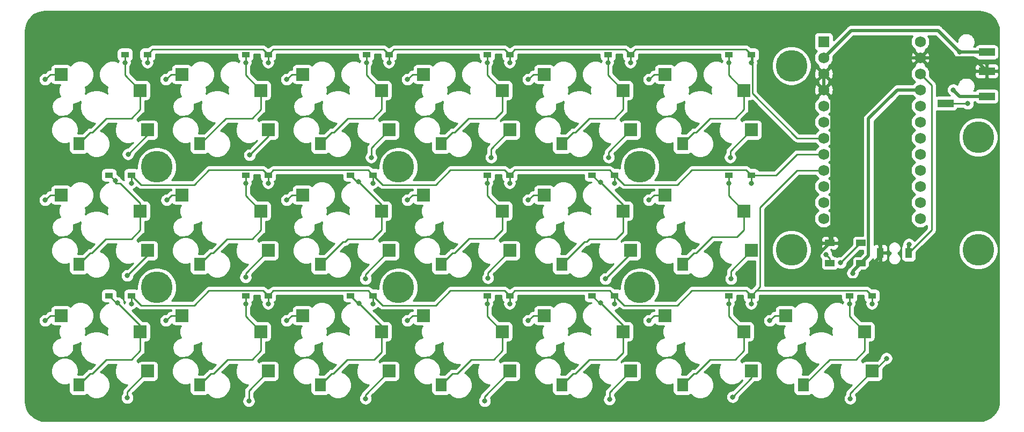
<source format=gbr>
G04 #@! TF.GenerationSoftware,KiCad,Pcbnew,(5.1.7)-1*
G04 #@! TF.CreationDate,2020-12-07T09:59:56+09:00*
G04 #@! TF.ProjectId,pisces,70697363-6573-42e6-9b69-6361645f7063,rev?*
G04 #@! TF.SameCoordinates,Original*
G04 #@! TF.FileFunction,Copper,L1,Top*
G04 #@! TF.FilePolarity,Positive*
%FSLAX46Y46*%
G04 Gerber Fmt 4.6, Leading zero omitted, Abs format (unit mm)*
G04 Created by KiCad (PCBNEW (5.1.7)-1) date 2020-12-07 09:59:56*
%MOMM*%
%LPD*%
G01*
G04 APERTURE LIST*
G04 #@! TA.AperFunction,SMDPad,CuDef*
%ADD10R,2.500000X1.200000*%
G04 #@! TD*
G04 #@! TA.AperFunction,SMDPad,CuDef*
%ADD11R,1.500000X1.000000*%
G04 #@! TD*
G04 #@! TA.AperFunction,SMDPad,CuDef*
%ADD12R,1.100000X1.600000*%
G04 #@! TD*
G04 #@! TA.AperFunction,WasherPad*
%ADD13C,5.000000*%
G04 #@! TD*
G04 #@! TA.AperFunction,SMDPad,CuDef*
%ADD14R,1.300000X0.950000*%
G04 #@! TD*
G04 #@! TA.AperFunction,SMDPad,CuDef*
%ADD15R,2.000000X2.000000*%
G04 #@! TD*
G04 #@! TA.AperFunction,SMDPad,CuDef*
%ADD16R,1.800000X2.000000*%
G04 #@! TD*
G04 #@! TA.AperFunction,ComponentPad*
%ADD17R,1.752600X1.752600*%
G04 #@! TD*
G04 #@! TA.AperFunction,ComponentPad*
%ADD18C,1.752600*%
G04 #@! TD*
G04 #@! TA.AperFunction,ViaPad*
%ADD19C,0.800000*%
G04 #@! TD*
G04 #@! TA.AperFunction,Conductor*
%ADD20C,0.250000*%
G04 #@! TD*
G04 #@! TA.AperFunction,Conductor*
%ADD21C,0.500000*%
G04 #@! TD*
G04 #@! TA.AperFunction,Conductor*
%ADD22C,0.254000*%
G04 #@! TD*
G04 #@! TA.AperFunction,Conductor*
%ADD23C,0.100000*%
G04 #@! TD*
G04 APERTURE END LIST*
D10*
X190448000Y-41402000D03*
X190448000Y-44402000D03*
X190448000Y-48402000D03*
X183948000Y-49502000D03*
D11*
X170598000Y-74752000D03*
X170598000Y-71552000D03*
X165698000Y-74752000D03*
X165698000Y-71552000D03*
D12*
X173645000Y-73116000D03*
X178145000Y-73116000D03*
D13*
X189103000Y-72644000D03*
X159639000Y-72644000D03*
X159639000Y-43561000D03*
X189103000Y-54864000D03*
X135725000Y-78575000D03*
X135725000Y-59525000D03*
X97625000Y-78575000D03*
X97625000Y-59525000D03*
X59525000Y-78575000D03*
X59525000Y-59525000D03*
D14*
X54486000Y-41783000D03*
X58036000Y-41783000D03*
X51986000Y-60833000D03*
X55536000Y-60833000D03*
X55536000Y-79883000D03*
X51986000Y-79883000D03*
X77086000Y-41783000D03*
X73536000Y-41783000D03*
X73536000Y-60833000D03*
X77086000Y-60833000D03*
X77086000Y-79883000D03*
X73536000Y-79883000D03*
X92585999Y-41783000D03*
X96135999Y-41783000D03*
X90085999Y-60833000D03*
X93635999Y-60833000D03*
X93635999Y-79883000D03*
X90085999Y-79883000D03*
X115186000Y-41783000D03*
X111636000Y-41783000D03*
X111636000Y-60833000D03*
X115186000Y-60833000D03*
X111636000Y-79883000D03*
X115186000Y-79883000D03*
X134236000Y-41783000D03*
X130686000Y-41783000D03*
X128186000Y-60833000D03*
X131736000Y-60833000D03*
X131736000Y-79883000D03*
X128186000Y-79883000D03*
X153286000Y-41783000D03*
X149736000Y-41783000D03*
X149736000Y-60833000D03*
X153286000Y-60833000D03*
X153286000Y-79883000D03*
X149736000Y-79883000D03*
X172336000Y-79883000D03*
X168786000Y-79883000D03*
D15*
X58100000Y-53700000D03*
D16*
X47200000Y-55900000D03*
D15*
X56900000Y-47460000D03*
X44400000Y-44920000D03*
X44400000Y-63970000D03*
X56900000Y-66510000D03*
D16*
X47200000Y-74950000D03*
D15*
X58100000Y-72750000D03*
X58100000Y-91800000D03*
D16*
X47200000Y-94000000D03*
D15*
X56900000Y-85560000D03*
X44400000Y-83020000D03*
X63450000Y-44920000D03*
X75950000Y-47460000D03*
D16*
X66250000Y-55900000D03*
D15*
X77150000Y-53700000D03*
X77150000Y-72750000D03*
D16*
X66250000Y-74950000D03*
D15*
X75950000Y-66510000D03*
X63450000Y-63970000D03*
X63450000Y-83020000D03*
X75950000Y-85560000D03*
D16*
X66250000Y-94000000D03*
D15*
X77150000Y-91800000D03*
X96200000Y-53700000D03*
D16*
X85300000Y-55900000D03*
D15*
X95000000Y-47460000D03*
X82500000Y-44920000D03*
X82500000Y-63970000D03*
X95000000Y-66510000D03*
D16*
X85300000Y-74950000D03*
D15*
X96200000Y-72750000D03*
X96200000Y-91800000D03*
D16*
X85300000Y-94000000D03*
D15*
X95000000Y-85560000D03*
X82500000Y-83020000D03*
X101550000Y-44920000D03*
X114050000Y-47460000D03*
D16*
X104350000Y-55900000D03*
D15*
X115250000Y-53700000D03*
X101550000Y-63970000D03*
X114050000Y-66510000D03*
D16*
X104350000Y-74950000D03*
D15*
X115250000Y-72750000D03*
X115250000Y-91800000D03*
D16*
X104350000Y-94000000D03*
D15*
X114050000Y-85560000D03*
X101550000Y-83020000D03*
X120600000Y-44920000D03*
X133100000Y-47460000D03*
D16*
X123400000Y-55900000D03*
D15*
X134300000Y-53700000D03*
X120600000Y-63970000D03*
X133100000Y-66510000D03*
D16*
X123400000Y-74950000D03*
D15*
X134300000Y-72750000D03*
X120600000Y-83020000D03*
X133100000Y-85560000D03*
D16*
X123400000Y-94000000D03*
D15*
X134300000Y-91800000D03*
X153350000Y-53700000D03*
D16*
X142450000Y-55900000D03*
D15*
X152150000Y-47460000D03*
X139650000Y-44920000D03*
X153350000Y-72750000D03*
D16*
X142450000Y-74950000D03*
D15*
X152150000Y-66510000D03*
X139650000Y-63970000D03*
X153350000Y-91800000D03*
D16*
X142450000Y-94000000D03*
D15*
X152150000Y-85560000D03*
X139650000Y-83020000D03*
X172400000Y-91800000D03*
D16*
X161500000Y-94000000D03*
D15*
X171200000Y-85560000D03*
X158700000Y-83020000D03*
D17*
X164719000Y-39751000D03*
D18*
X164719000Y-42291000D03*
X164719000Y-44831000D03*
X164719000Y-47371000D03*
X164719000Y-49911000D03*
X164719000Y-52451000D03*
X164719000Y-54991000D03*
X164719000Y-57531000D03*
X164719000Y-60071000D03*
X164719000Y-62611000D03*
X164719000Y-65151000D03*
X179959000Y-67691000D03*
X179959000Y-65151000D03*
X179959000Y-62611000D03*
X179959000Y-60071000D03*
X179959000Y-57531000D03*
X179959000Y-54991000D03*
X179959000Y-52451000D03*
X179959000Y-49911000D03*
X179959000Y-47371000D03*
X179959000Y-44831000D03*
X179959000Y-42291000D03*
X164719000Y-67691000D03*
X179959000Y-39751000D03*
D19*
X54483000Y-43053000D03*
X58039000Y-43053000D03*
X77089000Y-43053000D03*
X96139000Y-43053000D03*
X115189000Y-43053000D03*
X134239000Y-43053000D03*
X153289000Y-43053000D03*
X52959000Y-61722000D03*
X55499000Y-62103000D03*
X77089000Y-62103000D03*
X93599000Y-62103000D03*
X115189000Y-62103000D03*
X131699000Y-62103000D03*
X153289000Y-62103000D03*
X55499000Y-81153000D03*
X77089000Y-81153000D03*
X93599000Y-81153000D03*
X115189000Y-81153000D03*
X131699000Y-81153000D03*
X153289000Y-81153000D03*
X172339000Y-81153000D03*
X53340000Y-81026000D03*
X73533000Y-43053000D03*
X73533000Y-62103000D03*
X73533000Y-81153000D03*
X92583000Y-43053000D03*
X91313000Y-61849000D03*
X91467106Y-81089740D03*
X111633000Y-43053000D03*
X111633000Y-62103000D03*
X111633000Y-81153000D03*
X130683000Y-43053000D03*
X129540000Y-61976000D03*
X129540000Y-81026000D03*
X149733000Y-43053000D03*
X149733000Y-62103000D03*
X149733000Y-81153000D03*
X168783000Y-81153000D03*
X173609000Y-71755000D03*
X165100000Y-73406000D03*
X167386000Y-74676000D03*
X185166000Y-47371000D03*
X169291000Y-76327000D03*
X178181000Y-71755000D03*
X41910000Y-45720000D03*
X41910000Y-64770000D03*
X41910000Y-83820000D03*
X54864000Y-96012000D03*
X54864000Y-76708000D03*
X54991000Y-57531000D03*
X60960000Y-45720000D03*
X61087000Y-64770000D03*
X60960000Y-83820000D03*
X74041000Y-96520000D03*
X73533000Y-76962000D03*
X74168000Y-57658000D03*
X80010000Y-45720000D03*
X80010000Y-64770000D03*
X80010000Y-83820000D03*
X92456000Y-96139000D03*
X92456000Y-77216000D03*
X93345000Y-58039000D03*
X99060000Y-45720000D03*
X99060000Y-64770000D03*
X99060000Y-83820000D03*
X111252000Y-96520000D03*
X111760000Y-77089000D03*
X112268000Y-58039000D03*
X118110000Y-45720000D03*
X118110000Y-64770000D03*
X118110000Y-83820000D03*
X130937000Y-96266000D03*
X130302000Y-77216000D03*
X130810000Y-58039000D03*
X137160000Y-45720000D03*
X137160000Y-64770000D03*
X137160000Y-83820000D03*
X150368000Y-95885000D03*
X150114000Y-77216000D03*
X149987000Y-58039000D03*
X156210000Y-83820000D03*
X168910000Y-96139000D03*
X174625000Y-89789000D03*
X187452000Y-49530000D03*
X186182000Y-41402000D03*
D20*
X54486000Y-43050000D02*
X54483000Y-43053000D01*
X54486000Y-41783000D02*
X54486000Y-43050000D01*
X54483000Y-45043000D02*
X56900000Y-47460000D01*
X54483000Y-43053000D02*
X54483000Y-45043000D01*
X49025001Y-54074999D02*
X47200000Y-55900000D01*
X49366003Y-54074999D02*
X49025001Y-54074999D01*
X51566003Y-51874999D02*
X49366003Y-54074999D01*
X55512003Y-51874999D02*
X51566003Y-51874999D01*
X56900000Y-50487002D02*
X55512003Y-51874999D01*
X56900000Y-47460000D02*
X56900000Y-50487002D01*
X76285999Y-40982999D02*
X77086000Y-41783000D01*
X58836001Y-40982999D02*
X76285999Y-40982999D01*
X58036000Y-41783000D02*
X58836001Y-40982999D01*
X95335998Y-40982999D02*
X96135999Y-41783000D01*
X77886001Y-40982999D02*
X95335998Y-40982999D01*
X77086000Y-41783000D02*
X77886001Y-40982999D01*
X114385999Y-40982999D02*
X115186000Y-41783000D01*
X96936000Y-40982999D02*
X114385999Y-40982999D01*
X96135999Y-41783000D02*
X96936000Y-40982999D01*
X133435999Y-40982999D02*
X134236000Y-41783000D01*
X115986001Y-40982999D02*
X133435999Y-40982999D01*
X115186000Y-41783000D02*
X115986001Y-40982999D01*
X152485999Y-40982999D02*
X153286000Y-41783000D01*
X135036001Y-40982999D02*
X152485999Y-40982999D01*
X134236000Y-41783000D02*
X135036001Y-40982999D01*
X153475001Y-47938001D02*
X160528000Y-54991000D01*
X153475001Y-41972001D02*
X153475001Y-47938001D01*
X153286000Y-41783000D02*
X153475001Y-41972001D01*
X58039000Y-41786000D02*
X58036000Y-41783000D01*
X58039000Y-43053000D02*
X58039000Y-41786000D01*
X77089000Y-41786000D02*
X77086000Y-41783000D01*
X77089000Y-43053000D02*
X77089000Y-41786000D01*
X96139000Y-41786001D02*
X96135999Y-41783000D01*
X96139000Y-43053000D02*
X96139000Y-41786001D01*
X115189000Y-41786000D02*
X115186000Y-41783000D01*
X115189000Y-43053000D02*
X115189000Y-41786000D01*
X134239000Y-41786000D02*
X134236000Y-41783000D01*
X134239000Y-43053000D02*
X134239000Y-41786000D01*
X153289000Y-41786000D02*
X153286000Y-41783000D01*
X153289000Y-43053000D02*
X153289000Y-41786000D01*
X164719000Y-54991000D02*
X160528000Y-54991000D01*
X52070000Y-60833000D02*
X52959000Y-61722000D01*
X51986000Y-60833000D02*
X52070000Y-60833000D01*
X53784999Y-62144999D02*
X56900000Y-65260000D01*
X56900000Y-65260000D02*
X56900000Y-66510000D01*
X53000999Y-62144999D02*
X53784999Y-62144999D01*
X52959000Y-62103000D02*
X53000999Y-62144999D01*
X52959000Y-61722000D02*
X52959000Y-62103000D01*
X49025001Y-73124999D02*
X47200000Y-74950000D01*
X49303001Y-73124999D02*
X49025001Y-73124999D01*
X55512003Y-70924999D02*
X51503001Y-70924999D01*
X51503001Y-70924999D02*
X49303001Y-73124999D01*
X56900000Y-69537002D02*
X55512003Y-70924999D01*
X56900000Y-66510000D02*
X56900000Y-69537002D01*
X76285999Y-60032999D02*
X77086000Y-60833000D01*
X67745999Y-60032999D02*
X76285999Y-60032999D01*
X65428997Y-62350001D02*
X67745999Y-60032999D01*
X57053001Y-62350001D02*
X65428997Y-62350001D01*
X55536000Y-60833000D02*
X57053001Y-62350001D01*
X92835998Y-60032999D02*
X93635999Y-60833000D01*
X77886001Y-60032999D02*
X92835998Y-60032999D01*
X77086000Y-60833000D02*
X77886001Y-60032999D01*
X114385999Y-60032999D02*
X115186000Y-60833000D01*
X105845999Y-60032999D02*
X114385999Y-60032999D01*
X103528997Y-62350001D02*
X105845999Y-60032999D01*
X95153000Y-62350001D02*
X103528997Y-62350001D01*
X93635999Y-60833000D02*
X95153000Y-62350001D01*
X130935999Y-60032999D02*
X131736000Y-60833000D01*
X115986001Y-60032999D02*
X130935999Y-60032999D01*
X115186000Y-60833000D02*
X115986001Y-60032999D01*
X152485999Y-60032999D02*
X153286000Y-60833000D01*
X143945999Y-60032999D02*
X152485999Y-60032999D01*
X141628997Y-62350001D02*
X143945999Y-60032999D01*
X133253001Y-62350001D02*
X141628997Y-62350001D01*
X131736000Y-60833000D02*
X133253001Y-62350001D01*
X157226000Y-60833000D02*
X160528000Y-57531000D01*
X153286000Y-60833000D02*
X157226000Y-60833000D01*
X55536000Y-62066000D02*
X55499000Y-62103000D01*
X55536000Y-60833000D02*
X55536000Y-62066000D01*
X77086000Y-62100000D02*
X77089000Y-62103000D01*
X77086000Y-60833000D02*
X77086000Y-62100000D01*
X93599000Y-60869999D02*
X93635999Y-60833000D01*
X93599000Y-62103000D02*
X93599000Y-60869999D01*
X115189000Y-60836000D02*
X115186000Y-60833000D01*
X115189000Y-62103000D02*
X115189000Y-60836000D01*
X131736000Y-62066000D02*
X131699000Y-62103000D01*
X131736000Y-60833000D02*
X131736000Y-62066000D01*
X153286000Y-62100000D02*
X153289000Y-62103000D01*
X153286000Y-60833000D02*
X153286000Y-62100000D01*
X164719000Y-57531000D02*
X160528000Y-57531000D01*
X76285999Y-79082999D02*
X77086000Y-79883000D01*
X67745999Y-79082999D02*
X76285999Y-79082999D01*
X65428997Y-81400001D02*
X67745999Y-79082999D01*
X57053001Y-81400001D02*
X65428997Y-81400001D01*
X55536000Y-79883000D02*
X57053001Y-81400001D01*
X92835998Y-79082999D02*
X93635999Y-79883000D01*
X77886001Y-79082999D02*
X92835998Y-79082999D01*
X77086000Y-79883000D02*
X77886001Y-79082999D01*
X114385999Y-79082999D02*
X115186000Y-79883000D01*
X105845999Y-79082999D02*
X114385999Y-79082999D01*
X103528997Y-81400001D02*
X105845999Y-79082999D01*
X95153000Y-81400001D02*
X103528997Y-81400001D01*
X93635999Y-79883000D02*
X95153000Y-81400001D01*
X130935999Y-79082999D02*
X131736000Y-79883000D01*
X115986001Y-79082999D02*
X130935999Y-79082999D01*
X115186000Y-79883000D02*
X115986001Y-79082999D01*
X141628997Y-81400001D02*
X143945999Y-79082999D01*
X152485999Y-79082999D02*
X153286000Y-79883000D01*
X133253001Y-81400001D02*
X141628997Y-81400001D01*
X143945999Y-79082999D02*
X152485999Y-79082999D01*
X131736000Y-79883000D02*
X133253001Y-81400001D01*
X171535999Y-79082999D02*
X172336000Y-79883000D01*
X154086001Y-79082999D02*
X171535999Y-79082999D01*
X153286000Y-79883000D02*
X154086001Y-79082999D01*
X154675001Y-78493999D02*
X153286000Y-79883000D01*
X154675001Y-65923999D02*
X154675001Y-78493999D01*
X160528000Y-60071000D02*
X154675001Y-65923999D01*
X55499000Y-79920000D02*
X55536000Y-79883000D01*
X55499000Y-81153000D02*
X55499000Y-79920000D01*
X77089000Y-79886000D02*
X77086000Y-79883000D01*
X77089000Y-81153000D02*
X77089000Y-79886000D01*
X93635999Y-81116001D02*
X93599000Y-81153000D01*
X93635999Y-79883000D02*
X93635999Y-81116001D01*
X115186000Y-81150000D02*
X115189000Y-81153000D01*
X115186000Y-79883000D02*
X115186000Y-81150000D01*
X131699000Y-79920000D02*
X131736000Y-79883000D01*
X131699000Y-81153000D02*
X131699000Y-79920000D01*
X153289000Y-79886000D02*
X153286000Y-79883000D01*
X153289000Y-81153000D02*
X153289000Y-79886000D01*
X172339000Y-79886000D02*
X172336000Y-79883000D01*
X172339000Y-81153000D02*
X172339000Y-79886000D01*
X160528000Y-60071000D02*
X164719000Y-60071000D01*
X53129000Y-81026000D02*
X51986000Y-79883000D01*
X53340000Y-81026000D02*
X53129000Y-81026000D01*
X56900000Y-84586000D02*
X56900000Y-85560000D01*
X53340000Y-81026000D02*
X56900000Y-84586000D01*
X49025001Y-92174999D02*
X47200000Y-94000000D01*
X49366003Y-92174999D02*
X49025001Y-92174999D01*
X51566003Y-89974999D02*
X49366003Y-92174999D01*
X55512003Y-89974999D02*
X51566003Y-89974999D01*
X56900000Y-88587002D02*
X55512003Y-89974999D01*
X56900000Y-85560000D02*
X56900000Y-88587002D01*
X73536000Y-43050000D02*
X73533000Y-43053000D01*
X73536000Y-41783000D02*
X73536000Y-43050000D01*
X73533000Y-45043000D02*
X75950000Y-47460000D01*
X73533000Y-43053000D02*
X73533000Y-45043000D01*
X66401000Y-55900000D02*
X66250000Y-55900000D01*
X74562003Y-51874999D02*
X70426001Y-51874999D01*
X70426001Y-51874999D02*
X66401000Y-55900000D01*
X75950000Y-50487002D02*
X74562003Y-51874999D01*
X75950000Y-47460000D02*
X75950000Y-50487002D01*
X73533000Y-60836000D02*
X73536000Y-60833000D01*
X73533000Y-62103000D02*
X73533000Y-60836000D01*
X73533000Y-64093000D02*
X75950000Y-66510000D01*
X73533000Y-62103000D02*
X73533000Y-64093000D01*
X68075001Y-73124999D02*
X66250000Y-74950000D01*
X68416003Y-73124999D02*
X68075001Y-73124999D01*
X70616003Y-70924999D02*
X68416003Y-73124999D01*
X74562003Y-70924999D02*
X70616003Y-70924999D01*
X75950000Y-69537002D02*
X74562003Y-70924999D01*
X75950000Y-66510000D02*
X75950000Y-69537002D01*
X73536000Y-81150000D02*
X73533000Y-81153000D01*
X73536000Y-79883000D02*
X73536000Y-81150000D01*
X73533000Y-83143000D02*
X75950000Y-85560000D01*
X73533000Y-81153000D02*
X73533000Y-83143000D01*
X68075001Y-92174999D02*
X66250000Y-94000000D01*
X68480001Y-92174999D02*
X68075001Y-92174999D01*
X70680001Y-89974999D02*
X68480001Y-92174999D01*
X74562003Y-89974999D02*
X70680001Y-89974999D01*
X75950000Y-88587002D02*
X74562003Y-89974999D01*
X75950000Y-85560000D02*
X75950000Y-88587002D01*
X92585999Y-43050001D02*
X92583000Y-43053000D01*
X92585999Y-41783000D02*
X92585999Y-43050001D01*
X92583000Y-45043000D02*
X95000000Y-47460000D01*
X92583000Y-43053000D02*
X92583000Y-45043000D01*
X87125001Y-54074999D02*
X85300000Y-55900000D01*
X87466003Y-54074999D02*
X87125001Y-54074999D01*
X89666003Y-51874999D02*
X87466003Y-54074999D01*
X93612003Y-51874999D02*
X89666003Y-51874999D01*
X95000000Y-50487002D02*
X93612003Y-51874999D01*
X95000000Y-47460000D02*
X95000000Y-50487002D01*
X91101999Y-61849000D02*
X90085999Y-60833000D01*
X91313000Y-61849000D02*
X91101999Y-61849000D01*
X95000000Y-65536000D02*
X95000000Y-66510000D01*
X91313000Y-61849000D02*
X95000000Y-65536000D01*
X89216001Y-71375001D02*
X88874999Y-71375001D01*
X88874999Y-71375001D02*
X85300000Y-74950000D01*
X89666003Y-70924999D02*
X89216001Y-71375001D01*
X93540001Y-70924999D02*
X89666003Y-70924999D01*
X95000000Y-69465000D02*
X93540001Y-70924999D01*
X95000000Y-66510000D02*
X95000000Y-69465000D01*
X91292739Y-81089740D02*
X90085999Y-79883000D01*
X91467106Y-81089740D02*
X91292739Y-81089740D01*
X95000000Y-84622634D02*
X95000000Y-85560000D01*
X91467106Y-81089740D02*
X95000000Y-84622634D01*
X87125001Y-92174999D02*
X85300000Y-94000000D01*
X87403001Y-92174999D02*
X87125001Y-92174999D01*
X89603001Y-89974999D02*
X87403001Y-92174999D01*
X93794001Y-89974999D02*
X89603001Y-89974999D01*
X95000000Y-88769000D02*
X93794001Y-89974999D01*
X95000000Y-85560000D02*
X95000000Y-88769000D01*
X111636000Y-43050000D02*
X111633000Y-43053000D01*
X111636000Y-41783000D02*
X111636000Y-43050000D01*
X111633000Y-45043000D02*
X114050000Y-47460000D01*
X111633000Y-43053000D02*
X111633000Y-45043000D01*
X106175001Y-54074999D02*
X104350000Y-55900000D01*
X106516003Y-54074999D02*
X106175001Y-54074999D01*
X108716003Y-51874999D02*
X106516003Y-54074999D01*
X112971001Y-51874999D02*
X108716003Y-51874999D01*
X114050000Y-50796000D02*
X112971001Y-51874999D01*
X114050000Y-47460000D02*
X114050000Y-50796000D01*
X111636000Y-62100000D02*
X111633000Y-62103000D01*
X111636000Y-60833000D02*
X111636000Y-62100000D01*
X111633000Y-64093000D02*
X114050000Y-66510000D01*
X111633000Y-62103000D02*
X111633000Y-64093000D01*
X106175001Y-73124999D02*
X104350000Y-74950000D01*
X106516003Y-73124999D02*
X106175001Y-73124999D01*
X108775002Y-70866000D02*
X106516003Y-73124999D01*
X112721002Y-70866000D02*
X108775002Y-70866000D01*
X114050000Y-69537002D02*
X112721002Y-70866000D01*
X114050000Y-66510000D02*
X114050000Y-69537002D01*
X111633000Y-79886000D02*
X111636000Y-79883000D01*
X111633000Y-81153000D02*
X111633000Y-79886000D01*
X111633000Y-83143000D02*
X114050000Y-85560000D01*
X111633000Y-81153000D02*
X111633000Y-83143000D01*
X106175001Y-92174999D02*
X104350000Y-94000000D01*
X106961001Y-92174999D02*
X106175001Y-92174999D01*
X109161001Y-89974999D02*
X106961001Y-92174999D01*
X112662003Y-89974999D02*
X109161001Y-89974999D01*
X114050000Y-88587002D02*
X112662003Y-89974999D01*
X114050000Y-85560000D02*
X114050000Y-88587002D01*
X130686000Y-43050000D02*
X130683000Y-43053000D01*
X130686000Y-41783000D02*
X130686000Y-43050000D01*
X130683000Y-45043000D02*
X133100000Y-47460000D01*
X130683000Y-43053000D02*
X130683000Y-45043000D01*
X125225001Y-54074999D02*
X123400000Y-55900000D01*
X125566003Y-54074999D02*
X125225001Y-54074999D01*
X127766003Y-51874999D02*
X125566003Y-54074999D01*
X131712003Y-51874999D02*
X127766003Y-51874999D01*
X133100000Y-50487002D02*
X131712003Y-51874999D01*
X133100000Y-47460000D02*
X133100000Y-50487002D01*
X129329000Y-61976000D02*
X128186000Y-60833000D01*
X129540000Y-61976000D02*
X129329000Y-61976000D01*
X133100000Y-65536000D02*
X133100000Y-66510000D01*
X129540000Y-61976000D02*
X133100000Y-65536000D01*
X126974999Y-71375001D02*
X123400000Y-74950000D01*
X127316001Y-71375001D02*
X126974999Y-71375001D01*
X127766003Y-70924999D02*
X127316001Y-71375001D01*
X132021001Y-70924999D02*
X127766003Y-70924999D01*
X133100000Y-69846000D02*
X132021001Y-70924999D01*
X133100000Y-66510000D02*
X133100000Y-69846000D01*
X129329000Y-81026000D02*
X128186000Y-79883000D01*
X129540000Y-81026000D02*
X129329000Y-81026000D01*
X133100000Y-84586000D02*
X133100000Y-85560000D01*
X129540000Y-81026000D02*
X133100000Y-84586000D01*
X125225001Y-92174999D02*
X123400000Y-94000000D01*
X125566003Y-92174999D02*
X125225001Y-92174999D01*
X127766003Y-89974999D02*
X125566003Y-92174999D01*
X132021001Y-89974999D02*
X127766003Y-89974999D01*
X133100000Y-88896000D02*
X132021001Y-89974999D01*
X133100000Y-85560000D02*
X133100000Y-88896000D01*
X149736000Y-43050000D02*
X149733000Y-43053000D01*
X149736000Y-41783000D02*
X149736000Y-43050000D01*
X149733000Y-45043000D02*
X152150000Y-47460000D01*
X149733000Y-43053000D02*
X149733000Y-45043000D01*
X144616003Y-54074999D02*
X144275001Y-54074999D01*
X146816003Y-51874999D02*
X144616003Y-54074999D01*
X144275001Y-54074999D02*
X142450000Y-55900000D01*
X150762003Y-51874999D02*
X146816003Y-51874999D01*
X152150000Y-50487002D02*
X150762003Y-51874999D01*
X152150000Y-47460000D02*
X152150000Y-50487002D01*
X149733000Y-60836000D02*
X149736000Y-60833000D01*
X149733000Y-62103000D02*
X149733000Y-60836000D01*
X149733000Y-64093000D02*
X152150000Y-66510000D01*
X149733000Y-62103000D02*
X149733000Y-64093000D01*
X144275001Y-73124999D02*
X142450000Y-74950000D01*
X144616003Y-73124999D02*
X144275001Y-73124999D01*
X147129002Y-70612000D02*
X144616003Y-73124999D01*
X151075002Y-70612000D02*
X147129002Y-70612000D01*
X152150000Y-69537002D02*
X151075002Y-70612000D01*
X152150000Y-66510000D02*
X152150000Y-69537002D01*
X149736000Y-81150000D02*
X149733000Y-81153000D01*
X149736000Y-79883000D02*
X149736000Y-81150000D01*
X149733000Y-83143000D02*
X152150000Y-85560000D01*
X149733000Y-81153000D02*
X149733000Y-83143000D01*
X144616003Y-92174999D02*
X144275001Y-92174999D01*
X146816003Y-89974999D02*
X144616003Y-92174999D01*
X144275001Y-92174999D02*
X142450000Y-94000000D01*
X150762003Y-89974999D02*
X146816003Y-89974999D01*
X152150000Y-88587002D02*
X150762003Y-89974999D01*
X152150000Y-85560000D02*
X152150000Y-88587002D01*
X168786000Y-81150000D02*
X168783000Y-81153000D01*
X168786000Y-79883000D02*
X168786000Y-81150000D01*
X168783000Y-83143000D02*
X171200000Y-85560000D01*
X168783000Y-81153000D02*
X168783000Y-83143000D01*
X161651000Y-94000000D02*
X161500000Y-94000000D01*
X165676001Y-89974999D02*
X161651000Y-94000000D01*
X171200000Y-88587002D02*
X169812003Y-89974999D01*
X169812003Y-89974999D02*
X165676001Y-89974999D01*
X171200000Y-85560000D02*
X171200000Y-88587002D01*
D21*
X173645000Y-73765002D02*
X173645000Y-73116000D01*
X170067002Y-77343000D02*
X173645000Y-73765002D01*
X165989000Y-77343000D02*
X170067002Y-77343000D01*
X163957000Y-75311000D02*
X165989000Y-77343000D01*
X163957000Y-73293000D02*
X163957000Y-75311000D01*
X165698000Y-71552000D02*
X163957000Y-73293000D01*
X167259000Y-42291000D02*
X164719000Y-44831000D01*
X179959000Y-42291000D02*
X167259000Y-42291000D01*
X164719000Y-44831000D02*
X164719000Y-47371000D01*
X166045301Y-48697301D02*
X166045301Y-71204699D01*
X166045301Y-71204699D02*
X165698000Y-71552000D01*
X164719000Y-47371000D02*
X166045301Y-48697301D01*
X188337000Y-42291000D02*
X190448000Y-44402000D01*
X179959000Y-42291000D02*
X188337000Y-42291000D01*
X173609000Y-73080000D02*
X173645000Y-73116000D01*
X173609000Y-71755000D02*
X173609000Y-73080000D01*
D20*
X165698000Y-74004000D02*
X165100000Y-73406000D01*
X165698000Y-74752000D02*
X165698000Y-74004000D01*
X170510000Y-71552000D02*
X167386000Y-74676000D01*
X170598000Y-71552000D02*
X170510000Y-71552000D01*
D21*
X171798001Y-51918073D02*
X171798001Y-73551999D01*
X171798001Y-73551999D02*
X170598000Y-74752000D01*
X176345074Y-47371000D02*
X171798001Y-51918073D01*
X179959000Y-47371000D02*
X176345074Y-47371000D01*
X186197000Y-48402000D02*
X190448000Y-48402000D01*
X185166000Y-47371000D02*
X186197000Y-48402000D01*
X169291000Y-76059000D02*
X170598000Y-74752000D01*
X169291000Y-76327000D02*
X169291000Y-76059000D01*
D20*
X181737000Y-69524000D02*
X178145000Y-73116000D01*
X181737000Y-46609000D02*
X181737000Y-69524000D01*
X179959000Y-44831000D02*
X181737000Y-46609000D01*
D21*
X178145000Y-71791000D02*
X178181000Y-71755000D01*
X178145000Y-73116000D02*
X178145000Y-71791000D01*
D20*
X42710000Y-44920000D02*
X44400000Y-44920000D01*
X41910000Y-45720000D02*
X42710000Y-44920000D01*
X42710000Y-63970000D02*
X44400000Y-63970000D01*
X41910000Y-64770000D02*
X42710000Y-63970000D01*
X42710000Y-83020000D02*
X44400000Y-83020000D01*
X41910000Y-83820000D02*
X42710000Y-83020000D01*
X54864000Y-95036000D02*
X58100000Y-91800000D01*
X54864000Y-96012000D02*
X54864000Y-95036000D01*
X58100000Y-73472000D02*
X58100000Y-72750000D01*
X54864000Y-76708000D02*
X58100000Y-73472000D01*
X58100000Y-54422000D02*
X58100000Y-53700000D01*
X54991000Y-57531000D02*
X58100000Y-54422000D01*
X61760000Y-44920000D02*
X63450000Y-44920000D01*
X60960000Y-45720000D02*
X61760000Y-44920000D01*
X61887000Y-63970000D02*
X63450000Y-63970000D01*
X61087000Y-64770000D02*
X61887000Y-63970000D01*
X61760000Y-83020000D02*
X63450000Y-83020000D01*
X60960000Y-83820000D02*
X61760000Y-83020000D01*
X74041000Y-94909000D02*
X77150000Y-91800000D01*
X74041000Y-96520000D02*
X74041000Y-94909000D01*
X73533000Y-76367000D02*
X77150000Y-72750000D01*
X73533000Y-76962000D02*
X73533000Y-76367000D01*
X77150000Y-54676000D02*
X77150000Y-53700000D01*
X74168000Y-57658000D02*
X77150000Y-54676000D01*
X80810000Y-44920000D02*
X82500000Y-44920000D01*
X80010000Y-45720000D02*
X80810000Y-44920000D01*
X80810000Y-63970000D02*
X82500000Y-63970000D01*
X80010000Y-64770000D02*
X80810000Y-63970000D01*
X80810000Y-83020000D02*
X82500000Y-83020000D01*
X80010000Y-83820000D02*
X80810000Y-83020000D01*
X92456000Y-95544000D02*
X96200000Y-91800000D01*
X92456000Y-96139000D02*
X92456000Y-95544000D01*
X92456000Y-76494000D02*
X96200000Y-72750000D01*
X92456000Y-77216000D02*
X92456000Y-76494000D01*
X93345000Y-56555000D02*
X96200000Y-53700000D01*
X93345000Y-58039000D02*
X93345000Y-56555000D01*
X99860000Y-44920000D02*
X101550000Y-44920000D01*
X99060000Y-45720000D02*
X99860000Y-44920000D01*
X99860000Y-63970000D02*
X101550000Y-63970000D01*
X99060000Y-64770000D02*
X99860000Y-63970000D01*
X99860000Y-83020000D02*
X101550000Y-83020000D01*
X99060000Y-83820000D02*
X99860000Y-83020000D01*
X111252000Y-95798000D02*
X115250000Y-91800000D01*
X111252000Y-96520000D02*
X111252000Y-95798000D01*
X111760000Y-76240000D02*
X115250000Y-72750000D01*
X111760000Y-77089000D02*
X111760000Y-76240000D01*
X112268000Y-56682000D02*
X115250000Y-53700000D01*
X112268000Y-58039000D02*
X112268000Y-56682000D01*
X118910000Y-44920000D02*
X120600000Y-44920000D01*
X118110000Y-45720000D02*
X118910000Y-44920000D01*
X118910000Y-63970000D02*
X120600000Y-63970000D01*
X118110000Y-64770000D02*
X118910000Y-63970000D01*
X118910000Y-83020000D02*
X120600000Y-83020000D01*
X118110000Y-83820000D02*
X118910000Y-83020000D01*
X130937000Y-95163000D02*
X134300000Y-91800000D01*
X130937000Y-96266000D02*
X130937000Y-95163000D01*
X134300000Y-73218000D02*
X134300000Y-72750000D01*
X130302000Y-77216000D02*
X134300000Y-73218000D01*
X130810000Y-57190000D02*
X134300000Y-53700000D01*
X130810000Y-58039000D02*
X130810000Y-57190000D01*
X137960000Y-44920000D02*
X139650000Y-44920000D01*
X137160000Y-45720000D02*
X137960000Y-44920000D01*
X137960000Y-63970000D02*
X139650000Y-63970000D01*
X137160000Y-64770000D02*
X137960000Y-63970000D01*
X137960000Y-83020000D02*
X139650000Y-83020000D01*
X137160000Y-83820000D02*
X137960000Y-83020000D01*
X153350000Y-92903000D02*
X153350000Y-91800000D01*
X150368000Y-95885000D02*
X153350000Y-92903000D01*
X150114000Y-75986000D02*
X153350000Y-72750000D01*
X150114000Y-77216000D02*
X150114000Y-75986000D01*
X149987000Y-57063000D02*
X153350000Y-53700000D01*
X149987000Y-58039000D02*
X149987000Y-57063000D01*
X157010000Y-83020000D02*
X158700000Y-83020000D01*
X156210000Y-83820000D02*
X157010000Y-83020000D01*
X168910000Y-95290000D02*
X172400000Y-91800000D01*
X168910000Y-96139000D02*
X168910000Y-95290000D01*
X172614000Y-91800000D02*
X172400000Y-91800000D01*
X174625000Y-89789000D02*
X172614000Y-91800000D01*
X184006000Y-49530000D02*
X183988000Y-49512000D01*
X187452000Y-49530000D02*
X184006000Y-49530000D01*
D21*
X186182000Y-41402000D02*
X190448000Y-41402000D01*
X182753000Y-37973000D02*
X186182000Y-41402000D01*
X169037000Y-37973000D02*
X182753000Y-37973000D01*
X164719000Y-42291000D02*
X169037000Y-37973000D01*
D22*
X189841222Y-35013096D02*
X190429164Y-35190606D01*
X190971436Y-35478937D01*
X191447364Y-35867094D01*
X191838845Y-36340314D01*
X192130951Y-36880552D01*
X192312563Y-37467244D01*
X192380001Y-38108888D01*
X192380000Y-96487721D01*
X192316904Y-97131221D01*
X192139394Y-97719164D01*
X191851063Y-98261436D01*
X191462906Y-98737364D01*
X190989686Y-99128845D01*
X190449449Y-99420950D01*
X189862756Y-99602563D01*
X189221130Y-99670000D01*
X41942279Y-99670000D01*
X41298779Y-99606904D01*
X40710836Y-99429394D01*
X40168564Y-99141063D01*
X39692636Y-98752906D01*
X39301155Y-98279686D01*
X39009050Y-97739449D01*
X38827437Y-97152756D01*
X38760000Y-96511130D01*
X38760000Y-64668061D01*
X40875000Y-64668061D01*
X40875000Y-64871939D01*
X40914774Y-65071898D01*
X40992795Y-65260256D01*
X41106063Y-65429774D01*
X41250226Y-65573937D01*
X41419744Y-65687205D01*
X41608102Y-65765226D01*
X41808061Y-65805000D01*
X42011939Y-65805000D01*
X42211898Y-65765226D01*
X42400256Y-65687205D01*
X42569774Y-65573937D01*
X42713937Y-65429774D01*
X42827205Y-65260256D01*
X42830664Y-65251906D01*
X42869463Y-65324494D01*
X42948815Y-65421185D01*
X43045506Y-65500537D01*
X43155820Y-65559502D01*
X43275518Y-65595812D01*
X43400000Y-65608072D01*
X44252684Y-65608072D01*
X44137047Y-65887244D01*
X44055000Y-66299721D01*
X44055000Y-66720279D01*
X44137047Y-67132756D01*
X44279936Y-67477721D01*
X44037673Y-67525911D01*
X43749221Y-67645391D01*
X43489621Y-67818850D01*
X43268850Y-68039621D01*
X43095391Y-68299221D01*
X42975911Y-68587673D01*
X42915000Y-68893891D01*
X42915000Y-69206109D01*
X42975911Y-69512327D01*
X43095391Y-69800779D01*
X43268850Y-70060379D01*
X43489621Y-70281150D01*
X43749221Y-70454609D01*
X44037673Y-70574089D01*
X44343891Y-70635000D01*
X44656109Y-70635000D01*
X44962327Y-70574089D01*
X45056697Y-70535000D01*
X45066260Y-70535000D01*
X45353158Y-70477932D01*
X45623411Y-70365990D01*
X45866632Y-70203475D01*
X46073475Y-69996632D01*
X46235990Y-69753411D01*
X46347932Y-69483158D01*
X46405000Y-69196260D01*
X46405000Y-68903740D01*
X46353533Y-68645000D01*
X46400279Y-68645000D01*
X46812756Y-68562953D01*
X47201302Y-68402012D01*
X47498578Y-68203379D01*
X47466261Y-68281399D01*
X47365000Y-68790475D01*
X47365000Y-69309525D01*
X47466261Y-69818601D01*
X47664893Y-70298141D01*
X47953262Y-70729715D01*
X48320285Y-71096738D01*
X48751859Y-71385107D01*
X49231399Y-71583739D01*
X49680190Y-71673009D01*
X48988257Y-72364942D01*
X48987677Y-72364999D01*
X48987668Y-72364999D01*
X48876015Y-72375996D01*
X48732754Y-72419453D01*
X48600725Y-72490025D01*
X48485000Y-72584998D01*
X48461202Y-72613996D01*
X47763270Y-73311928D01*
X47065052Y-73311928D01*
X47135000Y-72960279D01*
X47135000Y-72539721D01*
X47052953Y-72127244D01*
X46892012Y-71738698D01*
X46658363Y-71389017D01*
X46360983Y-71091637D01*
X46011302Y-70857988D01*
X45622756Y-70697047D01*
X45210279Y-70615000D01*
X44789721Y-70615000D01*
X44377244Y-70697047D01*
X43988698Y-70857988D01*
X43639017Y-71091637D01*
X43341637Y-71389017D01*
X43107988Y-71738698D01*
X42947047Y-72127244D01*
X42865000Y-72539721D01*
X42865000Y-72960279D01*
X42947047Y-73372756D01*
X43107988Y-73761302D01*
X43341637Y-74110983D01*
X43639017Y-74408363D01*
X43988698Y-74642012D01*
X44377244Y-74802953D01*
X44789721Y-74885000D01*
X45210279Y-74885000D01*
X45622756Y-74802953D01*
X45661928Y-74786727D01*
X45661928Y-75950000D01*
X45674188Y-76074482D01*
X45710498Y-76194180D01*
X45769463Y-76304494D01*
X45848815Y-76401185D01*
X45945506Y-76480537D01*
X46055820Y-76539502D01*
X46175518Y-76575812D01*
X46300000Y-76588072D01*
X48100000Y-76588072D01*
X48224482Y-76575812D01*
X48344180Y-76539502D01*
X48454494Y-76480537D01*
X48485635Y-76454981D01*
X48639017Y-76608363D01*
X48988698Y-76842012D01*
X49377244Y-77002953D01*
X49789721Y-77085000D01*
X50210279Y-77085000D01*
X50622756Y-77002953D01*
X51011302Y-76842012D01*
X51360983Y-76608363D01*
X51658363Y-76310983D01*
X51892012Y-75961302D01*
X52052953Y-75572756D01*
X52135000Y-75160279D01*
X52135000Y-74739721D01*
X52052953Y-74327244D01*
X51892012Y-73938698D01*
X51658363Y-73589017D01*
X51360983Y-73291637D01*
X51011302Y-73057988D01*
X50622756Y-72897047D01*
X50608575Y-72894226D01*
X51817803Y-71684999D01*
X53143868Y-71684999D01*
X53107988Y-71738698D01*
X52947047Y-72127244D01*
X52865000Y-72539721D01*
X52865000Y-72960279D01*
X52947047Y-73372756D01*
X53107988Y-73761302D01*
X53341637Y-74110983D01*
X53639017Y-74408363D01*
X53988698Y-74642012D01*
X54377244Y-74802953D01*
X54789721Y-74885000D01*
X55210279Y-74885000D01*
X55622756Y-74802953D01*
X55744796Y-74752402D01*
X54824199Y-75673000D01*
X54762061Y-75673000D01*
X54562102Y-75712774D01*
X54373744Y-75790795D01*
X54204226Y-75904063D01*
X54060063Y-76048226D01*
X53946795Y-76217744D01*
X53868774Y-76406102D01*
X53829000Y-76606061D01*
X53829000Y-76809939D01*
X53868774Y-77009898D01*
X53946795Y-77198256D01*
X54060063Y-77367774D01*
X54204226Y-77511937D01*
X54373744Y-77625205D01*
X54562102Y-77703226D01*
X54762061Y-77743000D01*
X54965939Y-77743000D01*
X55165898Y-77703226D01*
X55354256Y-77625205D01*
X55523774Y-77511937D01*
X55667937Y-77367774D01*
X55781205Y-77198256D01*
X55859226Y-77009898D01*
X55899000Y-76809939D01*
X55899000Y-76747801D01*
X58258730Y-74388072D01*
X59100000Y-74388072D01*
X59224482Y-74375812D01*
X59344180Y-74339502D01*
X59454494Y-74280537D01*
X59551185Y-74201185D01*
X59630537Y-74104494D01*
X59689502Y-73994180D01*
X59725812Y-73874482D01*
X59738072Y-73750000D01*
X59738072Y-71750000D01*
X59725812Y-71625518D01*
X59689502Y-71505820D01*
X59630537Y-71395506D01*
X59551185Y-71298815D01*
X59454494Y-71219463D01*
X59344180Y-71160498D01*
X59224482Y-71124188D01*
X59100000Y-71111928D01*
X57100000Y-71111928D01*
X56975518Y-71124188D01*
X56855820Y-71160498D01*
X56745506Y-71219463D01*
X56648815Y-71298815D01*
X56612460Y-71343114D01*
X56390575Y-71121229D01*
X57411003Y-70100801D01*
X57440001Y-70077003D01*
X57534974Y-69961278D01*
X57605546Y-69829249D01*
X57649003Y-69685988D01*
X57660000Y-69574335D01*
X57660000Y-69574326D01*
X57663676Y-69537003D01*
X57660000Y-69499680D01*
X57660000Y-68148072D01*
X57900000Y-68148072D01*
X58024482Y-68135812D01*
X58144180Y-68099502D01*
X58254494Y-68040537D01*
X58351185Y-67961185D01*
X58430537Y-67864494D01*
X58489502Y-67754180D01*
X58525812Y-67634482D01*
X58538072Y-67510000D01*
X58538072Y-65510000D01*
X58525812Y-65385518D01*
X58489502Y-65265820D01*
X58430537Y-65155506D01*
X58351185Y-65058815D01*
X58254494Y-64979463D01*
X58144180Y-64920498D01*
X58024482Y-64884188D01*
X57900000Y-64871928D01*
X57554326Y-64871928D01*
X57534974Y-64835724D01*
X57440001Y-64719999D01*
X57411004Y-64696202D01*
X55809475Y-63094673D01*
X55989256Y-63020205D01*
X56158774Y-62906937D01*
X56302937Y-62762774D01*
X56338199Y-62710001D01*
X56489206Y-62861009D01*
X56513000Y-62890002D01*
X56541993Y-62913796D01*
X56541997Y-62913800D01*
X56596706Y-62958698D01*
X56628725Y-62984975D01*
X56760754Y-63055547D01*
X56904015Y-63099004D01*
X57015668Y-63110001D01*
X57015677Y-63110001D01*
X57053000Y-63113677D01*
X57090323Y-63110001D01*
X61811928Y-63110001D01*
X61811928Y-63213717D01*
X61738014Y-63220997D01*
X61594753Y-63264454D01*
X61462724Y-63335026D01*
X61346999Y-63429999D01*
X61323201Y-63458998D01*
X61047198Y-63735000D01*
X60985061Y-63735000D01*
X60785102Y-63774774D01*
X60596744Y-63852795D01*
X60427226Y-63966063D01*
X60283063Y-64110226D01*
X60169795Y-64279744D01*
X60091774Y-64468102D01*
X60052000Y-64668061D01*
X60052000Y-64871939D01*
X60091774Y-65071898D01*
X60169795Y-65260256D01*
X60283063Y-65429774D01*
X60427226Y-65573937D01*
X60596744Y-65687205D01*
X60785102Y-65765226D01*
X60985061Y-65805000D01*
X61188939Y-65805000D01*
X61388898Y-65765226D01*
X61577256Y-65687205D01*
X61746774Y-65573937D01*
X61890937Y-65429774D01*
X61942515Y-65352583D01*
X61998815Y-65421185D01*
X62095506Y-65500537D01*
X62205820Y-65559502D01*
X62325518Y-65595812D01*
X62450000Y-65608072D01*
X63302684Y-65608072D01*
X63187047Y-65887244D01*
X63105000Y-66299721D01*
X63105000Y-66720279D01*
X63187047Y-67132756D01*
X63329936Y-67477721D01*
X63087673Y-67525911D01*
X62799221Y-67645391D01*
X62539621Y-67818850D01*
X62318850Y-68039621D01*
X62145391Y-68299221D01*
X62025911Y-68587673D01*
X61965000Y-68893891D01*
X61965000Y-69206109D01*
X62025911Y-69512327D01*
X62145391Y-69800779D01*
X62318850Y-70060379D01*
X62539621Y-70281150D01*
X62799221Y-70454609D01*
X63087673Y-70574089D01*
X63393891Y-70635000D01*
X63706109Y-70635000D01*
X64012327Y-70574089D01*
X64106697Y-70535000D01*
X64116260Y-70535000D01*
X64403158Y-70477932D01*
X64673411Y-70365990D01*
X64916632Y-70203475D01*
X65123475Y-69996632D01*
X65285990Y-69753411D01*
X65397932Y-69483158D01*
X65455000Y-69196260D01*
X65455000Y-68903740D01*
X65403533Y-68645000D01*
X65450279Y-68645000D01*
X65862756Y-68562953D01*
X66251302Y-68402012D01*
X66548578Y-68203379D01*
X66516261Y-68281399D01*
X66415000Y-68790475D01*
X66415000Y-69309525D01*
X66516261Y-69818601D01*
X66714893Y-70298141D01*
X67003262Y-70729715D01*
X67370285Y-71096738D01*
X67801859Y-71385107D01*
X68281399Y-71583739D01*
X68782739Y-71683461D01*
X68102199Y-72364002D01*
X68075000Y-72361323D01*
X68037677Y-72364999D01*
X68037668Y-72364999D01*
X67926015Y-72375996D01*
X67782754Y-72419453D01*
X67650725Y-72490025D01*
X67535000Y-72584998D01*
X67511202Y-72613996D01*
X66813270Y-73311928D01*
X66115052Y-73311928D01*
X66185000Y-72960279D01*
X66185000Y-72539721D01*
X66102953Y-72127244D01*
X65942012Y-71738698D01*
X65708363Y-71389017D01*
X65410983Y-71091637D01*
X65061302Y-70857988D01*
X64672756Y-70697047D01*
X64260279Y-70615000D01*
X63839721Y-70615000D01*
X63427244Y-70697047D01*
X63038698Y-70857988D01*
X62689017Y-71091637D01*
X62391637Y-71389017D01*
X62157988Y-71738698D01*
X61997047Y-72127244D01*
X61915000Y-72539721D01*
X61915000Y-72960279D01*
X61997047Y-73372756D01*
X62157988Y-73761302D01*
X62391637Y-74110983D01*
X62689017Y-74408363D01*
X63038698Y-74642012D01*
X63427244Y-74802953D01*
X63839721Y-74885000D01*
X64260279Y-74885000D01*
X64672756Y-74802953D01*
X64711928Y-74786727D01*
X64711928Y-75950000D01*
X64724188Y-76074482D01*
X64760498Y-76194180D01*
X64819463Y-76304494D01*
X64898815Y-76401185D01*
X64995506Y-76480537D01*
X65105820Y-76539502D01*
X65225518Y-76575812D01*
X65350000Y-76588072D01*
X67150000Y-76588072D01*
X67274482Y-76575812D01*
X67394180Y-76539502D01*
X67504494Y-76480537D01*
X67535635Y-76454981D01*
X67689017Y-76608363D01*
X68038698Y-76842012D01*
X68427244Y-77002953D01*
X68839721Y-77085000D01*
X69260279Y-77085000D01*
X69672756Y-77002953D01*
X70061302Y-76842012D01*
X70410983Y-76608363D01*
X70708363Y-76310983D01*
X70942012Y-75961302D01*
X71102953Y-75572756D01*
X71185000Y-75160279D01*
X71185000Y-74739721D01*
X71102953Y-74327244D01*
X70942012Y-73938698D01*
X70708363Y-73589017D01*
X70410983Y-73291637D01*
X70061302Y-73057988D01*
X69705283Y-72910520D01*
X70930805Y-71684999D01*
X72193868Y-71684999D01*
X72157988Y-71738698D01*
X71997047Y-72127244D01*
X71915000Y-72539721D01*
X71915000Y-72960279D01*
X71997047Y-73372756D01*
X72157988Y-73761302D01*
X72391637Y-74110983D01*
X72689017Y-74408363D01*
X73038698Y-74642012D01*
X73427244Y-74802953D01*
X73839721Y-74885000D01*
X73940198Y-74885000D01*
X73021998Y-75803201D01*
X72993000Y-75826999D01*
X72969202Y-75855997D01*
X72969201Y-75855998D01*
X72898026Y-75942724D01*
X72859114Y-76015523D01*
X72827454Y-76074753D01*
X72783997Y-76218014D01*
X72780798Y-76250491D01*
X72729063Y-76302226D01*
X72615795Y-76471744D01*
X72537774Y-76660102D01*
X72498000Y-76860061D01*
X72498000Y-77063939D01*
X72537774Y-77263898D01*
X72615795Y-77452256D01*
X72729063Y-77621774D01*
X72873226Y-77765937D01*
X73042744Y-77879205D01*
X73231102Y-77957226D01*
X73431061Y-77997000D01*
X73634939Y-77997000D01*
X73834898Y-77957226D01*
X74023256Y-77879205D01*
X74192774Y-77765937D01*
X74336937Y-77621774D01*
X74450205Y-77452256D01*
X74528226Y-77263898D01*
X74568000Y-77063939D01*
X74568000Y-76860061D01*
X74528226Y-76660102D01*
X74465685Y-76509116D01*
X76586730Y-74388072D01*
X78150000Y-74388072D01*
X78274482Y-74375812D01*
X78394180Y-74339502D01*
X78504494Y-74280537D01*
X78601185Y-74201185D01*
X78680537Y-74104494D01*
X78739502Y-73994180D01*
X78775812Y-73874482D01*
X78788072Y-73750000D01*
X78788072Y-71750000D01*
X78775812Y-71625518D01*
X78739502Y-71505820D01*
X78680537Y-71395506D01*
X78601185Y-71298815D01*
X78504494Y-71219463D01*
X78394180Y-71160498D01*
X78274482Y-71124188D01*
X78150000Y-71111928D01*
X76150000Y-71111928D01*
X76025518Y-71124188D01*
X75905820Y-71160498D01*
X75795506Y-71219463D01*
X75698815Y-71298815D01*
X75662460Y-71343114D01*
X75440575Y-71121229D01*
X76461003Y-70100801D01*
X76490001Y-70077003D01*
X76584974Y-69961278D01*
X76655546Y-69829249D01*
X76699003Y-69685988D01*
X76710000Y-69574335D01*
X76710000Y-69574326D01*
X76713676Y-69537003D01*
X76710000Y-69499680D01*
X76710000Y-68148072D01*
X76950000Y-68148072D01*
X77074482Y-68135812D01*
X77194180Y-68099502D01*
X77304494Y-68040537D01*
X77401185Y-67961185D01*
X77480537Y-67864494D01*
X77539502Y-67754180D01*
X77575812Y-67634482D01*
X77588072Y-67510000D01*
X77588072Y-65510000D01*
X77575812Y-65385518D01*
X77539502Y-65265820D01*
X77480537Y-65155506D01*
X77401185Y-65058815D01*
X77304494Y-64979463D01*
X77194180Y-64920498D01*
X77074482Y-64884188D01*
X76950000Y-64871928D01*
X75386730Y-64871928D01*
X74293000Y-63778199D01*
X74293000Y-62806711D01*
X74336937Y-62762774D01*
X74450205Y-62593256D01*
X74528226Y-62404898D01*
X74568000Y-62204939D01*
X74568000Y-62001061D01*
X74536136Y-61840867D01*
X74540494Y-61838537D01*
X74637185Y-61759185D01*
X74716537Y-61662494D01*
X74775502Y-61552180D01*
X74811812Y-61432482D01*
X74824072Y-61308000D01*
X74824072Y-60792999D01*
X75797928Y-60792999D01*
X75797928Y-61308000D01*
X75810188Y-61432482D01*
X75846498Y-61552180D01*
X75905463Y-61662494D01*
X75984815Y-61759185D01*
X76081506Y-61838537D01*
X76085864Y-61840867D01*
X76054000Y-62001061D01*
X76054000Y-62204939D01*
X76093774Y-62404898D01*
X76171795Y-62593256D01*
X76285063Y-62762774D01*
X76429226Y-62906937D01*
X76598744Y-63020205D01*
X76787102Y-63098226D01*
X76987061Y-63138000D01*
X77190939Y-63138000D01*
X77390898Y-63098226D01*
X77579256Y-63020205D01*
X77748774Y-62906937D01*
X77892937Y-62762774D01*
X78006205Y-62593256D01*
X78084226Y-62404898D01*
X78124000Y-62204939D01*
X78124000Y-62001061D01*
X78091507Y-61837706D01*
X78187185Y-61759185D01*
X78266537Y-61662494D01*
X78325502Y-61552180D01*
X78361812Y-61432482D01*
X78374072Y-61308000D01*
X78374072Y-60792999D01*
X88797927Y-60792999D01*
X88797927Y-61308000D01*
X88810187Y-61432482D01*
X88846497Y-61552180D01*
X88905462Y-61662494D01*
X88984814Y-61759185D01*
X89081505Y-61838537D01*
X89191819Y-61897502D01*
X89311517Y-61933812D01*
X89435999Y-61946072D01*
X89947171Y-61946072D01*
X89628698Y-62077988D01*
X89279017Y-62311637D01*
X88981637Y-62609017D01*
X88747988Y-62958698D01*
X88587047Y-63347244D01*
X88505000Y-63759721D01*
X88505000Y-64180279D01*
X88587047Y-64592756D01*
X88747988Y-64981302D01*
X88981637Y-65330983D01*
X89279017Y-65628363D01*
X89628698Y-65862012D01*
X89844302Y-65951318D01*
X89775000Y-66299721D01*
X89775000Y-66720279D01*
X89844095Y-67067642D01*
X89779715Y-67003262D01*
X89348141Y-66714893D01*
X88868601Y-66516261D01*
X88359525Y-66415000D01*
X87840475Y-66415000D01*
X87331399Y-66516261D01*
X86851859Y-66714893D01*
X86420285Y-67003262D01*
X86355905Y-67067642D01*
X86425000Y-66720279D01*
X86425000Y-66299721D01*
X86355698Y-65951318D01*
X86571302Y-65862012D01*
X86920983Y-65628363D01*
X87218363Y-65330983D01*
X87452012Y-64981302D01*
X87612953Y-64592756D01*
X87695000Y-64180279D01*
X87695000Y-63759721D01*
X87612953Y-63347244D01*
X87452012Y-62958698D01*
X87218363Y-62609017D01*
X86920983Y-62311637D01*
X86571302Y-62077988D01*
X86182756Y-61917047D01*
X85770279Y-61835000D01*
X85349721Y-61835000D01*
X84937244Y-61917047D01*
X84548698Y-62077988D01*
X84199017Y-62311637D01*
X83969510Y-62541144D01*
X83951185Y-62518815D01*
X83854494Y-62439463D01*
X83744180Y-62380498D01*
X83624482Y-62344188D01*
X83500000Y-62331928D01*
X81500000Y-62331928D01*
X81375518Y-62344188D01*
X81255820Y-62380498D01*
X81145506Y-62439463D01*
X81048815Y-62518815D01*
X80969463Y-62615506D01*
X80910498Y-62725820D01*
X80874188Y-62845518D01*
X80861928Y-62970000D01*
X80861928Y-63210000D01*
X80847323Y-63210000D01*
X80810000Y-63206324D01*
X80772677Y-63210000D01*
X80772667Y-63210000D01*
X80661014Y-63220997D01*
X80517753Y-63264454D01*
X80385724Y-63335026D01*
X80269999Y-63429999D01*
X80246201Y-63458998D01*
X79970198Y-63735000D01*
X79908061Y-63735000D01*
X79708102Y-63774774D01*
X79519744Y-63852795D01*
X79350226Y-63966063D01*
X79206063Y-64110226D01*
X79092795Y-64279744D01*
X79014774Y-64468102D01*
X78975000Y-64668061D01*
X78975000Y-64871939D01*
X79014774Y-65071898D01*
X79092795Y-65260256D01*
X79206063Y-65429774D01*
X79350226Y-65573937D01*
X79519744Y-65687205D01*
X79708102Y-65765226D01*
X79908061Y-65805000D01*
X80111939Y-65805000D01*
X80311898Y-65765226D01*
X80500256Y-65687205D01*
X80669774Y-65573937D01*
X80813937Y-65429774D01*
X80927205Y-65260256D01*
X80930664Y-65251906D01*
X80969463Y-65324494D01*
X81048815Y-65421185D01*
X81145506Y-65500537D01*
X81255820Y-65559502D01*
X81375518Y-65595812D01*
X81500000Y-65608072D01*
X82352684Y-65608072D01*
X82237047Y-65887244D01*
X82155000Y-66299721D01*
X82155000Y-66720279D01*
X82237047Y-67132756D01*
X82379936Y-67477721D01*
X82137673Y-67525911D01*
X81849221Y-67645391D01*
X81589621Y-67818850D01*
X81368850Y-68039621D01*
X81195391Y-68299221D01*
X81075911Y-68587673D01*
X81015000Y-68893891D01*
X81015000Y-69206109D01*
X81075911Y-69512327D01*
X81195391Y-69800779D01*
X81368850Y-70060379D01*
X81589621Y-70281150D01*
X81849221Y-70454609D01*
X82137673Y-70574089D01*
X82443891Y-70635000D01*
X82756109Y-70635000D01*
X83062327Y-70574089D01*
X83156697Y-70535000D01*
X83166260Y-70535000D01*
X83453158Y-70477932D01*
X83723411Y-70365990D01*
X83966632Y-70203475D01*
X84173475Y-69996632D01*
X84335990Y-69753411D01*
X84447932Y-69483158D01*
X84505000Y-69196260D01*
X84505000Y-68903740D01*
X84453533Y-68645000D01*
X84500279Y-68645000D01*
X84912756Y-68562953D01*
X85301302Y-68402012D01*
X85598578Y-68203379D01*
X85566261Y-68281399D01*
X85465000Y-68790475D01*
X85465000Y-69309525D01*
X85566261Y-69818601D01*
X85764893Y-70298141D01*
X86053262Y-70729715D01*
X86420285Y-71096738D01*
X86851859Y-71385107D01*
X87331399Y-71583739D01*
X87548313Y-71626886D01*
X85863271Y-73311928D01*
X85165052Y-73311928D01*
X85235000Y-72960279D01*
X85235000Y-72539721D01*
X85152953Y-72127244D01*
X84992012Y-71738698D01*
X84758363Y-71389017D01*
X84460983Y-71091637D01*
X84111302Y-70857988D01*
X83722756Y-70697047D01*
X83310279Y-70615000D01*
X82889721Y-70615000D01*
X82477244Y-70697047D01*
X82088698Y-70857988D01*
X81739017Y-71091637D01*
X81441637Y-71389017D01*
X81207988Y-71738698D01*
X81047047Y-72127244D01*
X80965000Y-72539721D01*
X80965000Y-72960279D01*
X81047047Y-73372756D01*
X81207988Y-73761302D01*
X81441637Y-74110983D01*
X81739017Y-74408363D01*
X82088698Y-74642012D01*
X82477244Y-74802953D01*
X82889721Y-74885000D01*
X83310279Y-74885000D01*
X83722756Y-74802953D01*
X83761928Y-74786727D01*
X83761928Y-75950000D01*
X83774188Y-76074482D01*
X83810498Y-76194180D01*
X83869463Y-76304494D01*
X83948815Y-76401185D01*
X84045506Y-76480537D01*
X84155820Y-76539502D01*
X84275518Y-76575812D01*
X84400000Y-76588072D01*
X86200000Y-76588072D01*
X86324482Y-76575812D01*
X86444180Y-76539502D01*
X86554494Y-76480537D01*
X86585635Y-76454981D01*
X86739017Y-76608363D01*
X87088698Y-76842012D01*
X87477244Y-77002953D01*
X87889721Y-77085000D01*
X88310279Y-77085000D01*
X88722756Y-77002953D01*
X89111302Y-76842012D01*
X89460983Y-76608363D01*
X89758363Y-76310983D01*
X89992012Y-75961302D01*
X90152953Y-75572756D01*
X90235000Y-75160279D01*
X90235000Y-74739721D01*
X90152953Y-74327244D01*
X89992012Y-73938698D01*
X89758363Y-73589017D01*
X89460983Y-73291637D01*
X89111302Y-73057988D01*
X88722756Y-72897047D01*
X88476699Y-72848103D01*
X89188804Y-72135998D01*
X89216001Y-72138677D01*
X89253323Y-72135001D01*
X89253334Y-72135001D01*
X89364987Y-72124004D01*
X89508248Y-72080547D01*
X89640277Y-72009975D01*
X89756002Y-71915002D01*
X89779805Y-71885998D01*
X89980804Y-71684999D01*
X91243868Y-71684999D01*
X91207988Y-71738698D01*
X91047047Y-72127244D01*
X90965000Y-72539721D01*
X90965000Y-72960279D01*
X91047047Y-73372756D01*
X91207988Y-73761302D01*
X91441637Y-74110983D01*
X91739017Y-74408363D01*
X92088698Y-74642012D01*
X92477244Y-74802953D01*
X92889721Y-74885000D01*
X92990199Y-74885000D01*
X91944998Y-75930201D01*
X91916000Y-75953999D01*
X91892202Y-75982997D01*
X91892201Y-75982998D01*
X91821026Y-76069724D01*
X91750454Y-76201754D01*
X91741131Y-76232490D01*
X91706997Y-76345014D01*
X91696000Y-76456667D01*
X91696000Y-76456678D01*
X91692324Y-76494000D01*
X91694293Y-76513996D01*
X91652063Y-76556226D01*
X91538795Y-76725744D01*
X91460774Y-76914102D01*
X91421000Y-77114061D01*
X91421000Y-77317939D01*
X91460774Y-77517898D01*
X91538795Y-77706256D01*
X91652063Y-77875774D01*
X91796226Y-78019937D01*
X91965744Y-78133205D01*
X92154102Y-78211226D01*
X92354061Y-78251000D01*
X92557939Y-78251000D01*
X92757898Y-78211226D01*
X92946256Y-78133205D01*
X93115774Y-78019937D01*
X93259937Y-77875774D01*
X93373205Y-77706256D01*
X93451226Y-77517898D01*
X93491000Y-77317939D01*
X93491000Y-77114061D01*
X93451226Y-76914102D01*
X93373205Y-76725744D01*
X93343506Y-76681296D01*
X95636730Y-74388072D01*
X97200000Y-74388072D01*
X97324482Y-74375812D01*
X97444180Y-74339502D01*
X97554494Y-74280537D01*
X97651185Y-74201185D01*
X97730537Y-74104494D01*
X97789502Y-73994180D01*
X97825812Y-73874482D01*
X97838072Y-73750000D01*
X97838072Y-71750000D01*
X97825812Y-71625518D01*
X97789502Y-71505820D01*
X97730537Y-71395506D01*
X97651185Y-71298815D01*
X97554494Y-71219463D01*
X97444180Y-71160498D01*
X97324482Y-71124188D01*
X97200000Y-71111928D01*
X95200000Y-71111928D01*
X95075518Y-71124188D01*
X94955820Y-71160498D01*
X94845506Y-71219463D01*
X94748815Y-71298815D01*
X94712460Y-71343114D01*
X94460983Y-71091637D01*
X94453299Y-71086503D01*
X95511008Y-70028795D01*
X95540001Y-70005001D01*
X95563795Y-69976008D01*
X95563799Y-69976004D01*
X95634973Y-69889277D01*
X95634974Y-69889276D01*
X95705546Y-69757247D01*
X95749003Y-69613986D01*
X95760000Y-69502333D01*
X95760000Y-69502324D01*
X95763676Y-69465001D01*
X95760000Y-69427678D01*
X95760000Y-68148072D01*
X96000000Y-68148072D01*
X96124482Y-68135812D01*
X96244180Y-68099502D01*
X96354494Y-68040537D01*
X96451185Y-67961185D01*
X96530537Y-67864494D01*
X96589502Y-67754180D01*
X96625812Y-67634482D01*
X96638072Y-67510000D01*
X96638072Y-65510000D01*
X96625812Y-65385518D01*
X96589502Y-65265820D01*
X96530537Y-65155506D01*
X96451185Y-65058815D01*
X96354494Y-64979463D01*
X96244180Y-64920498D01*
X96124482Y-64884188D01*
X96000000Y-64871928D01*
X95410731Y-64871928D01*
X93676802Y-63138000D01*
X93700939Y-63138000D01*
X93900898Y-63098226D01*
X94089256Y-63020205D01*
X94258774Y-62906937D01*
X94402937Y-62762774D01*
X94438198Y-62710002D01*
X94589205Y-62861009D01*
X94612999Y-62890002D01*
X94641992Y-62913796D01*
X94641996Y-62913800D01*
X94696705Y-62958698D01*
X94728724Y-62984975D01*
X94860753Y-63055547D01*
X95004014Y-63099004D01*
X95115667Y-63110001D01*
X95115676Y-63110001D01*
X95152999Y-63113677D01*
X95190322Y-63110001D01*
X99911928Y-63110001D01*
X99911928Y-63210000D01*
X99897323Y-63210000D01*
X99860000Y-63206324D01*
X99822677Y-63210000D01*
X99822667Y-63210000D01*
X99711014Y-63220997D01*
X99567753Y-63264454D01*
X99435724Y-63335026D01*
X99319999Y-63429999D01*
X99296201Y-63458998D01*
X99020198Y-63735000D01*
X98958061Y-63735000D01*
X98758102Y-63774774D01*
X98569744Y-63852795D01*
X98400226Y-63966063D01*
X98256063Y-64110226D01*
X98142795Y-64279744D01*
X98064774Y-64468102D01*
X98025000Y-64668061D01*
X98025000Y-64871939D01*
X98064774Y-65071898D01*
X98142795Y-65260256D01*
X98256063Y-65429774D01*
X98400226Y-65573937D01*
X98569744Y-65687205D01*
X98758102Y-65765226D01*
X98958061Y-65805000D01*
X99161939Y-65805000D01*
X99361898Y-65765226D01*
X99550256Y-65687205D01*
X99719774Y-65573937D01*
X99863937Y-65429774D01*
X99977205Y-65260256D01*
X99980664Y-65251906D01*
X100019463Y-65324494D01*
X100098815Y-65421185D01*
X100195506Y-65500537D01*
X100305820Y-65559502D01*
X100425518Y-65595812D01*
X100550000Y-65608072D01*
X101402684Y-65608072D01*
X101287047Y-65887244D01*
X101205000Y-66299721D01*
X101205000Y-66720279D01*
X101287047Y-67132756D01*
X101429936Y-67477721D01*
X101187673Y-67525911D01*
X100899221Y-67645391D01*
X100639621Y-67818850D01*
X100418850Y-68039621D01*
X100245391Y-68299221D01*
X100125911Y-68587673D01*
X100065000Y-68893891D01*
X100065000Y-69206109D01*
X100125911Y-69512327D01*
X100245391Y-69800779D01*
X100418850Y-70060379D01*
X100639621Y-70281150D01*
X100899221Y-70454609D01*
X101187673Y-70574089D01*
X101493891Y-70635000D01*
X101806109Y-70635000D01*
X102112327Y-70574089D01*
X102206697Y-70535000D01*
X102216260Y-70535000D01*
X102503158Y-70477932D01*
X102773411Y-70365990D01*
X103016632Y-70203475D01*
X103223475Y-69996632D01*
X103385990Y-69753411D01*
X103497932Y-69483158D01*
X103555000Y-69196260D01*
X103555000Y-68903740D01*
X103503533Y-68645000D01*
X103550279Y-68645000D01*
X103962756Y-68562953D01*
X104351302Y-68402012D01*
X104648578Y-68203379D01*
X104616261Y-68281399D01*
X104515000Y-68790475D01*
X104515000Y-69309525D01*
X104616261Y-69818601D01*
X104814893Y-70298141D01*
X105103262Y-70729715D01*
X105470285Y-71096738D01*
X105901859Y-71385107D01*
X106381399Y-71583739D01*
X106882739Y-71683461D01*
X106202199Y-72364002D01*
X106175000Y-72361323D01*
X106137677Y-72364999D01*
X106137668Y-72364999D01*
X106026015Y-72375996D01*
X105882754Y-72419453D01*
X105750725Y-72490025D01*
X105635000Y-72584998D01*
X105611202Y-72613996D01*
X104913270Y-73311928D01*
X104215052Y-73311928D01*
X104285000Y-72960279D01*
X104285000Y-72539721D01*
X104202953Y-72127244D01*
X104042012Y-71738698D01*
X103808363Y-71389017D01*
X103510983Y-71091637D01*
X103161302Y-70857988D01*
X102772756Y-70697047D01*
X102360279Y-70615000D01*
X101939721Y-70615000D01*
X101527244Y-70697047D01*
X101138698Y-70857988D01*
X100789017Y-71091637D01*
X100491637Y-71389017D01*
X100257988Y-71738698D01*
X100097047Y-72127244D01*
X100015000Y-72539721D01*
X100015000Y-72960279D01*
X100097047Y-73372756D01*
X100257988Y-73761302D01*
X100491637Y-74110983D01*
X100789017Y-74408363D01*
X101138698Y-74642012D01*
X101527244Y-74802953D01*
X101939721Y-74885000D01*
X102360279Y-74885000D01*
X102772756Y-74802953D01*
X102811928Y-74786727D01*
X102811928Y-75950000D01*
X102824188Y-76074482D01*
X102860498Y-76194180D01*
X102919463Y-76304494D01*
X102998815Y-76401185D01*
X103095506Y-76480537D01*
X103205820Y-76539502D01*
X103325518Y-76575812D01*
X103450000Y-76588072D01*
X105250000Y-76588072D01*
X105374482Y-76575812D01*
X105494180Y-76539502D01*
X105604494Y-76480537D01*
X105635635Y-76454981D01*
X105789017Y-76608363D01*
X106138698Y-76842012D01*
X106527244Y-77002953D01*
X106939721Y-77085000D01*
X107360279Y-77085000D01*
X107772756Y-77002953D01*
X108161302Y-76842012D01*
X108510983Y-76608363D01*
X108808363Y-76310983D01*
X109042012Y-75961302D01*
X109202953Y-75572756D01*
X109285000Y-75160279D01*
X109285000Y-74739721D01*
X109202953Y-74327244D01*
X109042012Y-73938698D01*
X108808363Y-73589017D01*
X108510983Y-73291637D01*
X108161302Y-73057988D01*
X107805283Y-72910520D01*
X109089804Y-71626000D01*
X110333290Y-71626000D01*
X110257988Y-71738698D01*
X110097047Y-72127244D01*
X110015000Y-72539721D01*
X110015000Y-72960279D01*
X110097047Y-73372756D01*
X110257988Y-73761302D01*
X110491637Y-74110983D01*
X110789017Y-74408363D01*
X111138698Y-74642012D01*
X111527244Y-74802953D01*
X111939721Y-74885000D01*
X112040199Y-74885000D01*
X111248998Y-75676201D01*
X111220000Y-75699999D01*
X111196202Y-75728997D01*
X111196201Y-75728998D01*
X111125026Y-75815724D01*
X111054454Y-75947754D01*
X111033897Y-76015524D01*
X111010998Y-76091014D01*
X111000000Y-76202667D01*
X111000000Y-76202678D01*
X110996324Y-76240000D01*
X111000000Y-76277322D01*
X111000000Y-76385289D01*
X110956063Y-76429226D01*
X110842795Y-76598744D01*
X110764774Y-76787102D01*
X110725000Y-76987061D01*
X110725000Y-77190939D01*
X110764774Y-77390898D01*
X110842795Y-77579256D01*
X110956063Y-77748774D01*
X111100226Y-77892937D01*
X111269744Y-78006205D01*
X111458102Y-78084226D01*
X111658061Y-78124000D01*
X111861939Y-78124000D01*
X112061898Y-78084226D01*
X112250256Y-78006205D01*
X112419774Y-77892937D01*
X112563937Y-77748774D01*
X112677205Y-77579256D01*
X112755226Y-77390898D01*
X112795000Y-77190939D01*
X112795000Y-76987061D01*
X112755226Y-76787102D01*
X112677205Y-76598744D01*
X112596637Y-76478165D01*
X114686730Y-74388072D01*
X116250000Y-74388072D01*
X116374482Y-74375812D01*
X116494180Y-74339502D01*
X116604494Y-74280537D01*
X116701185Y-74201185D01*
X116780537Y-74104494D01*
X116839502Y-73994180D01*
X116875812Y-73874482D01*
X116888072Y-73750000D01*
X116888072Y-71750000D01*
X116875812Y-71625518D01*
X116839502Y-71505820D01*
X116780537Y-71395506D01*
X116701185Y-71298815D01*
X116604494Y-71219463D01*
X116494180Y-71160498D01*
X116374482Y-71124188D01*
X116250000Y-71111928D01*
X114250000Y-71111928D01*
X114125518Y-71124188D01*
X114005820Y-71160498D01*
X113895506Y-71219463D01*
X113798815Y-71298815D01*
X113762460Y-71343114D01*
X113540575Y-71121229D01*
X114561003Y-70100801D01*
X114590001Y-70077003D01*
X114616332Y-70044919D01*
X114684974Y-69961279D01*
X114755546Y-69829249D01*
X114777387Y-69757247D01*
X114799003Y-69685988D01*
X114810000Y-69574335D01*
X114810000Y-69574325D01*
X114813676Y-69537002D01*
X114810000Y-69499680D01*
X114810000Y-68148072D01*
X115050000Y-68148072D01*
X115174482Y-68135812D01*
X115294180Y-68099502D01*
X115404494Y-68040537D01*
X115501185Y-67961185D01*
X115580537Y-67864494D01*
X115639502Y-67754180D01*
X115675812Y-67634482D01*
X115688072Y-67510000D01*
X115688072Y-65510000D01*
X115675812Y-65385518D01*
X115639502Y-65265820D01*
X115580537Y-65155506D01*
X115501185Y-65058815D01*
X115404494Y-64979463D01*
X115294180Y-64920498D01*
X115174482Y-64884188D01*
X115050000Y-64871928D01*
X113486730Y-64871928D01*
X112393000Y-63778199D01*
X112393000Y-62806711D01*
X112436937Y-62762774D01*
X112550205Y-62593256D01*
X112628226Y-62404898D01*
X112668000Y-62204939D01*
X112668000Y-62001061D01*
X112636136Y-61840867D01*
X112640494Y-61838537D01*
X112737185Y-61759185D01*
X112816537Y-61662494D01*
X112875502Y-61552180D01*
X112911812Y-61432482D01*
X112924072Y-61308000D01*
X112924072Y-60792999D01*
X113897928Y-60792999D01*
X113897928Y-61308000D01*
X113910188Y-61432482D01*
X113946498Y-61552180D01*
X114005463Y-61662494D01*
X114084815Y-61759185D01*
X114181506Y-61838537D01*
X114185864Y-61840867D01*
X114154000Y-62001061D01*
X114154000Y-62204939D01*
X114193774Y-62404898D01*
X114271795Y-62593256D01*
X114385063Y-62762774D01*
X114529226Y-62906937D01*
X114698744Y-63020205D01*
X114887102Y-63098226D01*
X115087061Y-63138000D01*
X115290939Y-63138000D01*
X115490898Y-63098226D01*
X115679256Y-63020205D01*
X115848774Y-62906937D01*
X115992937Y-62762774D01*
X116106205Y-62593256D01*
X116184226Y-62404898D01*
X116224000Y-62204939D01*
X116224000Y-62001061D01*
X116191507Y-61837706D01*
X116287185Y-61759185D01*
X116366537Y-61662494D01*
X116425502Y-61552180D01*
X116461812Y-61432482D01*
X116474072Y-61308000D01*
X116474072Y-60792999D01*
X126897928Y-60792999D01*
X126897928Y-61308000D01*
X126910188Y-61432482D01*
X126946498Y-61552180D01*
X127005463Y-61662494D01*
X127084815Y-61759185D01*
X127181506Y-61838537D01*
X127291820Y-61897502D01*
X127411518Y-61933812D01*
X127536000Y-61946072D01*
X128047171Y-61946072D01*
X127728698Y-62077988D01*
X127379017Y-62311637D01*
X127081637Y-62609017D01*
X126847988Y-62958698D01*
X126687047Y-63347244D01*
X126605000Y-63759721D01*
X126605000Y-64180279D01*
X126687047Y-64592756D01*
X126847988Y-64981302D01*
X127081637Y-65330983D01*
X127379017Y-65628363D01*
X127728698Y-65862012D01*
X127944302Y-65951318D01*
X127875000Y-66299721D01*
X127875000Y-66720279D01*
X127944095Y-67067642D01*
X127879715Y-67003262D01*
X127448141Y-66714893D01*
X126968601Y-66516261D01*
X126459525Y-66415000D01*
X125940475Y-66415000D01*
X125431399Y-66516261D01*
X124951859Y-66714893D01*
X124520285Y-67003262D01*
X124455905Y-67067642D01*
X124525000Y-66720279D01*
X124525000Y-66299721D01*
X124455698Y-65951318D01*
X124671302Y-65862012D01*
X125020983Y-65628363D01*
X125318363Y-65330983D01*
X125552012Y-64981302D01*
X125712953Y-64592756D01*
X125795000Y-64180279D01*
X125795000Y-63759721D01*
X125712953Y-63347244D01*
X125552012Y-62958698D01*
X125318363Y-62609017D01*
X125020983Y-62311637D01*
X124671302Y-62077988D01*
X124282756Y-61917047D01*
X123870279Y-61835000D01*
X123449721Y-61835000D01*
X123037244Y-61917047D01*
X122648698Y-62077988D01*
X122299017Y-62311637D01*
X122069510Y-62541144D01*
X122051185Y-62518815D01*
X121954494Y-62439463D01*
X121844180Y-62380498D01*
X121724482Y-62344188D01*
X121600000Y-62331928D01*
X119600000Y-62331928D01*
X119475518Y-62344188D01*
X119355820Y-62380498D01*
X119245506Y-62439463D01*
X119148815Y-62518815D01*
X119069463Y-62615506D01*
X119010498Y-62725820D01*
X118974188Y-62845518D01*
X118961928Y-62970000D01*
X118961928Y-63210000D01*
X118947323Y-63210000D01*
X118910000Y-63206324D01*
X118872677Y-63210000D01*
X118872667Y-63210000D01*
X118761014Y-63220997D01*
X118617753Y-63264454D01*
X118485724Y-63335026D01*
X118369999Y-63429999D01*
X118346201Y-63458998D01*
X118070198Y-63735000D01*
X118008061Y-63735000D01*
X117808102Y-63774774D01*
X117619744Y-63852795D01*
X117450226Y-63966063D01*
X117306063Y-64110226D01*
X117192795Y-64279744D01*
X117114774Y-64468102D01*
X117075000Y-64668061D01*
X117075000Y-64871939D01*
X117114774Y-65071898D01*
X117192795Y-65260256D01*
X117306063Y-65429774D01*
X117450226Y-65573937D01*
X117619744Y-65687205D01*
X117808102Y-65765226D01*
X118008061Y-65805000D01*
X118211939Y-65805000D01*
X118411898Y-65765226D01*
X118600256Y-65687205D01*
X118769774Y-65573937D01*
X118913937Y-65429774D01*
X119027205Y-65260256D01*
X119030664Y-65251906D01*
X119069463Y-65324494D01*
X119148815Y-65421185D01*
X119245506Y-65500537D01*
X119355820Y-65559502D01*
X119475518Y-65595812D01*
X119600000Y-65608072D01*
X120452684Y-65608072D01*
X120337047Y-65887244D01*
X120255000Y-66299721D01*
X120255000Y-66720279D01*
X120337047Y-67132756D01*
X120479936Y-67477721D01*
X120237673Y-67525911D01*
X119949221Y-67645391D01*
X119689621Y-67818850D01*
X119468850Y-68039621D01*
X119295391Y-68299221D01*
X119175911Y-68587673D01*
X119115000Y-68893891D01*
X119115000Y-69206109D01*
X119175911Y-69512327D01*
X119295391Y-69800779D01*
X119468850Y-70060379D01*
X119689621Y-70281150D01*
X119949221Y-70454609D01*
X120237673Y-70574089D01*
X120543891Y-70635000D01*
X120856109Y-70635000D01*
X121162327Y-70574089D01*
X121256697Y-70535000D01*
X121266260Y-70535000D01*
X121553158Y-70477932D01*
X121823411Y-70365990D01*
X122066632Y-70203475D01*
X122273475Y-69996632D01*
X122435990Y-69753411D01*
X122547932Y-69483158D01*
X122605000Y-69196260D01*
X122605000Y-68903740D01*
X122553533Y-68645000D01*
X122600279Y-68645000D01*
X123012756Y-68562953D01*
X123401302Y-68402012D01*
X123698578Y-68203379D01*
X123666261Y-68281399D01*
X123565000Y-68790475D01*
X123565000Y-69309525D01*
X123666261Y-69818601D01*
X123864893Y-70298141D01*
X124153262Y-70729715D01*
X124520285Y-71096738D01*
X124951859Y-71385107D01*
X125431399Y-71583739D01*
X125648313Y-71626886D01*
X123963271Y-73311928D01*
X123265052Y-73311928D01*
X123335000Y-72960279D01*
X123335000Y-72539721D01*
X123252953Y-72127244D01*
X123092012Y-71738698D01*
X122858363Y-71389017D01*
X122560983Y-71091637D01*
X122211302Y-70857988D01*
X121822756Y-70697047D01*
X121410279Y-70615000D01*
X120989721Y-70615000D01*
X120577244Y-70697047D01*
X120188698Y-70857988D01*
X119839017Y-71091637D01*
X119541637Y-71389017D01*
X119307988Y-71738698D01*
X119147047Y-72127244D01*
X119065000Y-72539721D01*
X119065000Y-72960279D01*
X119147047Y-73372756D01*
X119307988Y-73761302D01*
X119541637Y-74110983D01*
X119839017Y-74408363D01*
X120188698Y-74642012D01*
X120577244Y-74802953D01*
X120989721Y-74885000D01*
X121410279Y-74885000D01*
X121822756Y-74802953D01*
X121861928Y-74786727D01*
X121861928Y-75950000D01*
X121874188Y-76074482D01*
X121910498Y-76194180D01*
X121969463Y-76304494D01*
X122048815Y-76401185D01*
X122145506Y-76480537D01*
X122255820Y-76539502D01*
X122375518Y-76575812D01*
X122500000Y-76588072D01*
X124300000Y-76588072D01*
X124424482Y-76575812D01*
X124544180Y-76539502D01*
X124654494Y-76480537D01*
X124685635Y-76454981D01*
X124839017Y-76608363D01*
X125188698Y-76842012D01*
X125577244Y-77002953D01*
X125989721Y-77085000D01*
X126410279Y-77085000D01*
X126822756Y-77002953D01*
X127211302Y-76842012D01*
X127560983Y-76608363D01*
X127858363Y-76310983D01*
X128092012Y-75961302D01*
X128252953Y-75572756D01*
X128335000Y-75160279D01*
X128335000Y-74739721D01*
X128252953Y-74327244D01*
X128092012Y-73938698D01*
X127858363Y-73589017D01*
X127560983Y-73291637D01*
X127211302Y-73057988D01*
X126822756Y-72897047D01*
X126576699Y-72848103D01*
X127288804Y-72135998D01*
X127316001Y-72138677D01*
X127353323Y-72135001D01*
X127353334Y-72135001D01*
X127464987Y-72124004D01*
X127608248Y-72080547D01*
X127740277Y-72009975D01*
X127856002Y-71915002D01*
X127879805Y-71885998D01*
X128080804Y-71684999D01*
X129343868Y-71684999D01*
X129307988Y-71738698D01*
X129147047Y-72127244D01*
X129065000Y-72539721D01*
X129065000Y-72960279D01*
X129147047Y-73372756D01*
X129307988Y-73761302D01*
X129541637Y-74110983D01*
X129839017Y-74408363D01*
X130188698Y-74642012D01*
X130577244Y-74802953D01*
X130989721Y-74885000D01*
X131410279Y-74885000D01*
X131594928Y-74848271D01*
X130262199Y-76181000D01*
X130200061Y-76181000D01*
X130000102Y-76220774D01*
X129811744Y-76298795D01*
X129642226Y-76412063D01*
X129498063Y-76556226D01*
X129384795Y-76725744D01*
X129306774Y-76914102D01*
X129267000Y-77114061D01*
X129267000Y-77317939D01*
X129306774Y-77517898D01*
X129384795Y-77706256D01*
X129498063Y-77875774D01*
X129642226Y-78019937D01*
X129811744Y-78133205D01*
X130000102Y-78211226D01*
X130200061Y-78251000D01*
X130403939Y-78251000D01*
X130603898Y-78211226D01*
X130792256Y-78133205D01*
X130961774Y-78019937D01*
X131105937Y-77875774D01*
X131219205Y-77706256D01*
X131297226Y-77517898D01*
X131337000Y-77317939D01*
X131337000Y-77255801D01*
X134204730Y-74388072D01*
X135300000Y-74388072D01*
X135424482Y-74375812D01*
X135544180Y-74339502D01*
X135654494Y-74280537D01*
X135751185Y-74201185D01*
X135830537Y-74104494D01*
X135889502Y-73994180D01*
X135925812Y-73874482D01*
X135938072Y-73750000D01*
X135938072Y-71750000D01*
X135925812Y-71625518D01*
X135889502Y-71505820D01*
X135830537Y-71395506D01*
X135751185Y-71298815D01*
X135654494Y-71219463D01*
X135544180Y-71160498D01*
X135424482Y-71124188D01*
X135300000Y-71111928D01*
X133300000Y-71111928D01*
X133175518Y-71124188D01*
X133055820Y-71160498D01*
X132945506Y-71219463D01*
X132848815Y-71298815D01*
X132812460Y-71343114D01*
X132745074Y-71275728D01*
X133611003Y-70409799D01*
X133640001Y-70386001D01*
X133666332Y-70353917D01*
X133734974Y-70270277D01*
X133805546Y-70138247D01*
X133817156Y-70099974D01*
X133849003Y-69994986D01*
X133860000Y-69883333D01*
X133860000Y-69883323D01*
X133863676Y-69846001D01*
X133860000Y-69808678D01*
X133860000Y-68148072D01*
X134100000Y-68148072D01*
X134224482Y-68135812D01*
X134344180Y-68099502D01*
X134454494Y-68040537D01*
X134551185Y-67961185D01*
X134630537Y-67864494D01*
X134689502Y-67754180D01*
X134725812Y-67634482D01*
X134738072Y-67510000D01*
X134738072Y-65510000D01*
X134725812Y-65385518D01*
X134689502Y-65265820D01*
X134630537Y-65155506D01*
X134551185Y-65058815D01*
X134454494Y-64979463D01*
X134344180Y-64920498D01*
X134224482Y-64884188D01*
X134100000Y-64871928D01*
X133510730Y-64871928D01*
X131776801Y-63138000D01*
X131800939Y-63138000D01*
X132000898Y-63098226D01*
X132189256Y-63020205D01*
X132358774Y-62906937D01*
X132502937Y-62762774D01*
X132538199Y-62710001D01*
X132689206Y-62861009D01*
X132713000Y-62890002D01*
X132741993Y-62913796D01*
X132741997Y-62913800D01*
X132796706Y-62958698D01*
X132828725Y-62984975D01*
X132960754Y-63055547D01*
X133104015Y-63099004D01*
X133215668Y-63110001D01*
X133215677Y-63110001D01*
X133253000Y-63113677D01*
X133290323Y-63110001D01*
X138011928Y-63110001D01*
X138011928Y-63210000D01*
X137997323Y-63210000D01*
X137960000Y-63206324D01*
X137922677Y-63210000D01*
X137922667Y-63210000D01*
X137811014Y-63220997D01*
X137667753Y-63264454D01*
X137535724Y-63335026D01*
X137419999Y-63429999D01*
X137396201Y-63458998D01*
X137120198Y-63735000D01*
X137058061Y-63735000D01*
X136858102Y-63774774D01*
X136669744Y-63852795D01*
X136500226Y-63966063D01*
X136356063Y-64110226D01*
X136242795Y-64279744D01*
X136164774Y-64468102D01*
X136125000Y-64668061D01*
X136125000Y-64871939D01*
X136164774Y-65071898D01*
X136242795Y-65260256D01*
X136356063Y-65429774D01*
X136500226Y-65573937D01*
X136669744Y-65687205D01*
X136858102Y-65765226D01*
X137058061Y-65805000D01*
X137261939Y-65805000D01*
X137461898Y-65765226D01*
X137650256Y-65687205D01*
X137819774Y-65573937D01*
X137963937Y-65429774D01*
X138077205Y-65260256D01*
X138080664Y-65251906D01*
X138119463Y-65324494D01*
X138198815Y-65421185D01*
X138295506Y-65500537D01*
X138405820Y-65559502D01*
X138525518Y-65595812D01*
X138650000Y-65608072D01*
X139502684Y-65608072D01*
X139387047Y-65887244D01*
X139305000Y-66299721D01*
X139305000Y-66720279D01*
X139387047Y-67132756D01*
X139529936Y-67477721D01*
X139287673Y-67525911D01*
X138999221Y-67645391D01*
X138739621Y-67818850D01*
X138518850Y-68039621D01*
X138345391Y-68299221D01*
X138225911Y-68587673D01*
X138165000Y-68893891D01*
X138165000Y-69206109D01*
X138225911Y-69512327D01*
X138345391Y-69800779D01*
X138518850Y-70060379D01*
X138739621Y-70281150D01*
X138999221Y-70454609D01*
X139287673Y-70574089D01*
X139593891Y-70635000D01*
X139906109Y-70635000D01*
X140212327Y-70574089D01*
X140306697Y-70535000D01*
X140316260Y-70535000D01*
X140603158Y-70477932D01*
X140873411Y-70365990D01*
X141116632Y-70203475D01*
X141323475Y-69996632D01*
X141485990Y-69753411D01*
X141597932Y-69483158D01*
X141655000Y-69196260D01*
X141655000Y-68903740D01*
X141603533Y-68645000D01*
X141650279Y-68645000D01*
X142062756Y-68562953D01*
X142451302Y-68402012D01*
X142748578Y-68203379D01*
X142716261Y-68281399D01*
X142615000Y-68790475D01*
X142615000Y-69309525D01*
X142716261Y-69818601D01*
X142914893Y-70298141D01*
X143203262Y-70729715D01*
X143570285Y-71096738D01*
X144001859Y-71385107D01*
X144481399Y-71583739D01*
X144982739Y-71683461D01*
X144302199Y-72364002D01*
X144275000Y-72361323D01*
X144237677Y-72364999D01*
X144237668Y-72364999D01*
X144126015Y-72375996D01*
X143982754Y-72419453D01*
X143850725Y-72490025D01*
X143735000Y-72584998D01*
X143711202Y-72613996D01*
X143013270Y-73311928D01*
X142315052Y-73311928D01*
X142385000Y-72960279D01*
X142385000Y-72539721D01*
X142302953Y-72127244D01*
X142142012Y-71738698D01*
X141908363Y-71389017D01*
X141610983Y-71091637D01*
X141261302Y-70857988D01*
X140872756Y-70697047D01*
X140460279Y-70615000D01*
X140039721Y-70615000D01*
X139627244Y-70697047D01*
X139238698Y-70857988D01*
X138889017Y-71091637D01*
X138591637Y-71389017D01*
X138357988Y-71738698D01*
X138197047Y-72127244D01*
X138115000Y-72539721D01*
X138115000Y-72960279D01*
X138197047Y-73372756D01*
X138357988Y-73761302D01*
X138591637Y-74110983D01*
X138889017Y-74408363D01*
X139238698Y-74642012D01*
X139627244Y-74802953D01*
X140039721Y-74885000D01*
X140460279Y-74885000D01*
X140872756Y-74802953D01*
X140911928Y-74786727D01*
X140911928Y-75950000D01*
X140924188Y-76074482D01*
X140960498Y-76194180D01*
X141019463Y-76304494D01*
X141098815Y-76401185D01*
X141195506Y-76480537D01*
X141305820Y-76539502D01*
X141425518Y-76575812D01*
X141550000Y-76588072D01*
X143350000Y-76588072D01*
X143474482Y-76575812D01*
X143594180Y-76539502D01*
X143704494Y-76480537D01*
X143735635Y-76454981D01*
X143889017Y-76608363D01*
X144238698Y-76842012D01*
X144627244Y-77002953D01*
X145039721Y-77085000D01*
X145460279Y-77085000D01*
X145872756Y-77002953D01*
X146261302Y-76842012D01*
X146610983Y-76608363D01*
X146908363Y-76310983D01*
X147142012Y-75961302D01*
X147302953Y-75572756D01*
X147385000Y-75160279D01*
X147385000Y-74739721D01*
X147302953Y-74327244D01*
X147142012Y-73938698D01*
X146908363Y-73589017D01*
X146610983Y-73291637D01*
X146261302Y-73057988D01*
X145905283Y-72910520D01*
X147443804Y-71372000D01*
X148608654Y-71372000D01*
X148591637Y-71389017D01*
X148357988Y-71738698D01*
X148197047Y-72127244D01*
X148115000Y-72539721D01*
X148115000Y-72960279D01*
X148197047Y-73372756D01*
X148357988Y-73761302D01*
X148591637Y-74110983D01*
X148889017Y-74408363D01*
X149238698Y-74642012D01*
X149627244Y-74802953D01*
X150039721Y-74885000D01*
X150140199Y-74885000D01*
X149602998Y-75422201D01*
X149574000Y-75445999D01*
X149550202Y-75474997D01*
X149550201Y-75474998D01*
X149479026Y-75561724D01*
X149408454Y-75693754D01*
X149364998Y-75837015D01*
X149350324Y-75986000D01*
X149354001Y-76023332D01*
X149354001Y-76512288D01*
X149310063Y-76556226D01*
X149196795Y-76725744D01*
X149118774Y-76914102D01*
X149079000Y-77114061D01*
X149079000Y-77317939D01*
X149118774Y-77517898D01*
X149196795Y-77706256D01*
X149310063Y-77875774D01*
X149454226Y-78019937D01*
X149623744Y-78133205D01*
X149812102Y-78211226D01*
X150012061Y-78251000D01*
X150215939Y-78251000D01*
X150415898Y-78211226D01*
X150604256Y-78133205D01*
X150773774Y-78019937D01*
X150917937Y-77875774D01*
X151031205Y-77706256D01*
X151109226Y-77517898D01*
X151149000Y-77317939D01*
X151149000Y-77114061D01*
X151109226Y-76914102D01*
X151031205Y-76725744D01*
X150917937Y-76556226D01*
X150874000Y-76512289D01*
X150874000Y-76300801D01*
X152786730Y-74388072D01*
X153915002Y-74388072D01*
X153915002Y-78179196D01*
X153575000Y-78519198D01*
X153546000Y-78542998D01*
X153522202Y-78571997D01*
X153324270Y-78769928D01*
X153247729Y-78769928D01*
X153049802Y-78572001D01*
X153026000Y-78542998D01*
X152910275Y-78448025D01*
X152778246Y-78377453D01*
X152634985Y-78333996D01*
X152523332Y-78322999D01*
X152523321Y-78322999D01*
X152485999Y-78319323D01*
X152448677Y-78322999D01*
X143983324Y-78322999D01*
X143945999Y-78319323D01*
X143908674Y-78322999D01*
X143908666Y-78322999D01*
X143797013Y-78333996D01*
X143653752Y-78377453D01*
X143521723Y-78448025D01*
X143405998Y-78542998D01*
X143382200Y-78571996D01*
X141314196Y-80640001D01*
X138093559Y-80640001D01*
X138160114Y-80573446D01*
X138503201Y-80059979D01*
X138739524Y-79489446D01*
X138860000Y-78883771D01*
X138860000Y-78266229D01*
X138739524Y-77660554D01*
X138503201Y-77090021D01*
X138160114Y-76576554D01*
X137723446Y-76139886D01*
X137209979Y-75796799D01*
X136639446Y-75560476D01*
X136033771Y-75440000D01*
X135416229Y-75440000D01*
X134810554Y-75560476D01*
X134240021Y-75796799D01*
X133726554Y-76139886D01*
X133289886Y-76576554D01*
X132946799Y-77090021D01*
X132710476Y-77660554D01*
X132590000Y-78266229D01*
X132590000Y-78806310D01*
X132510482Y-78782188D01*
X132386000Y-78769928D01*
X131697729Y-78769928D01*
X131499802Y-78572001D01*
X131476000Y-78542998D01*
X131360275Y-78448025D01*
X131228246Y-78377453D01*
X131084985Y-78333996D01*
X130973332Y-78322999D01*
X130973321Y-78322999D01*
X130935999Y-78319323D01*
X130898677Y-78322999D01*
X116023323Y-78322999D01*
X115986000Y-78319323D01*
X115948677Y-78322999D01*
X115948668Y-78322999D01*
X115837015Y-78333996D01*
X115693754Y-78377453D01*
X115561725Y-78448025D01*
X115446000Y-78542998D01*
X115422202Y-78571997D01*
X115224270Y-78769928D01*
X115147729Y-78769928D01*
X114949802Y-78572001D01*
X114926000Y-78542998D01*
X114810275Y-78448025D01*
X114678246Y-78377453D01*
X114534985Y-78333996D01*
X114423332Y-78322999D01*
X114423321Y-78322999D01*
X114385999Y-78319323D01*
X114348677Y-78322999D01*
X105883324Y-78322999D01*
X105845999Y-78319323D01*
X105808674Y-78322999D01*
X105808666Y-78322999D01*
X105697013Y-78333996D01*
X105553752Y-78377453D01*
X105421723Y-78448025D01*
X105305998Y-78542998D01*
X105282200Y-78571996D01*
X103214196Y-80640001D01*
X99993559Y-80640001D01*
X100060114Y-80573446D01*
X100403201Y-80059979D01*
X100639524Y-79489446D01*
X100760000Y-78883771D01*
X100760000Y-78266229D01*
X100639524Y-77660554D01*
X100403201Y-77090021D01*
X100060114Y-76576554D01*
X99623446Y-76139886D01*
X99109979Y-75796799D01*
X98539446Y-75560476D01*
X97933771Y-75440000D01*
X97316229Y-75440000D01*
X96710554Y-75560476D01*
X96140021Y-75796799D01*
X95626554Y-76139886D01*
X95189886Y-76576554D01*
X94846799Y-77090021D01*
X94610476Y-77660554D01*
X94490000Y-78266229D01*
X94490000Y-78806310D01*
X94410481Y-78782188D01*
X94285999Y-78769928D01*
X93597728Y-78769928D01*
X93399801Y-78572001D01*
X93375999Y-78542998D01*
X93260274Y-78448025D01*
X93128245Y-78377453D01*
X92984984Y-78333996D01*
X92873331Y-78322999D01*
X92873320Y-78322999D01*
X92835998Y-78319323D01*
X92798676Y-78322999D01*
X77923323Y-78322999D01*
X77886000Y-78319323D01*
X77848677Y-78322999D01*
X77848668Y-78322999D01*
X77737015Y-78333996D01*
X77593754Y-78377453D01*
X77461725Y-78448025D01*
X77346000Y-78542998D01*
X77322202Y-78571997D01*
X77124270Y-78769928D01*
X77047729Y-78769928D01*
X76849802Y-78572001D01*
X76826000Y-78542998D01*
X76710275Y-78448025D01*
X76578246Y-78377453D01*
X76434985Y-78333996D01*
X76323332Y-78322999D01*
X76323321Y-78322999D01*
X76285999Y-78319323D01*
X76248677Y-78322999D01*
X67783324Y-78322999D01*
X67745999Y-78319323D01*
X67708674Y-78322999D01*
X67708666Y-78322999D01*
X67597013Y-78333996D01*
X67453752Y-78377453D01*
X67321723Y-78448025D01*
X67205998Y-78542998D01*
X67182200Y-78571996D01*
X65114196Y-80640001D01*
X61893559Y-80640001D01*
X61960114Y-80573446D01*
X62303201Y-80059979D01*
X62539524Y-79489446D01*
X62660000Y-78883771D01*
X62660000Y-78266229D01*
X62539524Y-77660554D01*
X62303201Y-77090021D01*
X61960114Y-76576554D01*
X61523446Y-76139886D01*
X61009979Y-75796799D01*
X60439446Y-75560476D01*
X59833771Y-75440000D01*
X59216229Y-75440000D01*
X58610554Y-75560476D01*
X58040021Y-75796799D01*
X57526554Y-76139886D01*
X57089886Y-76576554D01*
X56746799Y-77090021D01*
X56510476Y-77660554D01*
X56390000Y-78266229D01*
X56390000Y-78806310D01*
X56310482Y-78782188D01*
X56186000Y-78769928D01*
X54886000Y-78769928D01*
X54761518Y-78782188D01*
X54641820Y-78818498D01*
X54531506Y-78877463D01*
X54434815Y-78956815D01*
X54355463Y-79053506D01*
X54296498Y-79163820D01*
X54260188Y-79283518D01*
X54247928Y-79408000D01*
X54247928Y-80358000D01*
X54260188Y-80482482D01*
X54296498Y-80602180D01*
X54355463Y-80712494D01*
X54434815Y-80809185D01*
X54501264Y-80863718D01*
X54464000Y-81051061D01*
X54464000Y-81075199D01*
X54375000Y-80986199D01*
X54375000Y-80924061D01*
X54335226Y-80724102D01*
X54257205Y-80535744D01*
X54143937Y-80366226D01*
X53999774Y-80222063D01*
X53830256Y-80108795D01*
X53641898Y-80030774D01*
X53441939Y-79991000D01*
X53274072Y-79991000D01*
X53274072Y-79408000D01*
X53261812Y-79283518D01*
X53225502Y-79163820D01*
X53166537Y-79053506D01*
X53087185Y-78956815D01*
X52990494Y-78877463D01*
X52880180Y-78818498D01*
X52760482Y-78782188D01*
X52636000Y-78769928D01*
X51336000Y-78769928D01*
X51211518Y-78782188D01*
X51091820Y-78818498D01*
X50981506Y-78877463D01*
X50884815Y-78956815D01*
X50805463Y-79053506D01*
X50746498Y-79163820D01*
X50710188Y-79283518D01*
X50697928Y-79408000D01*
X50697928Y-80358000D01*
X50710188Y-80482482D01*
X50746498Y-80602180D01*
X50805463Y-80712494D01*
X50884815Y-80809185D01*
X50981506Y-80888537D01*
X51091820Y-80947502D01*
X51211518Y-80983812D01*
X51336000Y-80996072D01*
X51847171Y-80996072D01*
X51528698Y-81127988D01*
X51179017Y-81361637D01*
X50881637Y-81659017D01*
X50647988Y-82008698D01*
X50487047Y-82397244D01*
X50405000Y-82809721D01*
X50405000Y-83230279D01*
X50487047Y-83642756D01*
X50647988Y-84031302D01*
X50881637Y-84380983D01*
X51179017Y-84678363D01*
X51528698Y-84912012D01*
X51744302Y-85001318D01*
X51675000Y-85349721D01*
X51675000Y-85770279D01*
X51744095Y-86117642D01*
X51679715Y-86053262D01*
X51248141Y-85764893D01*
X50768601Y-85566261D01*
X50259525Y-85465000D01*
X49740475Y-85465000D01*
X49231399Y-85566261D01*
X48751859Y-85764893D01*
X48320285Y-86053262D01*
X48255905Y-86117642D01*
X48325000Y-85770279D01*
X48325000Y-85349721D01*
X48255698Y-85001318D01*
X48471302Y-84912012D01*
X48820983Y-84678363D01*
X49118363Y-84380983D01*
X49352012Y-84031302D01*
X49512953Y-83642756D01*
X49595000Y-83230279D01*
X49595000Y-82809721D01*
X49512953Y-82397244D01*
X49352012Y-82008698D01*
X49118363Y-81659017D01*
X48820983Y-81361637D01*
X48471302Y-81127988D01*
X48082756Y-80967047D01*
X47670279Y-80885000D01*
X47249721Y-80885000D01*
X46837244Y-80967047D01*
X46448698Y-81127988D01*
X46099017Y-81361637D01*
X45869510Y-81591144D01*
X45851185Y-81568815D01*
X45754494Y-81489463D01*
X45644180Y-81430498D01*
X45524482Y-81394188D01*
X45400000Y-81381928D01*
X43400000Y-81381928D01*
X43275518Y-81394188D01*
X43155820Y-81430498D01*
X43045506Y-81489463D01*
X42948815Y-81568815D01*
X42869463Y-81665506D01*
X42810498Y-81775820D01*
X42774188Y-81895518D01*
X42761928Y-82020000D01*
X42761928Y-82260000D01*
X42747323Y-82260000D01*
X42710000Y-82256324D01*
X42672677Y-82260000D01*
X42672667Y-82260000D01*
X42561014Y-82270997D01*
X42417753Y-82314454D01*
X42285724Y-82385026D01*
X42169999Y-82479999D01*
X42146201Y-82508998D01*
X41870198Y-82785000D01*
X41808061Y-82785000D01*
X41608102Y-82824774D01*
X41419744Y-82902795D01*
X41250226Y-83016063D01*
X41106063Y-83160226D01*
X40992795Y-83329744D01*
X40914774Y-83518102D01*
X40875000Y-83718061D01*
X40875000Y-83921939D01*
X40914774Y-84121898D01*
X40992795Y-84310256D01*
X41106063Y-84479774D01*
X41250226Y-84623937D01*
X41419744Y-84737205D01*
X41608102Y-84815226D01*
X41808061Y-84855000D01*
X42011939Y-84855000D01*
X42211898Y-84815226D01*
X42400256Y-84737205D01*
X42569774Y-84623937D01*
X42713937Y-84479774D01*
X42827205Y-84310256D01*
X42830664Y-84301906D01*
X42869463Y-84374494D01*
X42948815Y-84471185D01*
X43045506Y-84550537D01*
X43155820Y-84609502D01*
X43275518Y-84645812D01*
X43400000Y-84658072D01*
X44252684Y-84658072D01*
X44137047Y-84937244D01*
X44055000Y-85349721D01*
X44055000Y-85770279D01*
X44137047Y-86182756D01*
X44279936Y-86527721D01*
X44037673Y-86575911D01*
X43749221Y-86695391D01*
X43489621Y-86868850D01*
X43268850Y-87089621D01*
X43095391Y-87349221D01*
X42975911Y-87637673D01*
X42915000Y-87943891D01*
X42915000Y-88256109D01*
X42975911Y-88562327D01*
X43095391Y-88850779D01*
X43268850Y-89110379D01*
X43489621Y-89331150D01*
X43749221Y-89504609D01*
X44037673Y-89624089D01*
X44343891Y-89685000D01*
X44656109Y-89685000D01*
X44962327Y-89624089D01*
X45056697Y-89585000D01*
X45066260Y-89585000D01*
X45353158Y-89527932D01*
X45623411Y-89415990D01*
X45866632Y-89253475D01*
X46073475Y-89046632D01*
X46235990Y-88803411D01*
X46347932Y-88533158D01*
X46405000Y-88246260D01*
X46405000Y-87953740D01*
X46353533Y-87695000D01*
X46400279Y-87695000D01*
X46812756Y-87612953D01*
X47201302Y-87452012D01*
X47498578Y-87253379D01*
X47466261Y-87331399D01*
X47365000Y-87840475D01*
X47365000Y-88359525D01*
X47466261Y-88868601D01*
X47664893Y-89348141D01*
X47953262Y-89779715D01*
X48320285Y-90146738D01*
X48751859Y-90435107D01*
X49231399Y-90633739D01*
X49732739Y-90733461D01*
X49052199Y-91414002D01*
X49025000Y-91411323D01*
X48987677Y-91414999D01*
X48987668Y-91414999D01*
X48876015Y-91425996D01*
X48732754Y-91469453D01*
X48600725Y-91540025D01*
X48485000Y-91634998D01*
X48461202Y-91663996D01*
X47763270Y-92361928D01*
X47065052Y-92361928D01*
X47135000Y-92010279D01*
X47135000Y-91589721D01*
X47052953Y-91177244D01*
X46892012Y-90788698D01*
X46658363Y-90439017D01*
X46360983Y-90141637D01*
X46011302Y-89907988D01*
X45622756Y-89747047D01*
X45210279Y-89665000D01*
X44789721Y-89665000D01*
X44377244Y-89747047D01*
X43988698Y-89907988D01*
X43639017Y-90141637D01*
X43341637Y-90439017D01*
X43107988Y-90788698D01*
X42947047Y-91177244D01*
X42865000Y-91589721D01*
X42865000Y-92010279D01*
X42947047Y-92422756D01*
X43107988Y-92811302D01*
X43341637Y-93160983D01*
X43639017Y-93458363D01*
X43988698Y-93692012D01*
X44377244Y-93852953D01*
X44789721Y-93935000D01*
X45210279Y-93935000D01*
X45622756Y-93852953D01*
X45661928Y-93836727D01*
X45661928Y-95000000D01*
X45674188Y-95124482D01*
X45710498Y-95244180D01*
X45769463Y-95354494D01*
X45848815Y-95451185D01*
X45945506Y-95530537D01*
X46055820Y-95589502D01*
X46175518Y-95625812D01*
X46300000Y-95638072D01*
X48100000Y-95638072D01*
X48224482Y-95625812D01*
X48344180Y-95589502D01*
X48454494Y-95530537D01*
X48485635Y-95504981D01*
X48639017Y-95658363D01*
X48988698Y-95892012D01*
X49377244Y-96052953D01*
X49789721Y-96135000D01*
X50210279Y-96135000D01*
X50622756Y-96052953D01*
X51011302Y-95892012D01*
X51360983Y-95658363D01*
X51658363Y-95360983D01*
X51892012Y-95011302D01*
X52052953Y-94622756D01*
X52135000Y-94210279D01*
X52135000Y-93789721D01*
X52052953Y-93377244D01*
X51892012Y-92988698D01*
X51658363Y-92639017D01*
X51360983Y-92341637D01*
X51011302Y-92107988D01*
X50655283Y-91960520D01*
X51880805Y-90734999D01*
X53143868Y-90734999D01*
X53107988Y-90788698D01*
X52947047Y-91177244D01*
X52865000Y-91589721D01*
X52865000Y-92010279D01*
X52947047Y-92422756D01*
X53107988Y-92811302D01*
X53341637Y-93160983D01*
X53639017Y-93458363D01*
X53988698Y-93692012D01*
X54377244Y-93852953D01*
X54789721Y-93935000D01*
X54890199Y-93935000D01*
X54352998Y-94472201D01*
X54324000Y-94495999D01*
X54300202Y-94524997D01*
X54300201Y-94524998D01*
X54229026Y-94611724D01*
X54158454Y-94743754D01*
X54129728Y-94838454D01*
X54119654Y-94871667D01*
X54114998Y-94887015D01*
X54100324Y-95036000D01*
X54104001Y-95073332D01*
X54104001Y-95308288D01*
X54060063Y-95352226D01*
X53946795Y-95521744D01*
X53868774Y-95710102D01*
X53829000Y-95910061D01*
X53829000Y-96113939D01*
X53868774Y-96313898D01*
X53946795Y-96502256D01*
X54060063Y-96671774D01*
X54204226Y-96815937D01*
X54373744Y-96929205D01*
X54562102Y-97007226D01*
X54762061Y-97047000D01*
X54965939Y-97047000D01*
X55165898Y-97007226D01*
X55354256Y-96929205D01*
X55523774Y-96815937D01*
X55667937Y-96671774D01*
X55781205Y-96502256D01*
X55859226Y-96313898D01*
X55899000Y-96113939D01*
X55899000Y-95910061D01*
X55859226Y-95710102D01*
X55781205Y-95521744D01*
X55667937Y-95352226D01*
X55645256Y-95329545D01*
X57536730Y-93438072D01*
X59100000Y-93438072D01*
X59224482Y-93425812D01*
X59344180Y-93389502D01*
X59454494Y-93330537D01*
X59551185Y-93251185D01*
X59630537Y-93154494D01*
X59689502Y-93044180D01*
X59725812Y-92924482D01*
X59738072Y-92800000D01*
X59738072Y-90800000D01*
X59725812Y-90675518D01*
X59689502Y-90555820D01*
X59630537Y-90445506D01*
X59551185Y-90348815D01*
X59454494Y-90269463D01*
X59344180Y-90210498D01*
X59224482Y-90174188D01*
X59100000Y-90161928D01*
X57100000Y-90161928D01*
X56975518Y-90174188D01*
X56855820Y-90210498D01*
X56745506Y-90269463D01*
X56648815Y-90348815D01*
X56612460Y-90393114D01*
X56390575Y-90171229D01*
X57411003Y-89150801D01*
X57440001Y-89127003D01*
X57534974Y-89011278D01*
X57605546Y-88879249D01*
X57649003Y-88735988D01*
X57660000Y-88624335D01*
X57660000Y-88624326D01*
X57663676Y-88587003D01*
X57660000Y-88549680D01*
X57660000Y-87198072D01*
X57900000Y-87198072D01*
X58024482Y-87185812D01*
X58144180Y-87149502D01*
X58254494Y-87090537D01*
X58351185Y-87011185D01*
X58430537Y-86914494D01*
X58489502Y-86804180D01*
X58525812Y-86684482D01*
X58538072Y-86560000D01*
X58538072Y-84560000D01*
X58525812Y-84435518D01*
X58489502Y-84315820D01*
X58430537Y-84205506D01*
X58351185Y-84108815D01*
X58254494Y-84029463D01*
X58144180Y-83970498D01*
X58024482Y-83934188D01*
X57900000Y-83921928D01*
X57310730Y-83921928D01*
X55576801Y-82188000D01*
X55600939Y-82188000D01*
X55800898Y-82148226D01*
X55989256Y-82070205D01*
X56158774Y-81956937D01*
X56302937Y-81812774D01*
X56338199Y-81760001D01*
X56489206Y-81911009D01*
X56513000Y-81940002D01*
X56541993Y-81963796D01*
X56541997Y-81963800D01*
X56594570Y-82006945D01*
X56628725Y-82034975D01*
X56760754Y-82105547D01*
X56904015Y-82149004D01*
X57015668Y-82160001D01*
X57015677Y-82160001D01*
X57053000Y-82163677D01*
X57090323Y-82160001D01*
X61811928Y-82160001D01*
X61811928Y-82260000D01*
X61797323Y-82260000D01*
X61760000Y-82256324D01*
X61722677Y-82260000D01*
X61722667Y-82260000D01*
X61611014Y-82270997D01*
X61467753Y-82314454D01*
X61335724Y-82385026D01*
X61219999Y-82479999D01*
X61196201Y-82508998D01*
X60920198Y-82785000D01*
X60858061Y-82785000D01*
X60658102Y-82824774D01*
X60469744Y-82902795D01*
X60300226Y-83016063D01*
X60156063Y-83160226D01*
X60042795Y-83329744D01*
X59964774Y-83518102D01*
X59925000Y-83718061D01*
X59925000Y-83921939D01*
X59964774Y-84121898D01*
X60042795Y-84310256D01*
X60156063Y-84479774D01*
X60300226Y-84623937D01*
X60469744Y-84737205D01*
X60658102Y-84815226D01*
X60858061Y-84855000D01*
X61061939Y-84855000D01*
X61261898Y-84815226D01*
X61450256Y-84737205D01*
X61619774Y-84623937D01*
X61763937Y-84479774D01*
X61877205Y-84310256D01*
X61880664Y-84301906D01*
X61919463Y-84374494D01*
X61998815Y-84471185D01*
X62095506Y-84550537D01*
X62205820Y-84609502D01*
X62325518Y-84645812D01*
X62450000Y-84658072D01*
X63302684Y-84658072D01*
X63187047Y-84937244D01*
X63105000Y-85349721D01*
X63105000Y-85770279D01*
X63187047Y-86182756D01*
X63329936Y-86527721D01*
X63087673Y-86575911D01*
X62799221Y-86695391D01*
X62539621Y-86868850D01*
X62318850Y-87089621D01*
X62145391Y-87349221D01*
X62025911Y-87637673D01*
X61965000Y-87943891D01*
X61965000Y-88256109D01*
X62025911Y-88562327D01*
X62145391Y-88850779D01*
X62318850Y-89110379D01*
X62539621Y-89331150D01*
X62799221Y-89504609D01*
X63087673Y-89624089D01*
X63393891Y-89685000D01*
X63706109Y-89685000D01*
X64012327Y-89624089D01*
X64106697Y-89585000D01*
X64116260Y-89585000D01*
X64403158Y-89527932D01*
X64673411Y-89415990D01*
X64916632Y-89253475D01*
X65123475Y-89046632D01*
X65285990Y-88803411D01*
X65397932Y-88533158D01*
X65455000Y-88246260D01*
X65455000Y-87953740D01*
X65403533Y-87695000D01*
X65450279Y-87695000D01*
X65862756Y-87612953D01*
X66251302Y-87452012D01*
X66548578Y-87253379D01*
X66516261Y-87331399D01*
X66415000Y-87840475D01*
X66415000Y-88359525D01*
X66516261Y-88868601D01*
X66714893Y-89348141D01*
X67003262Y-89779715D01*
X67370285Y-90146738D01*
X67801859Y-90435107D01*
X68281399Y-90633739D01*
X68790475Y-90735000D01*
X68845199Y-90735000D01*
X68165200Y-91414999D01*
X68112323Y-91414999D01*
X68075000Y-91411323D01*
X68037677Y-91414999D01*
X68037668Y-91414999D01*
X67926015Y-91425996D01*
X67782754Y-91469453D01*
X67650725Y-91540025D01*
X67535000Y-91634998D01*
X67511202Y-91663996D01*
X66813270Y-92361928D01*
X66115052Y-92361928D01*
X66185000Y-92010279D01*
X66185000Y-91589721D01*
X66102953Y-91177244D01*
X65942012Y-90788698D01*
X65708363Y-90439017D01*
X65410983Y-90141637D01*
X65061302Y-89907988D01*
X64672756Y-89747047D01*
X64260279Y-89665000D01*
X63839721Y-89665000D01*
X63427244Y-89747047D01*
X63038698Y-89907988D01*
X62689017Y-90141637D01*
X62391637Y-90439017D01*
X62157988Y-90788698D01*
X61997047Y-91177244D01*
X61915000Y-91589721D01*
X61915000Y-92010279D01*
X61997047Y-92422756D01*
X62157988Y-92811302D01*
X62391637Y-93160983D01*
X62689017Y-93458363D01*
X63038698Y-93692012D01*
X63427244Y-93852953D01*
X63839721Y-93935000D01*
X64260279Y-93935000D01*
X64672756Y-93852953D01*
X64711928Y-93836727D01*
X64711928Y-95000000D01*
X64724188Y-95124482D01*
X64760498Y-95244180D01*
X64819463Y-95354494D01*
X64898815Y-95451185D01*
X64995506Y-95530537D01*
X65105820Y-95589502D01*
X65225518Y-95625812D01*
X65350000Y-95638072D01*
X67150000Y-95638072D01*
X67274482Y-95625812D01*
X67394180Y-95589502D01*
X67504494Y-95530537D01*
X67535635Y-95504981D01*
X67689017Y-95658363D01*
X68038698Y-95892012D01*
X68427244Y-96052953D01*
X68839721Y-96135000D01*
X69260279Y-96135000D01*
X69672756Y-96052953D01*
X70061302Y-95892012D01*
X70410983Y-95658363D01*
X70708363Y-95360983D01*
X70942012Y-95011302D01*
X71102953Y-94622756D01*
X71185000Y-94210279D01*
X71185000Y-93789721D01*
X71102953Y-93377244D01*
X70942012Y-92988698D01*
X70708363Y-92639017D01*
X70410983Y-92341637D01*
X70061302Y-92107988D01*
X69750537Y-91979265D01*
X70994803Y-90734999D01*
X72193868Y-90734999D01*
X72157988Y-90788698D01*
X71997047Y-91177244D01*
X71915000Y-91589721D01*
X71915000Y-92010279D01*
X71997047Y-92422756D01*
X72157988Y-92811302D01*
X72391637Y-93160983D01*
X72689017Y-93458363D01*
X73038698Y-93692012D01*
X73427244Y-93852953D01*
X73839721Y-93935000D01*
X73940199Y-93935000D01*
X73529998Y-94345201D01*
X73501000Y-94368999D01*
X73477202Y-94397997D01*
X73477201Y-94397998D01*
X73406026Y-94484724D01*
X73335454Y-94616754D01*
X73323845Y-94655026D01*
X73291998Y-94760014D01*
X73284272Y-94838454D01*
X73277324Y-94909000D01*
X73281001Y-94946332D01*
X73281000Y-95816289D01*
X73237063Y-95860226D01*
X73123795Y-96029744D01*
X73045774Y-96218102D01*
X73006000Y-96418061D01*
X73006000Y-96621939D01*
X73045774Y-96821898D01*
X73123795Y-97010256D01*
X73237063Y-97179774D01*
X73381226Y-97323937D01*
X73550744Y-97437205D01*
X73739102Y-97515226D01*
X73939061Y-97555000D01*
X74142939Y-97555000D01*
X74342898Y-97515226D01*
X74531256Y-97437205D01*
X74700774Y-97323937D01*
X74844937Y-97179774D01*
X74958205Y-97010256D01*
X75036226Y-96821898D01*
X75076000Y-96621939D01*
X75076000Y-96418061D01*
X75036226Y-96218102D01*
X74958205Y-96029744D01*
X74844937Y-95860226D01*
X74801000Y-95816289D01*
X74801000Y-95223801D01*
X76586730Y-93438072D01*
X78150000Y-93438072D01*
X78274482Y-93425812D01*
X78394180Y-93389502D01*
X78504494Y-93330537D01*
X78601185Y-93251185D01*
X78680537Y-93154494D01*
X78739502Y-93044180D01*
X78775812Y-92924482D01*
X78788072Y-92800000D01*
X78788072Y-90800000D01*
X78775812Y-90675518D01*
X78739502Y-90555820D01*
X78680537Y-90445506D01*
X78601185Y-90348815D01*
X78504494Y-90269463D01*
X78394180Y-90210498D01*
X78274482Y-90174188D01*
X78150000Y-90161928D01*
X76150000Y-90161928D01*
X76025518Y-90174188D01*
X75905820Y-90210498D01*
X75795506Y-90269463D01*
X75698815Y-90348815D01*
X75662460Y-90393114D01*
X75440575Y-90171229D01*
X76461003Y-89150801D01*
X76490001Y-89127003D01*
X76584974Y-89011278D01*
X76655546Y-88879249D01*
X76699003Y-88735988D01*
X76710000Y-88624335D01*
X76710000Y-88624326D01*
X76713676Y-88587003D01*
X76710000Y-88549680D01*
X76710000Y-87198072D01*
X76950000Y-87198072D01*
X77074482Y-87185812D01*
X77194180Y-87149502D01*
X77304494Y-87090537D01*
X77401185Y-87011185D01*
X77480537Y-86914494D01*
X77539502Y-86804180D01*
X77575812Y-86684482D01*
X77588072Y-86560000D01*
X77588072Y-84560000D01*
X77575812Y-84435518D01*
X77539502Y-84315820D01*
X77480537Y-84205506D01*
X77401185Y-84108815D01*
X77304494Y-84029463D01*
X77194180Y-83970498D01*
X77074482Y-83934188D01*
X76950000Y-83921928D01*
X75386730Y-83921928D01*
X74293000Y-82828199D01*
X74293000Y-81856711D01*
X74336937Y-81812774D01*
X74450205Y-81643256D01*
X74528226Y-81454898D01*
X74568000Y-81254939D01*
X74568000Y-81051061D01*
X74536136Y-80890867D01*
X74540494Y-80888537D01*
X74637185Y-80809185D01*
X74716537Y-80712494D01*
X74775502Y-80602180D01*
X74811812Y-80482482D01*
X74824072Y-80358000D01*
X74824072Y-79842999D01*
X75797928Y-79842999D01*
X75797928Y-80358000D01*
X75810188Y-80482482D01*
X75846498Y-80602180D01*
X75905463Y-80712494D01*
X75984815Y-80809185D01*
X76081506Y-80888537D01*
X76085864Y-80890867D01*
X76054000Y-81051061D01*
X76054000Y-81254939D01*
X76093774Y-81454898D01*
X76171795Y-81643256D01*
X76285063Y-81812774D01*
X76429226Y-81956937D01*
X76598744Y-82070205D01*
X76787102Y-82148226D01*
X76987061Y-82188000D01*
X77190939Y-82188000D01*
X77390898Y-82148226D01*
X77579256Y-82070205D01*
X77748774Y-81956937D01*
X77892937Y-81812774D01*
X78006205Y-81643256D01*
X78084226Y-81454898D01*
X78124000Y-81254939D01*
X78124000Y-81051061D01*
X78091507Y-80887706D01*
X78187185Y-80809185D01*
X78266537Y-80712494D01*
X78325502Y-80602180D01*
X78361812Y-80482482D01*
X78374072Y-80358000D01*
X78374072Y-79842999D01*
X88797927Y-79842999D01*
X88797927Y-80358000D01*
X88810187Y-80482482D01*
X88846497Y-80602180D01*
X88905462Y-80712494D01*
X88984814Y-80809185D01*
X89081505Y-80888537D01*
X89191819Y-80947502D01*
X89311517Y-80983812D01*
X89435999Y-80996072D01*
X89947171Y-80996072D01*
X89628698Y-81127988D01*
X89279017Y-81361637D01*
X88981637Y-81659017D01*
X88747988Y-82008698D01*
X88587047Y-82397244D01*
X88505000Y-82809721D01*
X88505000Y-83230279D01*
X88587047Y-83642756D01*
X88747988Y-84031302D01*
X88981637Y-84380983D01*
X89279017Y-84678363D01*
X89628698Y-84912012D01*
X89844302Y-85001318D01*
X89775000Y-85349721D01*
X89775000Y-85770279D01*
X89844095Y-86117642D01*
X89779715Y-86053262D01*
X89348141Y-85764893D01*
X88868601Y-85566261D01*
X88359525Y-85465000D01*
X87840475Y-85465000D01*
X87331399Y-85566261D01*
X86851859Y-85764893D01*
X86420285Y-86053262D01*
X86355905Y-86117642D01*
X86425000Y-85770279D01*
X86425000Y-85349721D01*
X86355698Y-85001318D01*
X86571302Y-84912012D01*
X86920983Y-84678363D01*
X87218363Y-84380983D01*
X87452012Y-84031302D01*
X87612953Y-83642756D01*
X87695000Y-83230279D01*
X87695000Y-82809721D01*
X87612953Y-82397244D01*
X87452012Y-82008698D01*
X87218363Y-81659017D01*
X86920983Y-81361637D01*
X86571302Y-81127988D01*
X86182756Y-80967047D01*
X85770279Y-80885000D01*
X85349721Y-80885000D01*
X84937244Y-80967047D01*
X84548698Y-81127988D01*
X84199017Y-81361637D01*
X83969510Y-81591144D01*
X83951185Y-81568815D01*
X83854494Y-81489463D01*
X83744180Y-81430498D01*
X83624482Y-81394188D01*
X83500000Y-81381928D01*
X81500000Y-81381928D01*
X81375518Y-81394188D01*
X81255820Y-81430498D01*
X81145506Y-81489463D01*
X81048815Y-81568815D01*
X80969463Y-81665506D01*
X80910498Y-81775820D01*
X80874188Y-81895518D01*
X80861928Y-82020000D01*
X80861928Y-82260000D01*
X80847323Y-82260000D01*
X80810000Y-82256324D01*
X80772677Y-82260000D01*
X80772667Y-82260000D01*
X80661014Y-82270997D01*
X80517753Y-82314454D01*
X80385724Y-82385026D01*
X80269999Y-82479999D01*
X80246201Y-82508998D01*
X79970198Y-82785000D01*
X79908061Y-82785000D01*
X79708102Y-82824774D01*
X79519744Y-82902795D01*
X79350226Y-83016063D01*
X79206063Y-83160226D01*
X79092795Y-83329744D01*
X79014774Y-83518102D01*
X78975000Y-83718061D01*
X78975000Y-83921939D01*
X79014774Y-84121898D01*
X79092795Y-84310256D01*
X79206063Y-84479774D01*
X79350226Y-84623937D01*
X79519744Y-84737205D01*
X79708102Y-84815226D01*
X79908061Y-84855000D01*
X80111939Y-84855000D01*
X80311898Y-84815226D01*
X80500256Y-84737205D01*
X80669774Y-84623937D01*
X80813937Y-84479774D01*
X80927205Y-84310256D01*
X80930664Y-84301906D01*
X80969463Y-84374494D01*
X81048815Y-84471185D01*
X81145506Y-84550537D01*
X81255820Y-84609502D01*
X81375518Y-84645812D01*
X81500000Y-84658072D01*
X82352684Y-84658072D01*
X82237047Y-84937244D01*
X82155000Y-85349721D01*
X82155000Y-85770279D01*
X82237047Y-86182756D01*
X82379936Y-86527721D01*
X82137673Y-86575911D01*
X81849221Y-86695391D01*
X81589621Y-86868850D01*
X81368850Y-87089621D01*
X81195391Y-87349221D01*
X81075911Y-87637673D01*
X81015000Y-87943891D01*
X81015000Y-88256109D01*
X81075911Y-88562327D01*
X81195391Y-88850779D01*
X81368850Y-89110379D01*
X81589621Y-89331150D01*
X81849221Y-89504609D01*
X82137673Y-89624089D01*
X82443891Y-89685000D01*
X82756109Y-89685000D01*
X83062327Y-89624089D01*
X83156697Y-89585000D01*
X83166260Y-89585000D01*
X83453158Y-89527932D01*
X83723411Y-89415990D01*
X83966632Y-89253475D01*
X84173475Y-89046632D01*
X84335990Y-88803411D01*
X84447932Y-88533158D01*
X84505000Y-88246260D01*
X84505000Y-87953740D01*
X84453533Y-87695000D01*
X84500279Y-87695000D01*
X84912756Y-87612953D01*
X85301302Y-87452012D01*
X85598578Y-87253379D01*
X85566261Y-87331399D01*
X85465000Y-87840475D01*
X85465000Y-88359525D01*
X85566261Y-88868601D01*
X85764893Y-89348141D01*
X86053262Y-89779715D01*
X86420285Y-90146738D01*
X86851859Y-90435107D01*
X87331399Y-90633739D01*
X87780190Y-90723009D01*
X87088257Y-91414942D01*
X87087677Y-91414999D01*
X87087668Y-91414999D01*
X86976015Y-91425996D01*
X86832754Y-91469453D01*
X86700725Y-91540025D01*
X86585000Y-91634998D01*
X86561202Y-91663996D01*
X85863270Y-92361928D01*
X85165052Y-92361928D01*
X85235000Y-92010279D01*
X85235000Y-91589721D01*
X85152953Y-91177244D01*
X84992012Y-90788698D01*
X84758363Y-90439017D01*
X84460983Y-90141637D01*
X84111302Y-89907988D01*
X83722756Y-89747047D01*
X83310279Y-89665000D01*
X82889721Y-89665000D01*
X82477244Y-89747047D01*
X82088698Y-89907988D01*
X81739017Y-90141637D01*
X81441637Y-90439017D01*
X81207988Y-90788698D01*
X81047047Y-91177244D01*
X80965000Y-91589721D01*
X80965000Y-92010279D01*
X81047047Y-92422756D01*
X81207988Y-92811302D01*
X81441637Y-93160983D01*
X81739017Y-93458363D01*
X82088698Y-93692012D01*
X82477244Y-93852953D01*
X82889721Y-93935000D01*
X83310279Y-93935000D01*
X83722756Y-93852953D01*
X83761928Y-93836727D01*
X83761928Y-95000000D01*
X83774188Y-95124482D01*
X83810498Y-95244180D01*
X83869463Y-95354494D01*
X83948815Y-95451185D01*
X84045506Y-95530537D01*
X84155820Y-95589502D01*
X84275518Y-95625812D01*
X84400000Y-95638072D01*
X86200000Y-95638072D01*
X86324482Y-95625812D01*
X86444180Y-95589502D01*
X86554494Y-95530537D01*
X86585635Y-95504981D01*
X86739017Y-95658363D01*
X87088698Y-95892012D01*
X87477244Y-96052953D01*
X87889721Y-96135000D01*
X88310279Y-96135000D01*
X88722756Y-96052953D01*
X89111302Y-95892012D01*
X89460983Y-95658363D01*
X89758363Y-95360983D01*
X89992012Y-95011302D01*
X90152953Y-94622756D01*
X90235000Y-94210279D01*
X90235000Y-93789721D01*
X90152953Y-93377244D01*
X89992012Y-92988698D01*
X89758363Y-92639017D01*
X89460983Y-92341637D01*
X89111302Y-92107988D01*
X88722756Y-91947047D01*
X88708575Y-91944226D01*
X89917803Y-90734999D01*
X91243868Y-90734999D01*
X91207988Y-90788698D01*
X91047047Y-91177244D01*
X90965000Y-91589721D01*
X90965000Y-92010279D01*
X91047047Y-92422756D01*
X91207988Y-92811302D01*
X91441637Y-93160983D01*
X91739017Y-93458363D01*
X92088698Y-93692012D01*
X92477244Y-93852953D01*
X92889721Y-93935000D01*
X92990199Y-93935000D01*
X91944998Y-94980201D01*
X91916000Y-95003999D01*
X91892202Y-95032997D01*
X91892201Y-95032998D01*
X91821026Y-95119724D01*
X91786143Y-95184985D01*
X91750454Y-95251753D01*
X91706997Y-95395014D01*
X91703798Y-95427491D01*
X91652063Y-95479226D01*
X91538795Y-95648744D01*
X91460774Y-95837102D01*
X91421000Y-96037061D01*
X91421000Y-96240939D01*
X91460774Y-96440898D01*
X91538795Y-96629256D01*
X91652063Y-96798774D01*
X91796226Y-96942937D01*
X91965744Y-97056205D01*
X92154102Y-97134226D01*
X92354061Y-97174000D01*
X92557939Y-97174000D01*
X92757898Y-97134226D01*
X92946256Y-97056205D01*
X93115774Y-96942937D01*
X93259937Y-96798774D01*
X93373205Y-96629256D01*
X93451226Y-96440898D01*
X93491000Y-96240939D01*
X93491000Y-96037061D01*
X93451226Y-95837102D01*
X93388685Y-95686116D01*
X95636730Y-93438072D01*
X97200000Y-93438072D01*
X97324482Y-93425812D01*
X97444180Y-93389502D01*
X97554494Y-93330537D01*
X97651185Y-93251185D01*
X97730537Y-93154494D01*
X97789502Y-93044180D01*
X97825812Y-92924482D01*
X97838072Y-92800000D01*
X97838072Y-90800000D01*
X97825812Y-90675518D01*
X97789502Y-90555820D01*
X97730537Y-90445506D01*
X97651185Y-90348815D01*
X97554494Y-90269463D01*
X97444180Y-90210498D01*
X97324482Y-90174188D01*
X97200000Y-90161928D01*
X95200000Y-90161928D01*
X95075518Y-90174188D01*
X94955820Y-90210498D01*
X94845506Y-90269463D01*
X94748815Y-90348815D01*
X94712460Y-90393114D01*
X94581574Y-90262228D01*
X95511003Y-89332799D01*
X95540001Y-89309001D01*
X95608121Y-89225997D01*
X95634974Y-89193277D01*
X95705546Y-89061247D01*
X95720703Y-89011279D01*
X95749003Y-88917986D01*
X95760000Y-88806333D01*
X95760000Y-88806324D01*
X95763676Y-88769001D01*
X95760000Y-88731678D01*
X95760000Y-87198072D01*
X96000000Y-87198072D01*
X96124482Y-87185812D01*
X96244180Y-87149502D01*
X96354494Y-87090537D01*
X96451185Y-87011185D01*
X96530537Y-86914494D01*
X96589502Y-86804180D01*
X96625812Y-86684482D01*
X96638072Y-86560000D01*
X96638072Y-84560000D01*
X96625812Y-84435518D01*
X96589502Y-84315820D01*
X96530537Y-84205506D01*
X96451185Y-84108815D01*
X96354494Y-84029463D01*
X96244180Y-83970498D01*
X96124482Y-83934188D01*
X96000000Y-83921928D01*
X95374096Y-83921928D01*
X93640167Y-82188000D01*
X93700939Y-82188000D01*
X93900898Y-82148226D01*
X94089256Y-82070205D01*
X94258774Y-81956937D01*
X94402937Y-81812774D01*
X94438198Y-81760002D01*
X94589205Y-81911009D01*
X94612999Y-81940002D01*
X94641992Y-81963796D01*
X94641996Y-81963800D01*
X94694569Y-82006945D01*
X94728724Y-82034975D01*
X94860753Y-82105547D01*
X95004014Y-82149004D01*
X95115667Y-82160001D01*
X95115676Y-82160001D01*
X95152999Y-82163677D01*
X95190322Y-82160001D01*
X99911928Y-82160001D01*
X99911928Y-82260000D01*
X99897323Y-82260000D01*
X99860000Y-82256324D01*
X99822677Y-82260000D01*
X99822667Y-82260000D01*
X99711014Y-82270997D01*
X99567753Y-82314454D01*
X99435724Y-82385026D01*
X99319999Y-82479999D01*
X99296201Y-82508998D01*
X99020198Y-82785000D01*
X98958061Y-82785000D01*
X98758102Y-82824774D01*
X98569744Y-82902795D01*
X98400226Y-83016063D01*
X98256063Y-83160226D01*
X98142795Y-83329744D01*
X98064774Y-83518102D01*
X98025000Y-83718061D01*
X98025000Y-83921939D01*
X98064774Y-84121898D01*
X98142795Y-84310256D01*
X98256063Y-84479774D01*
X98400226Y-84623937D01*
X98569744Y-84737205D01*
X98758102Y-84815226D01*
X98958061Y-84855000D01*
X99161939Y-84855000D01*
X99361898Y-84815226D01*
X99550256Y-84737205D01*
X99719774Y-84623937D01*
X99863937Y-84479774D01*
X99977205Y-84310256D01*
X99980664Y-84301906D01*
X100019463Y-84374494D01*
X100098815Y-84471185D01*
X100195506Y-84550537D01*
X100305820Y-84609502D01*
X100425518Y-84645812D01*
X100550000Y-84658072D01*
X101402684Y-84658072D01*
X101287047Y-84937244D01*
X101205000Y-85349721D01*
X101205000Y-85770279D01*
X101287047Y-86182756D01*
X101429936Y-86527721D01*
X101187673Y-86575911D01*
X100899221Y-86695391D01*
X100639621Y-86868850D01*
X100418850Y-87089621D01*
X100245391Y-87349221D01*
X100125911Y-87637673D01*
X100065000Y-87943891D01*
X100065000Y-88256109D01*
X100125911Y-88562327D01*
X100245391Y-88850779D01*
X100418850Y-89110379D01*
X100639621Y-89331150D01*
X100899221Y-89504609D01*
X101187673Y-89624089D01*
X101493891Y-89685000D01*
X101806109Y-89685000D01*
X102112327Y-89624089D01*
X102206697Y-89585000D01*
X102216260Y-89585000D01*
X102503158Y-89527932D01*
X102773411Y-89415990D01*
X103016632Y-89253475D01*
X103223475Y-89046632D01*
X103385990Y-88803411D01*
X103497932Y-88533158D01*
X103555000Y-88246260D01*
X103555000Y-87953740D01*
X103503533Y-87695000D01*
X103550279Y-87695000D01*
X103962756Y-87612953D01*
X104351302Y-87452012D01*
X104648578Y-87253379D01*
X104616261Y-87331399D01*
X104515000Y-87840475D01*
X104515000Y-88359525D01*
X104616261Y-88868601D01*
X104814893Y-89348141D01*
X105103262Y-89779715D01*
X105470285Y-90146738D01*
X105901859Y-90435107D01*
X106381399Y-90633739D01*
X106890475Y-90735000D01*
X107326199Y-90735000D01*
X106646200Y-91414999D01*
X106212323Y-91414999D01*
X106175000Y-91411323D01*
X106137677Y-91414999D01*
X106137668Y-91414999D01*
X106026015Y-91425996D01*
X105882754Y-91469453D01*
X105750725Y-91540025D01*
X105635000Y-91634998D01*
X105611202Y-91663996D01*
X104913270Y-92361928D01*
X104215052Y-92361928D01*
X104285000Y-92010279D01*
X104285000Y-91589721D01*
X104202953Y-91177244D01*
X104042012Y-90788698D01*
X103808363Y-90439017D01*
X103510983Y-90141637D01*
X103161302Y-89907988D01*
X102772756Y-89747047D01*
X102360279Y-89665000D01*
X101939721Y-89665000D01*
X101527244Y-89747047D01*
X101138698Y-89907988D01*
X100789017Y-90141637D01*
X100491637Y-90439017D01*
X100257988Y-90788698D01*
X100097047Y-91177244D01*
X100015000Y-91589721D01*
X100015000Y-92010279D01*
X100097047Y-92422756D01*
X100257988Y-92811302D01*
X100491637Y-93160983D01*
X100789017Y-93458363D01*
X101138698Y-93692012D01*
X101527244Y-93852953D01*
X101939721Y-93935000D01*
X102360279Y-93935000D01*
X102772756Y-93852953D01*
X102811928Y-93836727D01*
X102811928Y-95000000D01*
X102824188Y-95124482D01*
X102860498Y-95244180D01*
X102919463Y-95354494D01*
X102998815Y-95451185D01*
X103095506Y-95530537D01*
X103205820Y-95589502D01*
X103325518Y-95625812D01*
X103450000Y-95638072D01*
X105250000Y-95638072D01*
X105374482Y-95625812D01*
X105494180Y-95589502D01*
X105604494Y-95530537D01*
X105635635Y-95504981D01*
X105789017Y-95658363D01*
X106138698Y-95892012D01*
X106527244Y-96052953D01*
X106939721Y-96135000D01*
X107360279Y-96135000D01*
X107772756Y-96052953D01*
X108161302Y-95892012D01*
X108510983Y-95658363D01*
X108808363Y-95360983D01*
X109042012Y-95011302D01*
X109202953Y-94622756D01*
X109285000Y-94210279D01*
X109285000Y-93789721D01*
X109202953Y-93377244D01*
X109042012Y-92988698D01*
X108808363Y-92639017D01*
X108510983Y-92341637D01*
X108161302Y-92107988D01*
X108119944Y-92090857D01*
X109475803Y-90734999D01*
X110293868Y-90734999D01*
X110257988Y-90788698D01*
X110097047Y-91177244D01*
X110015000Y-91589721D01*
X110015000Y-92010279D01*
X110097047Y-92422756D01*
X110257988Y-92811302D01*
X110491637Y-93160983D01*
X110789017Y-93458363D01*
X111138698Y-93692012D01*
X111527244Y-93852953D01*
X111939721Y-93935000D01*
X112040199Y-93935000D01*
X110740998Y-95234201D01*
X110712000Y-95257999D01*
X110688202Y-95286997D01*
X110688201Y-95286998D01*
X110617026Y-95373724D01*
X110546454Y-95505754D01*
X110534861Y-95543974D01*
X110502997Y-95649014D01*
X110492000Y-95760667D01*
X110492000Y-95760678D01*
X110488324Y-95798000D01*
X110490293Y-95817996D01*
X110448063Y-95860226D01*
X110334795Y-96029744D01*
X110256774Y-96218102D01*
X110217000Y-96418061D01*
X110217000Y-96621939D01*
X110256774Y-96821898D01*
X110334795Y-97010256D01*
X110448063Y-97179774D01*
X110592226Y-97323937D01*
X110761744Y-97437205D01*
X110950102Y-97515226D01*
X111150061Y-97555000D01*
X111353939Y-97555000D01*
X111553898Y-97515226D01*
X111742256Y-97437205D01*
X111911774Y-97323937D01*
X112055937Y-97179774D01*
X112169205Y-97010256D01*
X112247226Y-96821898D01*
X112287000Y-96621939D01*
X112287000Y-96418061D01*
X112247226Y-96218102D01*
X112169205Y-96029744D01*
X112139506Y-95985296D01*
X114686730Y-93438072D01*
X116250000Y-93438072D01*
X116374482Y-93425812D01*
X116494180Y-93389502D01*
X116604494Y-93330537D01*
X116701185Y-93251185D01*
X116780537Y-93154494D01*
X116839502Y-93044180D01*
X116875812Y-92924482D01*
X116888072Y-92800000D01*
X116888072Y-90800000D01*
X116875812Y-90675518D01*
X116839502Y-90555820D01*
X116780537Y-90445506D01*
X116701185Y-90348815D01*
X116604494Y-90269463D01*
X116494180Y-90210498D01*
X116374482Y-90174188D01*
X116250000Y-90161928D01*
X114250000Y-90161928D01*
X114125518Y-90174188D01*
X114005820Y-90210498D01*
X113895506Y-90269463D01*
X113798815Y-90348815D01*
X113762460Y-90393114D01*
X113540575Y-90171229D01*
X114561003Y-89150801D01*
X114590001Y-89127003D01*
X114684974Y-89011278D01*
X114755546Y-88879249D01*
X114799003Y-88735988D01*
X114810000Y-88624335D01*
X114810000Y-88624326D01*
X114813676Y-88587003D01*
X114810000Y-88549680D01*
X114810000Y-87198072D01*
X115050000Y-87198072D01*
X115174482Y-87185812D01*
X115294180Y-87149502D01*
X115404494Y-87090537D01*
X115501185Y-87011185D01*
X115580537Y-86914494D01*
X115639502Y-86804180D01*
X115675812Y-86684482D01*
X115688072Y-86560000D01*
X115688072Y-84560000D01*
X115675812Y-84435518D01*
X115639502Y-84315820D01*
X115580537Y-84205506D01*
X115501185Y-84108815D01*
X115404494Y-84029463D01*
X115294180Y-83970498D01*
X115174482Y-83934188D01*
X115050000Y-83921928D01*
X113486730Y-83921928D01*
X112393000Y-82828199D01*
X112393000Y-81856711D01*
X112436937Y-81812774D01*
X112550205Y-81643256D01*
X112628226Y-81454898D01*
X112668000Y-81254939D01*
X112668000Y-81051061D01*
X112636136Y-80890867D01*
X112640494Y-80888537D01*
X112737185Y-80809185D01*
X112816537Y-80712494D01*
X112875502Y-80602180D01*
X112911812Y-80482482D01*
X112924072Y-80358000D01*
X112924072Y-79842999D01*
X113897928Y-79842999D01*
X113897928Y-80358000D01*
X113910188Y-80482482D01*
X113946498Y-80602180D01*
X114005463Y-80712494D01*
X114084815Y-80809185D01*
X114181506Y-80888537D01*
X114185864Y-80890867D01*
X114154000Y-81051061D01*
X114154000Y-81254939D01*
X114193774Y-81454898D01*
X114271795Y-81643256D01*
X114385063Y-81812774D01*
X114529226Y-81956937D01*
X114698744Y-82070205D01*
X114887102Y-82148226D01*
X115087061Y-82188000D01*
X115290939Y-82188000D01*
X115490898Y-82148226D01*
X115679256Y-82070205D01*
X115848774Y-81956937D01*
X115992937Y-81812774D01*
X116106205Y-81643256D01*
X116184226Y-81454898D01*
X116224000Y-81254939D01*
X116224000Y-81051061D01*
X116191507Y-80887706D01*
X116287185Y-80809185D01*
X116366537Y-80712494D01*
X116425502Y-80602180D01*
X116461812Y-80482482D01*
X116474072Y-80358000D01*
X116474072Y-79842999D01*
X126897928Y-79842999D01*
X126897928Y-80358000D01*
X126910188Y-80482482D01*
X126946498Y-80602180D01*
X127005463Y-80712494D01*
X127084815Y-80809185D01*
X127181506Y-80888537D01*
X127291820Y-80947502D01*
X127411518Y-80983812D01*
X127536000Y-80996072D01*
X128047171Y-80996072D01*
X127728698Y-81127988D01*
X127379017Y-81361637D01*
X127081637Y-81659017D01*
X126847988Y-82008698D01*
X126687047Y-82397244D01*
X126605000Y-82809721D01*
X126605000Y-83230279D01*
X126687047Y-83642756D01*
X126847988Y-84031302D01*
X127081637Y-84380983D01*
X127379017Y-84678363D01*
X127728698Y-84912012D01*
X127944302Y-85001318D01*
X127875000Y-85349721D01*
X127875000Y-85770279D01*
X127944095Y-86117642D01*
X127879715Y-86053262D01*
X127448141Y-85764893D01*
X126968601Y-85566261D01*
X126459525Y-85465000D01*
X125940475Y-85465000D01*
X125431399Y-85566261D01*
X124951859Y-85764893D01*
X124520285Y-86053262D01*
X124455905Y-86117642D01*
X124525000Y-85770279D01*
X124525000Y-85349721D01*
X124455698Y-85001318D01*
X124671302Y-84912012D01*
X125020983Y-84678363D01*
X125318363Y-84380983D01*
X125552012Y-84031302D01*
X125712953Y-83642756D01*
X125795000Y-83230279D01*
X125795000Y-82809721D01*
X125712953Y-82397244D01*
X125552012Y-82008698D01*
X125318363Y-81659017D01*
X125020983Y-81361637D01*
X124671302Y-81127988D01*
X124282756Y-80967047D01*
X123870279Y-80885000D01*
X123449721Y-80885000D01*
X123037244Y-80967047D01*
X122648698Y-81127988D01*
X122299017Y-81361637D01*
X122069510Y-81591144D01*
X122051185Y-81568815D01*
X121954494Y-81489463D01*
X121844180Y-81430498D01*
X121724482Y-81394188D01*
X121600000Y-81381928D01*
X119600000Y-81381928D01*
X119475518Y-81394188D01*
X119355820Y-81430498D01*
X119245506Y-81489463D01*
X119148815Y-81568815D01*
X119069463Y-81665506D01*
X119010498Y-81775820D01*
X118974188Y-81895518D01*
X118961928Y-82020000D01*
X118961928Y-82260000D01*
X118947323Y-82260000D01*
X118910000Y-82256324D01*
X118872677Y-82260000D01*
X118872667Y-82260000D01*
X118761014Y-82270997D01*
X118617753Y-82314454D01*
X118485724Y-82385026D01*
X118369999Y-82479999D01*
X118346201Y-82508998D01*
X118070198Y-82785000D01*
X118008061Y-82785000D01*
X117808102Y-82824774D01*
X117619744Y-82902795D01*
X117450226Y-83016063D01*
X117306063Y-83160226D01*
X117192795Y-83329744D01*
X117114774Y-83518102D01*
X117075000Y-83718061D01*
X117075000Y-83921939D01*
X117114774Y-84121898D01*
X117192795Y-84310256D01*
X117306063Y-84479774D01*
X117450226Y-84623937D01*
X117619744Y-84737205D01*
X117808102Y-84815226D01*
X118008061Y-84855000D01*
X118211939Y-84855000D01*
X118411898Y-84815226D01*
X118600256Y-84737205D01*
X118769774Y-84623937D01*
X118913937Y-84479774D01*
X119027205Y-84310256D01*
X119030664Y-84301906D01*
X119069463Y-84374494D01*
X119148815Y-84471185D01*
X119245506Y-84550537D01*
X119355820Y-84609502D01*
X119475518Y-84645812D01*
X119600000Y-84658072D01*
X120452684Y-84658072D01*
X120337047Y-84937244D01*
X120255000Y-85349721D01*
X120255000Y-85770279D01*
X120337047Y-86182756D01*
X120479936Y-86527721D01*
X120237673Y-86575911D01*
X119949221Y-86695391D01*
X119689621Y-86868850D01*
X119468850Y-87089621D01*
X119295391Y-87349221D01*
X119175911Y-87637673D01*
X119115000Y-87943891D01*
X119115000Y-88256109D01*
X119175911Y-88562327D01*
X119295391Y-88850779D01*
X119468850Y-89110379D01*
X119689621Y-89331150D01*
X119949221Y-89504609D01*
X120237673Y-89624089D01*
X120543891Y-89685000D01*
X120856109Y-89685000D01*
X121162327Y-89624089D01*
X121256697Y-89585000D01*
X121266260Y-89585000D01*
X121553158Y-89527932D01*
X121823411Y-89415990D01*
X122066632Y-89253475D01*
X122273475Y-89046632D01*
X122435990Y-88803411D01*
X122547932Y-88533158D01*
X122605000Y-88246260D01*
X122605000Y-87953740D01*
X122553533Y-87695000D01*
X122600279Y-87695000D01*
X123012756Y-87612953D01*
X123401302Y-87452012D01*
X123698578Y-87253379D01*
X123666261Y-87331399D01*
X123565000Y-87840475D01*
X123565000Y-88359525D01*
X123666261Y-88868601D01*
X123864893Y-89348141D01*
X124153262Y-89779715D01*
X124520285Y-90146738D01*
X124951859Y-90435107D01*
X125431399Y-90633739D01*
X125932739Y-90733461D01*
X125252199Y-91414002D01*
X125225000Y-91411323D01*
X125187677Y-91414999D01*
X125187668Y-91414999D01*
X125076015Y-91425996D01*
X124932754Y-91469453D01*
X124800725Y-91540025D01*
X124685000Y-91634998D01*
X124661202Y-91663996D01*
X123963270Y-92361928D01*
X123265052Y-92361928D01*
X123335000Y-92010279D01*
X123335000Y-91589721D01*
X123252953Y-91177244D01*
X123092012Y-90788698D01*
X122858363Y-90439017D01*
X122560983Y-90141637D01*
X122211302Y-89907988D01*
X121822756Y-89747047D01*
X121410279Y-89665000D01*
X120989721Y-89665000D01*
X120577244Y-89747047D01*
X120188698Y-89907988D01*
X119839017Y-90141637D01*
X119541637Y-90439017D01*
X119307988Y-90788698D01*
X119147047Y-91177244D01*
X119065000Y-91589721D01*
X119065000Y-92010279D01*
X119147047Y-92422756D01*
X119307988Y-92811302D01*
X119541637Y-93160983D01*
X119839017Y-93458363D01*
X120188698Y-93692012D01*
X120577244Y-93852953D01*
X120989721Y-93935000D01*
X121410279Y-93935000D01*
X121822756Y-93852953D01*
X121861928Y-93836727D01*
X121861928Y-95000000D01*
X121874188Y-95124482D01*
X121910498Y-95244180D01*
X121969463Y-95354494D01*
X122048815Y-95451185D01*
X122145506Y-95530537D01*
X122255820Y-95589502D01*
X122375518Y-95625812D01*
X122500000Y-95638072D01*
X124300000Y-95638072D01*
X124424482Y-95625812D01*
X124544180Y-95589502D01*
X124654494Y-95530537D01*
X124685635Y-95504981D01*
X124839017Y-95658363D01*
X125188698Y-95892012D01*
X125577244Y-96052953D01*
X125989721Y-96135000D01*
X126410279Y-96135000D01*
X126822756Y-96052953D01*
X127211302Y-95892012D01*
X127560983Y-95658363D01*
X127858363Y-95360983D01*
X128092012Y-95011302D01*
X128252953Y-94622756D01*
X128335000Y-94210279D01*
X128335000Y-93789721D01*
X128252953Y-93377244D01*
X128092012Y-92988698D01*
X127858363Y-92639017D01*
X127560983Y-92341637D01*
X127211302Y-92107988D01*
X126855283Y-91960520D01*
X128080805Y-90734999D01*
X129343868Y-90734999D01*
X129307988Y-90788698D01*
X129147047Y-91177244D01*
X129065000Y-91589721D01*
X129065000Y-92010279D01*
X129147047Y-92422756D01*
X129307988Y-92811302D01*
X129541637Y-93160983D01*
X129839017Y-93458363D01*
X130188698Y-93692012D01*
X130577244Y-93852953D01*
X130989721Y-93935000D01*
X131090199Y-93935000D01*
X130425998Y-94599201D01*
X130397000Y-94622999D01*
X130373202Y-94651997D01*
X130373201Y-94651998D01*
X130302026Y-94738724D01*
X130231454Y-94870754D01*
X130225685Y-94889774D01*
X130187998Y-95014014D01*
X130183667Y-95057985D01*
X130173324Y-95163000D01*
X130177001Y-95200332D01*
X130177001Y-95562288D01*
X130133063Y-95606226D01*
X130019795Y-95775744D01*
X129941774Y-95964102D01*
X129902000Y-96164061D01*
X129902000Y-96367939D01*
X129941774Y-96567898D01*
X130019795Y-96756256D01*
X130133063Y-96925774D01*
X130277226Y-97069937D01*
X130446744Y-97183205D01*
X130635102Y-97261226D01*
X130835061Y-97301000D01*
X131038939Y-97301000D01*
X131238898Y-97261226D01*
X131427256Y-97183205D01*
X131596774Y-97069937D01*
X131740937Y-96925774D01*
X131854205Y-96756256D01*
X131932226Y-96567898D01*
X131972000Y-96367939D01*
X131972000Y-96164061D01*
X131932226Y-95964102D01*
X131854205Y-95775744D01*
X131740937Y-95606226D01*
X131697000Y-95562289D01*
X131697000Y-95477801D01*
X133736730Y-93438072D01*
X135300000Y-93438072D01*
X135424482Y-93425812D01*
X135544180Y-93389502D01*
X135654494Y-93330537D01*
X135751185Y-93251185D01*
X135830537Y-93154494D01*
X135889502Y-93044180D01*
X135925812Y-92924482D01*
X135938072Y-92800000D01*
X135938072Y-90800000D01*
X135925812Y-90675518D01*
X135889502Y-90555820D01*
X135830537Y-90445506D01*
X135751185Y-90348815D01*
X135654494Y-90269463D01*
X135544180Y-90210498D01*
X135424482Y-90174188D01*
X135300000Y-90161928D01*
X133300000Y-90161928D01*
X133175518Y-90174188D01*
X133055820Y-90210498D01*
X132945506Y-90269463D01*
X132848815Y-90348815D01*
X132812460Y-90393114D01*
X132745074Y-90325728D01*
X133611003Y-89459799D01*
X133640001Y-89436001D01*
X133712106Y-89348141D01*
X133734974Y-89320277D01*
X133805546Y-89188247D01*
X133815926Y-89154027D01*
X133849003Y-89044986D01*
X133860000Y-88933333D01*
X133860000Y-88933323D01*
X133863676Y-88896001D01*
X133860000Y-88858678D01*
X133860000Y-87198072D01*
X134100000Y-87198072D01*
X134224482Y-87185812D01*
X134344180Y-87149502D01*
X134454494Y-87090537D01*
X134551185Y-87011185D01*
X134630537Y-86914494D01*
X134689502Y-86804180D01*
X134725812Y-86684482D01*
X134738072Y-86560000D01*
X134738072Y-84560000D01*
X134725812Y-84435518D01*
X134689502Y-84315820D01*
X134630537Y-84205506D01*
X134551185Y-84108815D01*
X134454494Y-84029463D01*
X134344180Y-83970498D01*
X134224482Y-83934188D01*
X134100000Y-83921928D01*
X133510730Y-83921928D01*
X131776801Y-82188000D01*
X131800939Y-82188000D01*
X132000898Y-82148226D01*
X132189256Y-82070205D01*
X132358774Y-81956937D01*
X132502937Y-81812774D01*
X132538199Y-81760001D01*
X132689206Y-81911009D01*
X132713000Y-81940002D01*
X132741993Y-81963796D01*
X132741997Y-81963800D01*
X132794570Y-82006945D01*
X132828725Y-82034975D01*
X132960754Y-82105547D01*
X133104015Y-82149004D01*
X133215668Y-82160001D01*
X133215677Y-82160001D01*
X133253000Y-82163677D01*
X133290323Y-82160001D01*
X138011928Y-82160001D01*
X138011928Y-82260000D01*
X137997323Y-82260000D01*
X137960000Y-82256324D01*
X137922677Y-82260000D01*
X137922667Y-82260000D01*
X137811014Y-82270997D01*
X137667753Y-82314454D01*
X137535724Y-82385026D01*
X137419999Y-82479999D01*
X137396201Y-82508998D01*
X137120198Y-82785000D01*
X137058061Y-82785000D01*
X136858102Y-82824774D01*
X136669744Y-82902795D01*
X136500226Y-83016063D01*
X136356063Y-83160226D01*
X136242795Y-83329744D01*
X136164774Y-83518102D01*
X136125000Y-83718061D01*
X136125000Y-83921939D01*
X136164774Y-84121898D01*
X136242795Y-84310256D01*
X136356063Y-84479774D01*
X136500226Y-84623937D01*
X136669744Y-84737205D01*
X136858102Y-84815226D01*
X137058061Y-84855000D01*
X137261939Y-84855000D01*
X137461898Y-84815226D01*
X137650256Y-84737205D01*
X137819774Y-84623937D01*
X137963937Y-84479774D01*
X138077205Y-84310256D01*
X138080664Y-84301906D01*
X138119463Y-84374494D01*
X138198815Y-84471185D01*
X138295506Y-84550537D01*
X138405820Y-84609502D01*
X138525518Y-84645812D01*
X138650000Y-84658072D01*
X139502684Y-84658072D01*
X139387047Y-84937244D01*
X139305000Y-85349721D01*
X139305000Y-85770279D01*
X139387047Y-86182756D01*
X139529936Y-86527721D01*
X139287673Y-86575911D01*
X138999221Y-86695391D01*
X138739621Y-86868850D01*
X138518850Y-87089621D01*
X138345391Y-87349221D01*
X138225911Y-87637673D01*
X138165000Y-87943891D01*
X138165000Y-88256109D01*
X138225911Y-88562327D01*
X138345391Y-88850779D01*
X138518850Y-89110379D01*
X138739621Y-89331150D01*
X138999221Y-89504609D01*
X139287673Y-89624089D01*
X139593891Y-89685000D01*
X139906109Y-89685000D01*
X140212327Y-89624089D01*
X140306697Y-89585000D01*
X140316260Y-89585000D01*
X140603158Y-89527932D01*
X140873411Y-89415990D01*
X141116632Y-89253475D01*
X141323475Y-89046632D01*
X141485990Y-88803411D01*
X141597932Y-88533158D01*
X141655000Y-88246260D01*
X141655000Y-87953740D01*
X141603533Y-87695000D01*
X141650279Y-87695000D01*
X142062756Y-87612953D01*
X142451302Y-87452012D01*
X142748578Y-87253379D01*
X142716261Y-87331399D01*
X142615000Y-87840475D01*
X142615000Y-88359525D01*
X142716261Y-88868601D01*
X142914893Y-89348141D01*
X143203262Y-89779715D01*
X143570285Y-90146738D01*
X144001859Y-90435107D01*
X144481399Y-90633739D01*
X144982739Y-90733461D01*
X144302199Y-91414002D01*
X144275000Y-91411323D01*
X144237677Y-91414999D01*
X144237668Y-91414999D01*
X144126015Y-91425996D01*
X143982754Y-91469453D01*
X143850725Y-91540025D01*
X143735000Y-91634998D01*
X143711202Y-91663996D01*
X143013270Y-92361928D01*
X142315052Y-92361928D01*
X142385000Y-92010279D01*
X142385000Y-91589721D01*
X142302953Y-91177244D01*
X142142012Y-90788698D01*
X141908363Y-90439017D01*
X141610983Y-90141637D01*
X141261302Y-89907988D01*
X140872756Y-89747047D01*
X140460279Y-89665000D01*
X140039721Y-89665000D01*
X139627244Y-89747047D01*
X139238698Y-89907988D01*
X138889017Y-90141637D01*
X138591637Y-90439017D01*
X138357988Y-90788698D01*
X138197047Y-91177244D01*
X138115000Y-91589721D01*
X138115000Y-92010279D01*
X138197047Y-92422756D01*
X138357988Y-92811302D01*
X138591637Y-93160983D01*
X138889017Y-93458363D01*
X139238698Y-93692012D01*
X139627244Y-93852953D01*
X140039721Y-93935000D01*
X140460279Y-93935000D01*
X140872756Y-93852953D01*
X140911928Y-93836727D01*
X140911928Y-95000000D01*
X140924188Y-95124482D01*
X140960498Y-95244180D01*
X141019463Y-95354494D01*
X141098815Y-95451185D01*
X141195506Y-95530537D01*
X141305820Y-95589502D01*
X141425518Y-95625812D01*
X141550000Y-95638072D01*
X143350000Y-95638072D01*
X143474482Y-95625812D01*
X143594180Y-95589502D01*
X143704494Y-95530537D01*
X143735635Y-95504981D01*
X143889017Y-95658363D01*
X144238698Y-95892012D01*
X144627244Y-96052953D01*
X145039721Y-96135000D01*
X145460279Y-96135000D01*
X145872756Y-96052953D01*
X146261302Y-95892012D01*
X146610983Y-95658363D01*
X146908363Y-95360983D01*
X147142012Y-95011302D01*
X147302953Y-94622756D01*
X147385000Y-94210279D01*
X147385000Y-93789721D01*
X147302953Y-93377244D01*
X147142012Y-92988698D01*
X146908363Y-92639017D01*
X146610983Y-92341637D01*
X146261302Y-92107988D01*
X145905283Y-91960520D01*
X147130805Y-90734999D01*
X148393868Y-90734999D01*
X148357988Y-90788698D01*
X148197047Y-91177244D01*
X148115000Y-91589721D01*
X148115000Y-92010279D01*
X148197047Y-92422756D01*
X148357988Y-92811302D01*
X148591637Y-93160983D01*
X148889017Y-93458363D01*
X149238698Y-93692012D01*
X149627244Y-93852953D01*
X150039721Y-93935000D01*
X150460279Y-93935000D01*
X150872756Y-93852953D01*
X151261302Y-93692012D01*
X151610983Y-93458363D01*
X151862460Y-93206886D01*
X151898815Y-93251185D01*
X151914303Y-93263895D01*
X150328199Y-94850000D01*
X150266061Y-94850000D01*
X150066102Y-94889774D01*
X149877744Y-94967795D01*
X149708226Y-95081063D01*
X149564063Y-95225226D01*
X149450795Y-95394744D01*
X149372774Y-95583102D01*
X149333000Y-95783061D01*
X149333000Y-95986939D01*
X149372774Y-96186898D01*
X149450795Y-96375256D01*
X149564063Y-96544774D01*
X149708226Y-96688937D01*
X149877744Y-96802205D01*
X150066102Y-96880226D01*
X150266061Y-96920000D01*
X150469939Y-96920000D01*
X150669898Y-96880226D01*
X150858256Y-96802205D01*
X151027774Y-96688937D01*
X151171937Y-96544774D01*
X151285205Y-96375256D01*
X151363226Y-96186898D01*
X151403000Y-95986939D01*
X151403000Y-95924801D01*
X153861004Y-93466798D01*
X153890001Y-93443001D01*
X153894046Y-93438072D01*
X154350000Y-93438072D01*
X154474482Y-93425812D01*
X154594180Y-93389502D01*
X154704494Y-93330537D01*
X154801185Y-93251185D01*
X154880537Y-93154494D01*
X154939502Y-93044180D01*
X154975812Y-92924482D01*
X154988072Y-92800000D01*
X154988072Y-90800000D01*
X154975812Y-90675518D01*
X154939502Y-90555820D01*
X154880537Y-90445506D01*
X154801185Y-90348815D01*
X154704494Y-90269463D01*
X154594180Y-90210498D01*
X154474482Y-90174188D01*
X154350000Y-90161928D01*
X152350000Y-90161928D01*
X152225518Y-90174188D01*
X152105820Y-90210498D01*
X151995506Y-90269463D01*
X151898815Y-90348815D01*
X151862460Y-90393114D01*
X151640575Y-90171229D01*
X152661003Y-89150801D01*
X152690001Y-89127003D01*
X152784974Y-89011278D01*
X152855546Y-88879249D01*
X152899003Y-88735988D01*
X152910000Y-88624335D01*
X152910000Y-88624326D01*
X152913676Y-88587003D01*
X152910000Y-88549680D01*
X152910000Y-87198072D01*
X153150000Y-87198072D01*
X153274482Y-87185812D01*
X153394180Y-87149502D01*
X153504494Y-87090537D01*
X153601185Y-87011185D01*
X153680537Y-86914494D01*
X153739502Y-86804180D01*
X153775812Y-86684482D01*
X153788072Y-86560000D01*
X153788072Y-84560000D01*
X153775812Y-84435518D01*
X153739502Y-84315820D01*
X153680537Y-84205506D01*
X153601185Y-84108815D01*
X153504494Y-84029463D01*
X153394180Y-83970498D01*
X153274482Y-83934188D01*
X153150000Y-83921928D01*
X151586730Y-83921928D01*
X150493000Y-82828199D01*
X150493000Y-81856711D01*
X150536937Y-81812774D01*
X150650205Y-81643256D01*
X150728226Y-81454898D01*
X150768000Y-81254939D01*
X150768000Y-81051061D01*
X150736136Y-80890867D01*
X150740494Y-80888537D01*
X150837185Y-80809185D01*
X150916537Y-80712494D01*
X150975502Y-80602180D01*
X151011812Y-80482482D01*
X151024072Y-80358000D01*
X151024072Y-79842999D01*
X151997928Y-79842999D01*
X151997928Y-80358000D01*
X152010188Y-80482482D01*
X152046498Y-80602180D01*
X152105463Y-80712494D01*
X152184815Y-80809185D01*
X152281506Y-80888537D01*
X152285864Y-80890867D01*
X152254000Y-81051061D01*
X152254000Y-81254939D01*
X152293774Y-81454898D01*
X152371795Y-81643256D01*
X152485063Y-81812774D01*
X152629226Y-81956937D01*
X152798744Y-82070205D01*
X152987102Y-82148226D01*
X153187061Y-82188000D01*
X153390939Y-82188000D01*
X153590898Y-82148226D01*
X153779256Y-82070205D01*
X153948774Y-81956937D01*
X154092937Y-81812774D01*
X154206205Y-81643256D01*
X154284226Y-81454898D01*
X154324000Y-81254939D01*
X154324000Y-81051061D01*
X154291507Y-80887706D01*
X154387185Y-80809185D01*
X154466537Y-80712494D01*
X154525502Y-80602180D01*
X154561812Y-80482482D01*
X154574072Y-80358000D01*
X154574072Y-79842999D01*
X167497928Y-79842999D01*
X167497928Y-80358000D01*
X167510188Y-80482482D01*
X167546498Y-80602180D01*
X167605463Y-80712494D01*
X167684815Y-80809185D01*
X167780493Y-80887706D01*
X167748000Y-81051061D01*
X167748000Y-81085199D01*
X167462756Y-80967047D01*
X167050279Y-80885000D01*
X166629721Y-80885000D01*
X166217244Y-80967047D01*
X165828698Y-81127988D01*
X165479017Y-81361637D01*
X165181637Y-81659017D01*
X164947988Y-82008698D01*
X164787047Y-82397244D01*
X164705000Y-82809721D01*
X164705000Y-83230279D01*
X164787047Y-83642756D01*
X164947988Y-84031302D01*
X165181637Y-84380983D01*
X165479017Y-84678363D01*
X165828698Y-84912012D01*
X166044302Y-85001318D01*
X165975000Y-85349721D01*
X165975000Y-85770279D01*
X166044095Y-86117642D01*
X165979715Y-86053262D01*
X165548141Y-85764893D01*
X165068601Y-85566261D01*
X164559525Y-85465000D01*
X164040475Y-85465000D01*
X163531399Y-85566261D01*
X163051859Y-85764893D01*
X162620285Y-86053262D01*
X162555905Y-86117642D01*
X162625000Y-85770279D01*
X162625000Y-85349721D01*
X162555698Y-85001318D01*
X162771302Y-84912012D01*
X163120983Y-84678363D01*
X163418363Y-84380983D01*
X163652012Y-84031302D01*
X163812953Y-83642756D01*
X163895000Y-83230279D01*
X163895000Y-82809721D01*
X163812953Y-82397244D01*
X163652012Y-82008698D01*
X163418363Y-81659017D01*
X163120983Y-81361637D01*
X162771302Y-81127988D01*
X162382756Y-80967047D01*
X161970279Y-80885000D01*
X161549721Y-80885000D01*
X161137244Y-80967047D01*
X160748698Y-81127988D01*
X160399017Y-81361637D01*
X160169510Y-81591144D01*
X160151185Y-81568815D01*
X160054494Y-81489463D01*
X159944180Y-81430498D01*
X159824482Y-81394188D01*
X159700000Y-81381928D01*
X157700000Y-81381928D01*
X157575518Y-81394188D01*
X157455820Y-81430498D01*
X157345506Y-81489463D01*
X157248815Y-81568815D01*
X157169463Y-81665506D01*
X157110498Y-81775820D01*
X157074188Y-81895518D01*
X157061928Y-82020000D01*
X157061928Y-82260000D01*
X157047323Y-82260000D01*
X157010000Y-82256324D01*
X156972677Y-82260000D01*
X156972667Y-82260000D01*
X156861014Y-82270997D01*
X156717753Y-82314454D01*
X156585724Y-82385026D01*
X156469999Y-82479999D01*
X156446201Y-82508998D01*
X156170198Y-82785000D01*
X156108061Y-82785000D01*
X155908102Y-82824774D01*
X155719744Y-82902795D01*
X155550226Y-83016063D01*
X155406063Y-83160226D01*
X155292795Y-83329744D01*
X155214774Y-83518102D01*
X155175000Y-83718061D01*
X155175000Y-83921939D01*
X155214774Y-84121898D01*
X155292795Y-84310256D01*
X155406063Y-84479774D01*
X155550226Y-84623937D01*
X155719744Y-84737205D01*
X155908102Y-84815226D01*
X156108061Y-84855000D01*
X156311939Y-84855000D01*
X156511898Y-84815226D01*
X156700256Y-84737205D01*
X156869774Y-84623937D01*
X157013937Y-84479774D01*
X157127205Y-84310256D01*
X157130664Y-84301906D01*
X157169463Y-84374494D01*
X157248815Y-84471185D01*
X157345506Y-84550537D01*
X157455820Y-84609502D01*
X157575518Y-84645812D01*
X157700000Y-84658072D01*
X158552684Y-84658072D01*
X158437047Y-84937244D01*
X158355000Y-85349721D01*
X158355000Y-85770279D01*
X158437047Y-86182756D01*
X158579936Y-86527721D01*
X158337673Y-86575911D01*
X158049221Y-86695391D01*
X157789621Y-86868850D01*
X157568850Y-87089621D01*
X157395391Y-87349221D01*
X157275911Y-87637673D01*
X157215000Y-87943891D01*
X157215000Y-88256109D01*
X157275911Y-88562327D01*
X157395391Y-88850779D01*
X157568850Y-89110379D01*
X157789621Y-89331150D01*
X158049221Y-89504609D01*
X158337673Y-89624089D01*
X158643891Y-89685000D01*
X158956109Y-89685000D01*
X159262327Y-89624089D01*
X159356697Y-89585000D01*
X159366260Y-89585000D01*
X159653158Y-89527932D01*
X159923411Y-89415990D01*
X160166632Y-89253475D01*
X160373475Y-89046632D01*
X160535990Y-88803411D01*
X160647932Y-88533158D01*
X160705000Y-88246260D01*
X160705000Y-87953740D01*
X160653533Y-87695000D01*
X160700279Y-87695000D01*
X161112756Y-87612953D01*
X161501302Y-87452012D01*
X161798578Y-87253379D01*
X161766261Y-87331399D01*
X161665000Y-87840475D01*
X161665000Y-88359525D01*
X161766261Y-88868601D01*
X161964893Y-89348141D01*
X162253262Y-89779715D01*
X162620285Y-90146738D01*
X163051859Y-90435107D01*
X163531399Y-90633739D01*
X163874260Y-90701938D01*
X162214271Y-92361928D01*
X161365052Y-92361928D01*
X161435000Y-92010279D01*
X161435000Y-91589721D01*
X161352953Y-91177244D01*
X161192012Y-90788698D01*
X160958363Y-90439017D01*
X160660983Y-90141637D01*
X160311302Y-89907988D01*
X159922756Y-89747047D01*
X159510279Y-89665000D01*
X159089721Y-89665000D01*
X158677244Y-89747047D01*
X158288698Y-89907988D01*
X157939017Y-90141637D01*
X157641637Y-90439017D01*
X157407988Y-90788698D01*
X157247047Y-91177244D01*
X157165000Y-91589721D01*
X157165000Y-92010279D01*
X157247047Y-92422756D01*
X157407988Y-92811302D01*
X157641637Y-93160983D01*
X157939017Y-93458363D01*
X158288698Y-93692012D01*
X158677244Y-93852953D01*
X159089721Y-93935000D01*
X159510279Y-93935000D01*
X159922756Y-93852953D01*
X159961928Y-93836727D01*
X159961928Y-95000000D01*
X159974188Y-95124482D01*
X160010498Y-95244180D01*
X160069463Y-95354494D01*
X160148815Y-95451185D01*
X160245506Y-95530537D01*
X160355820Y-95589502D01*
X160475518Y-95625812D01*
X160600000Y-95638072D01*
X162400000Y-95638072D01*
X162524482Y-95625812D01*
X162644180Y-95589502D01*
X162754494Y-95530537D01*
X162785635Y-95504981D01*
X162939017Y-95658363D01*
X163288698Y-95892012D01*
X163677244Y-96052953D01*
X164089721Y-96135000D01*
X164510279Y-96135000D01*
X164922756Y-96052953D01*
X165311302Y-95892012D01*
X165660983Y-95658363D01*
X165958363Y-95360983D01*
X166192012Y-95011302D01*
X166352953Y-94622756D01*
X166435000Y-94210279D01*
X166435000Y-93789721D01*
X166352953Y-93377244D01*
X166192012Y-92988698D01*
X165958363Y-92639017D01*
X165660983Y-92341637D01*
X165311302Y-92107988D01*
X164922756Y-91947047D01*
X164802646Y-91923156D01*
X165990803Y-90734999D01*
X167443868Y-90734999D01*
X167407988Y-90788698D01*
X167247047Y-91177244D01*
X167165000Y-91589721D01*
X167165000Y-92010279D01*
X167247047Y-92422756D01*
X167407988Y-92811302D01*
X167641637Y-93160983D01*
X167939017Y-93458363D01*
X168288698Y-93692012D01*
X168677244Y-93852953D01*
X169089721Y-93935000D01*
X169190199Y-93935000D01*
X168398998Y-94726201D01*
X168370000Y-94749999D01*
X168346202Y-94778997D01*
X168346201Y-94778998D01*
X168275026Y-94865724D01*
X168204454Y-94997754D01*
X168186184Y-95057985D01*
X168160998Y-95141014D01*
X168150000Y-95252667D01*
X168150000Y-95252678D01*
X168146324Y-95290000D01*
X168150000Y-95327322D01*
X168150000Y-95435289D01*
X168106063Y-95479226D01*
X167992795Y-95648744D01*
X167914774Y-95837102D01*
X167875000Y-96037061D01*
X167875000Y-96240939D01*
X167914774Y-96440898D01*
X167992795Y-96629256D01*
X168106063Y-96798774D01*
X168250226Y-96942937D01*
X168419744Y-97056205D01*
X168608102Y-97134226D01*
X168808061Y-97174000D01*
X169011939Y-97174000D01*
X169211898Y-97134226D01*
X169400256Y-97056205D01*
X169569774Y-96942937D01*
X169713937Y-96798774D01*
X169827205Y-96629256D01*
X169905226Y-96440898D01*
X169945000Y-96240939D01*
X169945000Y-96037061D01*
X169905226Y-95837102D01*
X169827205Y-95648744D01*
X169746637Y-95528165D01*
X171836730Y-93438072D01*
X173400000Y-93438072D01*
X173524482Y-93425812D01*
X173644180Y-93389502D01*
X173754494Y-93330537D01*
X173851185Y-93251185D01*
X173930537Y-93154494D01*
X173989502Y-93044180D01*
X174025812Y-92924482D01*
X174038072Y-92800000D01*
X174038072Y-91450730D01*
X174664802Y-90824000D01*
X174726939Y-90824000D01*
X174926898Y-90784226D01*
X175115256Y-90706205D01*
X175284774Y-90592937D01*
X175428937Y-90448774D01*
X175542205Y-90279256D01*
X175620226Y-90090898D01*
X175660000Y-89890939D01*
X175660000Y-89687061D01*
X175620226Y-89487102D01*
X175542205Y-89298744D01*
X175428937Y-89129226D01*
X175284774Y-88985063D01*
X175115256Y-88871795D01*
X174926898Y-88793774D01*
X174726939Y-88754000D01*
X174523061Y-88754000D01*
X174323102Y-88793774D01*
X174134744Y-88871795D01*
X173965226Y-88985063D01*
X173821063Y-89129226D01*
X173707795Y-89298744D01*
X173629774Y-89487102D01*
X173590000Y-89687061D01*
X173590000Y-89749198D01*
X173177270Y-90161928D01*
X171400000Y-90161928D01*
X171275518Y-90174188D01*
X171155820Y-90210498D01*
X171045506Y-90269463D01*
X170948815Y-90348815D01*
X170912460Y-90393114D01*
X170690575Y-90171229D01*
X171711003Y-89150801D01*
X171740001Y-89127003D01*
X171834974Y-89011278D01*
X171905546Y-88879249D01*
X171949003Y-88735988D01*
X171960000Y-88624335D01*
X171960000Y-88624326D01*
X171963676Y-88587003D01*
X171960000Y-88549680D01*
X171960000Y-87198072D01*
X172200000Y-87198072D01*
X172324482Y-87185812D01*
X172444180Y-87149502D01*
X172554494Y-87090537D01*
X172651185Y-87011185D01*
X172730537Y-86914494D01*
X172789502Y-86804180D01*
X172825812Y-86684482D01*
X172838072Y-86560000D01*
X172838072Y-84560000D01*
X172825812Y-84435518D01*
X172789502Y-84315820D01*
X172730537Y-84205506D01*
X172651185Y-84108815D01*
X172554494Y-84029463D01*
X172444180Y-83970498D01*
X172324482Y-83934188D01*
X172200000Y-83921928D01*
X170636730Y-83921928D01*
X169543000Y-82828199D01*
X169543000Y-81856711D01*
X169586937Y-81812774D01*
X169700205Y-81643256D01*
X169778226Y-81454898D01*
X169818000Y-81254939D01*
X169818000Y-81051061D01*
X169786136Y-80890867D01*
X169790494Y-80888537D01*
X169887185Y-80809185D01*
X169966537Y-80712494D01*
X170025502Y-80602180D01*
X170061812Y-80482482D01*
X170074072Y-80358000D01*
X170074072Y-79842999D01*
X171047928Y-79842999D01*
X171047928Y-80358000D01*
X171060188Y-80482482D01*
X171096498Y-80602180D01*
X171155463Y-80712494D01*
X171234815Y-80809185D01*
X171331506Y-80888537D01*
X171335864Y-80890867D01*
X171304000Y-81051061D01*
X171304000Y-81254939D01*
X171343774Y-81454898D01*
X171421795Y-81643256D01*
X171535063Y-81812774D01*
X171679226Y-81956937D01*
X171848744Y-82070205D01*
X172037102Y-82148226D01*
X172237061Y-82188000D01*
X172440939Y-82188000D01*
X172640898Y-82148226D01*
X172829256Y-82070205D01*
X172998774Y-81956937D01*
X173142937Y-81812774D01*
X173256205Y-81643256D01*
X173334226Y-81454898D01*
X173374000Y-81254939D01*
X173374000Y-81051061D01*
X173341507Y-80887706D01*
X173437185Y-80809185D01*
X173516537Y-80712494D01*
X173575502Y-80602180D01*
X173611812Y-80482482D01*
X173624072Y-80358000D01*
X173624072Y-79408000D01*
X173611812Y-79283518D01*
X173575502Y-79163820D01*
X173516537Y-79053506D01*
X173437185Y-78956815D01*
X173340494Y-78877463D01*
X173230180Y-78818498D01*
X173110482Y-78782188D01*
X172986000Y-78769928D01*
X172297729Y-78769928D01*
X172099802Y-78572001D01*
X172076000Y-78542998D01*
X171960275Y-78448025D01*
X171828246Y-78377453D01*
X171684985Y-78333996D01*
X171573332Y-78322999D01*
X171573321Y-78322999D01*
X171535999Y-78319323D01*
X171498677Y-78322999D01*
X155435001Y-78322999D01*
X155435001Y-72335229D01*
X156504000Y-72335229D01*
X156504000Y-72952771D01*
X156624476Y-73558446D01*
X156860799Y-74128979D01*
X157203886Y-74642446D01*
X157640554Y-75079114D01*
X158154021Y-75422201D01*
X158724554Y-75658524D01*
X159330229Y-75779000D01*
X159947771Y-75779000D01*
X160553446Y-75658524D01*
X161123979Y-75422201D01*
X161637446Y-75079114D01*
X162074114Y-74642446D01*
X162417201Y-74128979D01*
X162653524Y-73558446D01*
X162704124Y-73304061D01*
X164065000Y-73304061D01*
X164065000Y-73507939D01*
X164104774Y-73707898D01*
X164182795Y-73896256D01*
X164296063Y-74065774D01*
X164330478Y-74100189D01*
X164322188Y-74127518D01*
X164309928Y-74252000D01*
X164309928Y-75252000D01*
X164322188Y-75376482D01*
X164358498Y-75496180D01*
X164417463Y-75606494D01*
X164496815Y-75703185D01*
X164593506Y-75782537D01*
X164703820Y-75841502D01*
X164823518Y-75877812D01*
X164948000Y-75890072D01*
X166448000Y-75890072D01*
X166572482Y-75877812D01*
X166692180Y-75841502D01*
X166802494Y-75782537D01*
X166899185Y-75703185D01*
X166965672Y-75622170D01*
X167084102Y-75671226D01*
X167284061Y-75711000D01*
X167487939Y-75711000D01*
X167687898Y-75671226D01*
X167876256Y-75593205D01*
X168045774Y-75479937D01*
X168189937Y-75335774D01*
X168303205Y-75166256D01*
X168381226Y-74977898D01*
X168421000Y-74777939D01*
X168421000Y-74715801D01*
X170446730Y-72690072D01*
X170913002Y-72690072D01*
X170913002Y-73185419D01*
X170484494Y-73613928D01*
X169848000Y-73613928D01*
X169723518Y-73626188D01*
X169603820Y-73662498D01*
X169493506Y-73721463D01*
X169396815Y-73800815D01*
X169317463Y-73897506D01*
X169258498Y-74007820D01*
X169222188Y-74127518D01*
X169209928Y-74252000D01*
X169209928Y-74888494D01*
X168695955Y-75402467D01*
X168662183Y-75430183D01*
X168551589Y-75564941D01*
X168508232Y-75646057D01*
X168487063Y-75667226D01*
X168373795Y-75836744D01*
X168295774Y-76025102D01*
X168256000Y-76225061D01*
X168256000Y-76428939D01*
X168295774Y-76628898D01*
X168373795Y-76817256D01*
X168487063Y-76986774D01*
X168631226Y-77130937D01*
X168800744Y-77244205D01*
X168989102Y-77322226D01*
X169189061Y-77362000D01*
X169392939Y-77362000D01*
X169592898Y-77322226D01*
X169781256Y-77244205D01*
X169950774Y-77130937D01*
X170094937Y-76986774D01*
X170208205Y-76817256D01*
X170286226Y-76628898D01*
X170326000Y-76428939D01*
X170326000Y-76275578D01*
X170711507Y-75890072D01*
X171348000Y-75890072D01*
X171472482Y-75877812D01*
X171592180Y-75841502D01*
X171702494Y-75782537D01*
X171799185Y-75703185D01*
X171878537Y-75606494D01*
X171937502Y-75496180D01*
X171973812Y-75376482D01*
X171986072Y-75252000D01*
X171986072Y-74615507D01*
X172393050Y-74208529D01*
X172426818Y-74180816D01*
X172488835Y-74105249D01*
X172505498Y-74160180D01*
X172564463Y-74270494D01*
X172643815Y-74367185D01*
X172740506Y-74446537D01*
X172850820Y-74505502D01*
X172970518Y-74541812D01*
X173095000Y-74554072D01*
X173359250Y-74551000D01*
X173518000Y-74392250D01*
X173518000Y-73243000D01*
X173772000Y-73243000D01*
X173772000Y-74392250D01*
X173930750Y-74551000D01*
X174195000Y-74554072D01*
X174319482Y-74541812D01*
X174439180Y-74505502D01*
X174549494Y-74446537D01*
X174646185Y-74367185D01*
X174725537Y-74270494D01*
X174784502Y-74160180D01*
X174820812Y-74040482D01*
X174833072Y-73916000D01*
X174830000Y-73401750D01*
X174671250Y-73243000D01*
X173772000Y-73243000D01*
X173518000Y-73243000D01*
X173498000Y-73243000D01*
X173498000Y-72989000D01*
X173518000Y-72989000D01*
X173518000Y-71839750D01*
X173772000Y-71839750D01*
X173772000Y-72989000D01*
X174671250Y-72989000D01*
X174830000Y-72830250D01*
X174833072Y-72316000D01*
X174823275Y-72216524D01*
X174885000Y-72216524D01*
X174885000Y-72415476D01*
X174923814Y-72610606D01*
X174999950Y-72794414D01*
X175110482Y-72959837D01*
X175251163Y-73100518D01*
X175349164Y-73166000D01*
X175251163Y-73231482D01*
X175110482Y-73372163D01*
X174999950Y-73537586D01*
X174923814Y-73721394D01*
X174885000Y-73916524D01*
X174885000Y-74115476D01*
X174923814Y-74310606D01*
X174999950Y-74494414D01*
X175110482Y-74659837D01*
X175251163Y-74800518D01*
X175416586Y-74911050D01*
X175600394Y-74987186D01*
X175795524Y-75026000D01*
X175994476Y-75026000D01*
X176189606Y-74987186D01*
X176373414Y-74911050D01*
X176538837Y-74800518D01*
X176679518Y-74659837D01*
X176790050Y-74494414D01*
X176866186Y-74310606D01*
X176905000Y-74115476D01*
X176905000Y-73916524D01*
X176866186Y-73721394D01*
X176790050Y-73537586D01*
X176679518Y-73372163D01*
X176538837Y-73231482D01*
X176440836Y-73166000D01*
X176538837Y-73100518D01*
X176679518Y-72959837D01*
X176790050Y-72794414D01*
X176866186Y-72610606D01*
X176905000Y-72415476D01*
X176905000Y-72216524D01*
X176866186Y-72021394D01*
X176790050Y-71837586D01*
X176679518Y-71672163D01*
X176538837Y-71531482D01*
X176373414Y-71420950D01*
X176189606Y-71344814D01*
X175994476Y-71306000D01*
X175795524Y-71306000D01*
X175600394Y-71344814D01*
X175416586Y-71420950D01*
X175251163Y-71531482D01*
X175110482Y-71672163D01*
X174999950Y-71837586D01*
X174923814Y-72021394D01*
X174885000Y-72216524D01*
X174823275Y-72216524D01*
X174820812Y-72191518D01*
X174784502Y-72071820D01*
X174725537Y-71961506D01*
X174646185Y-71864815D01*
X174549494Y-71785463D01*
X174439180Y-71726498D01*
X174319482Y-71690188D01*
X174195000Y-71677928D01*
X173930750Y-71681000D01*
X173772000Y-71839750D01*
X173518000Y-71839750D01*
X173359250Y-71681000D01*
X173095000Y-71677928D01*
X172970518Y-71690188D01*
X172850820Y-71726498D01*
X172740506Y-71785463D01*
X172683001Y-71832656D01*
X172683001Y-52284651D01*
X176711653Y-48256000D01*
X178732712Y-48256000D01*
X178785096Y-48334398D01*
X178995602Y-48544904D01*
X179139420Y-48641000D01*
X178995602Y-48737096D01*
X178785096Y-48947602D01*
X178619703Y-49195131D01*
X178505778Y-49470170D01*
X178447700Y-49762150D01*
X178447700Y-50059850D01*
X178505778Y-50351830D01*
X178619703Y-50626869D01*
X178785096Y-50874398D01*
X178995602Y-51084904D01*
X179139420Y-51181000D01*
X178995602Y-51277096D01*
X178785096Y-51487602D01*
X178619703Y-51735131D01*
X178505778Y-52010170D01*
X178447700Y-52302150D01*
X178447700Y-52599850D01*
X178505778Y-52891830D01*
X178619703Y-53166869D01*
X178785096Y-53414398D01*
X178995602Y-53624904D01*
X179139420Y-53721000D01*
X178995602Y-53817096D01*
X178785096Y-54027602D01*
X178619703Y-54275131D01*
X178505778Y-54550170D01*
X178447700Y-54842150D01*
X178447700Y-55139850D01*
X178505778Y-55431830D01*
X178619703Y-55706869D01*
X178785096Y-55954398D01*
X178995602Y-56164904D01*
X179139420Y-56261000D01*
X178995602Y-56357096D01*
X178785096Y-56567602D01*
X178619703Y-56815131D01*
X178505778Y-57090170D01*
X178447700Y-57382150D01*
X178447700Y-57679850D01*
X178505778Y-57971830D01*
X178619703Y-58246869D01*
X178785096Y-58494398D01*
X178995602Y-58704904D01*
X179139420Y-58801000D01*
X178995602Y-58897096D01*
X178785096Y-59107602D01*
X178619703Y-59355131D01*
X178505778Y-59630170D01*
X178447700Y-59922150D01*
X178447700Y-60219850D01*
X178505778Y-60511830D01*
X178619703Y-60786869D01*
X178785096Y-61034398D01*
X178995602Y-61244904D01*
X179139420Y-61341000D01*
X178995602Y-61437096D01*
X178785096Y-61647602D01*
X178619703Y-61895131D01*
X178505778Y-62170170D01*
X178447700Y-62462150D01*
X178447700Y-62759850D01*
X178505778Y-63051830D01*
X178619703Y-63326869D01*
X178785096Y-63574398D01*
X178995602Y-63784904D01*
X179139420Y-63881000D01*
X178995602Y-63977096D01*
X178785096Y-64187602D01*
X178619703Y-64435131D01*
X178505778Y-64710170D01*
X178447700Y-65002150D01*
X178447700Y-65299850D01*
X178505778Y-65591830D01*
X178619703Y-65866869D01*
X178785096Y-66114398D01*
X178995602Y-66324904D01*
X179139420Y-66421000D01*
X178995602Y-66517096D01*
X178785096Y-66727602D01*
X178619703Y-66975131D01*
X178505778Y-67250170D01*
X178447700Y-67542150D01*
X178447700Y-67839850D01*
X178505778Y-68131830D01*
X178619703Y-68406869D01*
X178785096Y-68654398D01*
X178995602Y-68864904D01*
X179243131Y-69030297D01*
X179518170Y-69144222D01*
X179810150Y-69202300D01*
X180107850Y-69202300D01*
X180399830Y-69144222D01*
X180674869Y-69030297D01*
X180922398Y-68864904D01*
X180977001Y-68810301D01*
X180977001Y-69209197D01*
X179027409Y-71158790D01*
X178984937Y-71095226D01*
X178840774Y-70951063D01*
X178671256Y-70837795D01*
X178482898Y-70759774D01*
X178282939Y-70720000D01*
X178079061Y-70720000D01*
X177879102Y-70759774D01*
X177690744Y-70837795D01*
X177521226Y-70951063D01*
X177377063Y-71095226D01*
X177263795Y-71264744D01*
X177185774Y-71453102D01*
X177146000Y-71653061D01*
X177146000Y-71856939D01*
X177147040Y-71862168D01*
X177143815Y-71864815D01*
X177064463Y-71961506D01*
X177005498Y-72071820D01*
X176969188Y-72191518D01*
X176956928Y-72316000D01*
X176956928Y-73916000D01*
X176969188Y-74040482D01*
X177005498Y-74160180D01*
X177064463Y-74270494D01*
X177143815Y-74367185D01*
X177240506Y-74446537D01*
X177350820Y-74505502D01*
X177470518Y-74541812D01*
X177595000Y-74554072D01*
X178695000Y-74554072D01*
X178819482Y-74541812D01*
X178939180Y-74505502D01*
X179049494Y-74446537D01*
X179146185Y-74367185D01*
X179225537Y-74270494D01*
X179284502Y-74160180D01*
X179320812Y-74040482D01*
X179333072Y-73916000D01*
X179333072Y-73002729D01*
X180000572Y-72335229D01*
X185968000Y-72335229D01*
X185968000Y-72952771D01*
X186088476Y-73558446D01*
X186324799Y-74128979D01*
X186667886Y-74642446D01*
X187104554Y-75079114D01*
X187618021Y-75422201D01*
X188188554Y-75658524D01*
X188794229Y-75779000D01*
X189411771Y-75779000D01*
X190017446Y-75658524D01*
X190587979Y-75422201D01*
X191101446Y-75079114D01*
X191538114Y-74642446D01*
X191881201Y-74128979D01*
X192117524Y-73558446D01*
X192238000Y-72952771D01*
X192238000Y-72335229D01*
X192117524Y-71729554D01*
X191881201Y-71159021D01*
X191538114Y-70645554D01*
X191101446Y-70208886D01*
X190587979Y-69865799D01*
X190017446Y-69629476D01*
X189411771Y-69509000D01*
X188794229Y-69509000D01*
X188188554Y-69629476D01*
X187618021Y-69865799D01*
X187104554Y-70208886D01*
X186667886Y-70645554D01*
X186324799Y-71159021D01*
X186088476Y-71729554D01*
X185968000Y-72335229D01*
X180000572Y-72335229D01*
X182248003Y-70087799D01*
X182277001Y-70064001D01*
X182325421Y-70005001D01*
X182371974Y-69948277D01*
X182442546Y-69816247D01*
X182460443Y-69757247D01*
X182486003Y-69672986D01*
X182497000Y-69561333D01*
X182497000Y-69561324D01*
X182500676Y-69524001D01*
X182497000Y-69486678D01*
X182497000Y-54555229D01*
X185968000Y-54555229D01*
X185968000Y-55172771D01*
X186088476Y-55778446D01*
X186324799Y-56348979D01*
X186667886Y-56862446D01*
X187104554Y-57299114D01*
X187618021Y-57642201D01*
X188188554Y-57878524D01*
X188794229Y-57999000D01*
X189411771Y-57999000D01*
X190017446Y-57878524D01*
X190587979Y-57642201D01*
X191101446Y-57299114D01*
X191538114Y-56862446D01*
X191881201Y-56348979D01*
X192117524Y-55778446D01*
X192238000Y-55172771D01*
X192238000Y-54555229D01*
X192117524Y-53949554D01*
X191881201Y-53379021D01*
X191538114Y-52865554D01*
X191101446Y-52428886D01*
X190587979Y-52085799D01*
X190017446Y-51849476D01*
X189411771Y-51729000D01*
X188794229Y-51729000D01*
X188188554Y-51849476D01*
X187618021Y-52085799D01*
X187104554Y-52428886D01*
X186667886Y-52865554D01*
X186324799Y-53379021D01*
X186088476Y-53949554D01*
X185968000Y-54555229D01*
X182497000Y-54555229D01*
X182497000Y-50704601D01*
X182573518Y-50727812D01*
X182698000Y-50740072D01*
X185198000Y-50740072D01*
X185322482Y-50727812D01*
X185442180Y-50691502D01*
X185552494Y-50632537D01*
X185649185Y-50553185D01*
X185728537Y-50456494D01*
X185787502Y-50346180D01*
X185804544Y-50290000D01*
X186748289Y-50290000D01*
X186792226Y-50333937D01*
X186961744Y-50447205D01*
X187150102Y-50525226D01*
X187350061Y-50565000D01*
X187553939Y-50565000D01*
X187753898Y-50525226D01*
X187942256Y-50447205D01*
X188111774Y-50333937D01*
X188255937Y-50189774D01*
X188369205Y-50020256D01*
X188447226Y-49831898D01*
X188487000Y-49631939D01*
X188487000Y-49428061D01*
X188458941Y-49287000D01*
X188630317Y-49287000D01*
X188667463Y-49356494D01*
X188746815Y-49453185D01*
X188843506Y-49532537D01*
X188953820Y-49591502D01*
X189073518Y-49627812D01*
X189198000Y-49640072D01*
X191698000Y-49640072D01*
X191822482Y-49627812D01*
X191942180Y-49591502D01*
X192052494Y-49532537D01*
X192149185Y-49453185D01*
X192228537Y-49356494D01*
X192287502Y-49246180D01*
X192323812Y-49126482D01*
X192336072Y-49002000D01*
X192336072Y-47802000D01*
X192323812Y-47677518D01*
X192287502Y-47557820D01*
X192228537Y-47447506D01*
X192149185Y-47350815D01*
X192052494Y-47271463D01*
X191942180Y-47212498D01*
X191822482Y-47176188D01*
X191698000Y-47163928D01*
X189198000Y-47163928D01*
X189073518Y-47176188D01*
X188953820Y-47212498D01*
X188843506Y-47271463D01*
X188746815Y-47350815D01*
X188667463Y-47447506D01*
X188630317Y-47517000D01*
X188385977Y-47517000D01*
X188425371Y-47458043D01*
X188529775Y-47205989D01*
X188583000Y-46938411D01*
X188583000Y-46665589D01*
X188529775Y-46398011D01*
X188425371Y-46145957D01*
X188273799Y-45919114D01*
X188080886Y-45726201D01*
X187854043Y-45574629D01*
X187601989Y-45470225D01*
X187334411Y-45417000D01*
X187061589Y-45417000D01*
X186794011Y-45470225D01*
X186541957Y-45574629D01*
X186315114Y-45726201D01*
X186122201Y-45919114D01*
X185970629Y-46145957D01*
X185866225Y-46398011D01*
X185831466Y-46572755D01*
X185825774Y-46567063D01*
X185656256Y-46453795D01*
X185467898Y-46375774D01*
X185267939Y-46336000D01*
X185064061Y-46336000D01*
X184864102Y-46375774D01*
X184675744Y-46453795D01*
X184506226Y-46567063D01*
X184362063Y-46711226D01*
X184248795Y-46880744D01*
X184170774Y-47069102D01*
X184131000Y-47269061D01*
X184131000Y-47472939D01*
X184170774Y-47672898D01*
X184248795Y-47861256D01*
X184362063Y-48030774D01*
X184506226Y-48174937D01*
X184639411Y-48263928D01*
X182698000Y-48263928D01*
X182573518Y-48276188D01*
X182497000Y-48299399D01*
X182497000Y-46646325D01*
X182500676Y-46609000D01*
X182497000Y-46571675D01*
X182497000Y-46571667D01*
X182486003Y-46460014D01*
X182442546Y-46316753D01*
X182371974Y-46184724D01*
X182277001Y-46068999D01*
X182248004Y-46045202D01*
X181422576Y-45219775D01*
X181465894Y-45002000D01*
X188559928Y-45002000D01*
X188572188Y-45126482D01*
X188608498Y-45246180D01*
X188667463Y-45356494D01*
X188746815Y-45453185D01*
X188843506Y-45532537D01*
X188953820Y-45591502D01*
X189073518Y-45627812D01*
X189198000Y-45640072D01*
X190162250Y-45637000D01*
X190321000Y-45478250D01*
X190321000Y-44529000D01*
X190575000Y-44529000D01*
X190575000Y-45478250D01*
X190733750Y-45637000D01*
X191698000Y-45640072D01*
X191822482Y-45627812D01*
X191942180Y-45591502D01*
X192052494Y-45532537D01*
X192149185Y-45453185D01*
X192228537Y-45356494D01*
X192287502Y-45246180D01*
X192323812Y-45126482D01*
X192336072Y-45002000D01*
X192333000Y-44687750D01*
X192174250Y-44529000D01*
X190575000Y-44529000D01*
X190321000Y-44529000D01*
X188721750Y-44529000D01*
X188563000Y-44687750D01*
X188559928Y-45002000D01*
X181465894Y-45002000D01*
X181470300Y-44979850D01*
X181470300Y-44682150D01*
X181412222Y-44390170D01*
X181298297Y-44115131D01*
X181132904Y-43867602D01*
X181067302Y-43802000D01*
X188559928Y-43802000D01*
X188563000Y-44116250D01*
X188721750Y-44275000D01*
X190321000Y-44275000D01*
X190321000Y-43325750D01*
X190575000Y-43325750D01*
X190575000Y-44275000D01*
X192174250Y-44275000D01*
X192333000Y-44116250D01*
X192336072Y-43802000D01*
X192323812Y-43677518D01*
X192287502Y-43557820D01*
X192228537Y-43447506D01*
X192149185Y-43350815D01*
X192052494Y-43271463D01*
X191942180Y-43212498D01*
X191822482Y-43176188D01*
X191698000Y-43163928D01*
X190733750Y-43167000D01*
X190575000Y-43325750D01*
X190321000Y-43325750D01*
X190162250Y-43167000D01*
X189198000Y-43163928D01*
X189073518Y-43176188D01*
X188953820Y-43212498D01*
X188843506Y-43271463D01*
X188746815Y-43350815D01*
X188667463Y-43447506D01*
X188608498Y-43557820D01*
X188572188Y-43677518D01*
X188559928Y-43802000D01*
X181067302Y-43802000D01*
X180922398Y-43657096D01*
X180759191Y-43548045D01*
X180826563Y-43338169D01*
X179959000Y-42470605D01*
X179091437Y-43338169D01*
X179158809Y-43548045D01*
X178995602Y-43657096D01*
X178785096Y-43867602D01*
X178619703Y-44115131D01*
X178505778Y-44390170D01*
X178447700Y-44682150D01*
X178447700Y-44979850D01*
X178505778Y-45271830D01*
X178619703Y-45546869D01*
X178785096Y-45794398D01*
X178995602Y-46004904D01*
X179139420Y-46101000D01*
X178995602Y-46197096D01*
X178785096Y-46407602D01*
X178732712Y-46486000D01*
X176388539Y-46486000D01*
X176345073Y-46481719D01*
X176301607Y-46486000D01*
X176301597Y-46486000D01*
X176171584Y-46498805D01*
X176004761Y-46549411D01*
X175851015Y-46631589D01*
X175851013Y-46631590D01*
X175851014Y-46631590D01*
X175750027Y-46714468D01*
X175750025Y-46714470D01*
X175716257Y-46742183D01*
X175688544Y-46775951D01*
X171202957Y-51261539D01*
X171169184Y-51289256D01*
X171058590Y-51424015D01*
X170976412Y-51577761D01*
X170955394Y-51647047D01*
X170928674Y-51735131D01*
X170925806Y-51744584D01*
X170913001Y-51874597D01*
X170913001Y-51874604D01*
X170908720Y-51918073D01*
X170913001Y-51961542D01*
X170913002Y-70413928D01*
X169848000Y-70413928D01*
X169723518Y-70426188D01*
X169603820Y-70462498D01*
X169493506Y-70521463D01*
X169396815Y-70600815D01*
X169317463Y-70697506D01*
X169258498Y-70807820D01*
X169222188Y-70927518D01*
X169209928Y-71052000D01*
X169209928Y-71777270D01*
X167346199Y-73641000D01*
X167284061Y-73641000D01*
X167084102Y-73680774D01*
X166895744Y-73758795D01*
X166869418Y-73776386D01*
X166802494Y-73721463D01*
X166692180Y-73662498D01*
X166572482Y-73626188D01*
X166448000Y-73613928D01*
X166351257Y-73613928D01*
X166332974Y-73579724D01*
X166238001Y-73463999D01*
X166209002Y-73440200D01*
X166135000Y-73366198D01*
X166135000Y-73304061D01*
X166095226Y-73104102D01*
X166017205Y-72915744D01*
X165903937Y-72746226D01*
X165825002Y-72667291D01*
X165825002Y-72528252D01*
X165983750Y-72687000D01*
X166448000Y-72690072D01*
X166572482Y-72677812D01*
X166692180Y-72641502D01*
X166802494Y-72582537D01*
X166899185Y-72503185D01*
X166978537Y-72406494D01*
X167037502Y-72296180D01*
X167073812Y-72176482D01*
X167086072Y-72052000D01*
X167083000Y-71837750D01*
X166924250Y-71679000D01*
X165825000Y-71679000D01*
X165825000Y-71699000D01*
X165571000Y-71699000D01*
X165571000Y-71679000D01*
X164471750Y-71679000D01*
X164313000Y-71837750D01*
X164309928Y-72052000D01*
X164322188Y-72176482D01*
X164358498Y-72296180D01*
X164417463Y-72406494D01*
X164496815Y-72503185D01*
X164537831Y-72536846D01*
X164440226Y-72602063D01*
X164296063Y-72746226D01*
X164182795Y-72915744D01*
X164104774Y-73104102D01*
X164065000Y-73304061D01*
X162704124Y-73304061D01*
X162774000Y-72952771D01*
X162774000Y-72335229D01*
X162653524Y-71729554D01*
X162417201Y-71159021D01*
X162345692Y-71052000D01*
X164309928Y-71052000D01*
X164313000Y-71266250D01*
X164471750Y-71425000D01*
X165571000Y-71425000D01*
X165571000Y-70575750D01*
X165825000Y-70575750D01*
X165825000Y-71425000D01*
X166924250Y-71425000D01*
X167083000Y-71266250D01*
X167086072Y-71052000D01*
X167073812Y-70927518D01*
X167037502Y-70807820D01*
X166978537Y-70697506D01*
X166899185Y-70600815D01*
X166802494Y-70521463D01*
X166692180Y-70462498D01*
X166572482Y-70426188D01*
X166448000Y-70413928D01*
X165983750Y-70417000D01*
X165825000Y-70575750D01*
X165571000Y-70575750D01*
X165412250Y-70417000D01*
X164948000Y-70413928D01*
X164823518Y-70426188D01*
X164703820Y-70462498D01*
X164593506Y-70521463D01*
X164496815Y-70600815D01*
X164417463Y-70697506D01*
X164358498Y-70807820D01*
X164322188Y-70927518D01*
X164309928Y-71052000D01*
X162345692Y-71052000D01*
X162074114Y-70645554D01*
X161637446Y-70208886D01*
X161123979Y-69865799D01*
X160553446Y-69629476D01*
X159947771Y-69509000D01*
X159330229Y-69509000D01*
X158724554Y-69629476D01*
X158154021Y-69865799D01*
X157640554Y-70208886D01*
X157203886Y-70645554D01*
X156860799Y-71159021D01*
X156624476Y-71729554D01*
X156504000Y-72335229D01*
X155435001Y-72335229D01*
X155435001Y-66238800D01*
X160842802Y-60831000D01*
X163409190Y-60831000D01*
X163545096Y-61034398D01*
X163755602Y-61244904D01*
X163899420Y-61341000D01*
X163755602Y-61437096D01*
X163545096Y-61647602D01*
X163379703Y-61895131D01*
X163265778Y-62170170D01*
X163207700Y-62462150D01*
X163207700Y-62759850D01*
X163265778Y-63051830D01*
X163379703Y-63326869D01*
X163545096Y-63574398D01*
X163755602Y-63784904D01*
X163899420Y-63881000D01*
X163755602Y-63977096D01*
X163545096Y-64187602D01*
X163379703Y-64435131D01*
X163265778Y-64710170D01*
X163207700Y-65002150D01*
X163207700Y-65299850D01*
X163265778Y-65591830D01*
X163379703Y-65866869D01*
X163545096Y-66114398D01*
X163755602Y-66324904D01*
X163899420Y-66421000D01*
X163755602Y-66517096D01*
X163545096Y-66727602D01*
X163379703Y-66975131D01*
X163265778Y-67250170D01*
X163207700Y-67542150D01*
X163207700Y-67839850D01*
X163265778Y-68131830D01*
X163379703Y-68406869D01*
X163545096Y-68654398D01*
X163755602Y-68864904D01*
X164003131Y-69030297D01*
X164278170Y-69144222D01*
X164570150Y-69202300D01*
X164867850Y-69202300D01*
X165159830Y-69144222D01*
X165434869Y-69030297D01*
X165682398Y-68864904D01*
X165892904Y-68654398D01*
X166058297Y-68406869D01*
X166172222Y-68131830D01*
X166230300Y-67839850D01*
X166230300Y-67542150D01*
X166172222Y-67250170D01*
X166058297Y-66975131D01*
X165892904Y-66727602D01*
X165682398Y-66517096D01*
X165538580Y-66421000D01*
X165682398Y-66324904D01*
X165892904Y-66114398D01*
X166058297Y-65866869D01*
X166172222Y-65591830D01*
X166230300Y-65299850D01*
X166230300Y-65002150D01*
X166172222Y-64710170D01*
X166058297Y-64435131D01*
X165892904Y-64187602D01*
X165682398Y-63977096D01*
X165538580Y-63881000D01*
X165682398Y-63784904D01*
X165892904Y-63574398D01*
X166058297Y-63326869D01*
X166172222Y-63051830D01*
X166230300Y-62759850D01*
X166230300Y-62462150D01*
X166172222Y-62170170D01*
X166058297Y-61895131D01*
X165892904Y-61647602D01*
X165682398Y-61437096D01*
X165538580Y-61341000D01*
X165682398Y-61244904D01*
X165892904Y-61034398D01*
X166058297Y-60786869D01*
X166172222Y-60511830D01*
X166230300Y-60219850D01*
X166230300Y-59922150D01*
X166172222Y-59630170D01*
X166058297Y-59355131D01*
X165892904Y-59107602D01*
X165682398Y-58897096D01*
X165538580Y-58801000D01*
X165682398Y-58704904D01*
X165892904Y-58494398D01*
X166058297Y-58246869D01*
X166172222Y-57971830D01*
X166230300Y-57679850D01*
X166230300Y-57382150D01*
X166172222Y-57090170D01*
X166058297Y-56815131D01*
X165892904Y-56567602D01*
X165682398Y-56357096D01*
X165538580Y-56261000D01*
X165682398Y-56164904D01*
X165892904Y-55954398D01*
X166058297Y-55706869D01*
X166172222Y-55431830D01*
X166230300Y-55139850D01*
X166230300Y-54842150D01*
X166172222Y-54550170D01*
X166058297Y-54275131D01*
X165892904Y-54027602D01*
X165682398Y-53817096D01*
X165538580Y-53721000D01*
X165682398Y-53624904D01*
X165892904Y-53414398D01*
X166058297Y-53166869D01*
X166172222Y-52891830D01*
X166230300Y-52599850D01*
X166230300Y-52302150D01*
X166172222Y-52010170D01*
X166058297Y-51735131D01*
X165892904Y-51487602D01*
X165682398Y-51277096D01*
X165538580Y-51181000D01*
X165682398Y-51084904D01*
X165892904Y-50874398D01*
X166058297Y-50626869D01*
X166172222Y-50351830D01*
X166230300Y-50059850D01*
X166230300Y-49762150D01*
X166172222Y-49470170D01*
X166058297Y-49195131D01*
X165892904Y-48947602D01*
X165682398Y-48737096D01*
X165519191Y-48628045D01*
X165586563Y-48418169D01*
X164719000Y-47550605D01*
X163851437Y-48418169D01*
X163918809Y-48628045D01*
X163755602Y-48737096D01*
X163545096Y-48947602D01*
X163379703Y-49195131D01*
X163265778Y-49470170D01*
X163207700Y-49762150D01*
X163207700Y-50059850D01*
X163265778Y-50351830D01*
X163379703Y-50626869D01*
X163545096Y-50874398D01*
X163755602Y-51084904D01*
X163899420Y-51181000D01*
X163755602Y-51277096D01*
X163545096Y-51487602D01*
X163379703Y-51735131D01*
X163265778Y-52010170D01*
X163207700Y-52302150D01*
X163207700Y-52599850D01*
X163265778Y-52891830D01*
X163379703Y-53166869D01*
X163545096Y-53414398D01*
X163755602Y-53624904D01*
X163899420Y-53721000D01*
X163755602Y-53817096D01*
X163545096Y-54027602D01*
X163409190Y-54231000D01*
X160842802Y-54231000D01*
X154235001Y-47623200D01*
X154235001Y-47438491D01*
X163201887Y-47438491D01*
X163244204Y-47733167D01*
X163343198Y-48013927D01*
X163420071Y-48157746D01*
X163671831Y-48238563D01*
X164539395Y-47371000D01*
X164898605Y-47371000D01*
X165766169Y-48238563D01*
X166017929Y-48157746D01*
X166146457Y-47889221D01*
X166220129Y-47600781D01*
X166236113Y-47303509D01*
X166193796Y-47008833D01*
X166094802Y-46728073D01*
X166017929Y-46584254D01*
X165766169Y-46503437D01*
X164898605Y-47371000D01*
X164539395Y-47371000D01*
X163671831Y-46503437D01*
X163420071Y-46584254D01*
X163291543Y-46852779D01*
X163217871Y-47141219D01*
X163201887Y-47438491D01*
X154235001Y-47438491D01*
X154235001Y-43473737D01*
X154284226Y-43354898D01*
X154304647Y-43252229D01*
X156504000Y-43252229D01*
X156504000Y-43869771D01*
X156624476Y-44475446D01*
X156860799Y-45045979D01*
X157203886Y-45559446D01*
X157640554Y-45996114D01*
X158154021Y-46339201D01*
X158724554Y-46575524D01*
X159330229Y-46696000D01*
X159947771Y-46696000D01*
X160553446Y-46575524D01*
X161123979Y-46339201D01*
X161637446Y-45996114D01*
X161755391Y-45878169D01*
X163851437Y-45878169D01*
X163922968Y-46101000D01*
X163851437Y-46323831D01*
X164719000Y-47191395D01*
X165586563Y-46323831D01*
X165515032Y-46101000D01*
X165586563Y-45878169D01*
X164719000Y-45010605D01*
X163851437Y-45878169D01*
X161755391Y-45878169D01*
X162074114Y-45559446D01*
X162417201Y-45045979D01*
X162478292Y-44898491D01*
X163201887Y-44898491D01*
X163244204Y-45193167D01*
X163343198Y-45473927D01*
X163420071Y-45617746D01*
X163671831Y-45698563D01*
X164539395Y-44831000D01*
X164898605Y-44831000D01*
X165766169Y-45698563D01*
X166017929Y-45617746D01*
X166146457Y-45349221D01*
X166220129Y-45060781D01*
X166236113Y-44763509D01*
X166193796Y-44468833D01*
X166094802Y-44188073D01*
X166017929Y-44044254D01*
X165766169Y-43963437D01*
X164898605Y-44831000D01*
X164539395Y-44831000D01*
X163671831Y-43963437D01*
X163420071Y-44044254D01*
X163291543Y-44312779D01*
X163217871Y-44601219D01*
X163201887Y-44898491D01*
X162478292Y-44898491D01*
X162653524Y-44475446D01*
X162774000Y-43869771D01*
X162774000Y-43252229D01*
X162653524Y-42646554D01*
X162417201Y-42076021D01*
X162074114Y-41562554D01*
X161637446Y-41125886D01*
X161123979Y-40782799D01*
X160553446Y-40546476D01*
X159947771Y-40426000D01*
X159330229Y-40426000D01*
X158724554Y-40546476D01*
X158154021Y-40782799D01*
X157640554Y-41125886D01*
X157203886Y-41562554D01*
X156860799Y-42076021D01*
X156624476Y-42646554D01*
X156504000Y-43252229D01*
X154304647Y-43252229D01*
X154324000Y-43154939D01*
X154324000Y-42951061D01*
X154291507Y-42787706D01*
X154387185Y-42709185D01*
X154466537Y-42612494D01*
X154525502Y-42502180D01*
X154561812Y-42382482D01*
X154574072Y-42258000D01*
X154574072Y-41308000D01*
X154561812Y-41183518D01*
X154525502Y-41063820D01*
X154466537Y-40953506D01*
X154387185Y-40856815D01*
X154290494Y-40777463D01*
X154180180Y-40718498D01*
X154060482Y-40682188D01*
X153936000Y-40669928D01*
X153247729Y-40669928D01*
X153049802Y-40472001D01*
X153026000Y-40442998D01*
X152910275Y-40348025D01*
X152778246Y-40277453D01*
X152634985Y-40233996D01*
X152523332Y-40222999D01*
X152523321Y-40222999D01*
X152485999Y-40219323D01*
X152448677Y-40222999D01*
X135073323Y-40222999D01*
X135036000Y-40219323D01*
X134998677Y-40222999D01*
X134998668Y-40222999D01*
X134887015Y-40233996D01*
X134743754Y-40277453D01*
X134611725Y-40348025D01*
X134496000Y-40442998D01*
X134472202Y-40471997D01*
X134274270Y-40669928D01*
X134197729Y-40669928D01*
X133999802Y-40472001D01*
X133976000Y-40442998D01*
X133860275Y-40348025D01*
X133728246Y-40277453D01*
X133584985Y-40233996D01*
X133473332Y-40222999D01*
X133473321Y-40222999D01*
X133435999Y-40219323D01*
X133398677Y-40222999D01*
X116023323Y-40222999D01*
X115986000Y-40219323D01*
X115948677Y-40222999D01*
X115948668Y-40222999D01*
X115837015Y-40233996D01*
X115693754Y-40277453D01*
X115561725Y-40348025D01*
X115446000Y-40442998D01*
X115422202Y-40471997D01*
X115224270Y-40669928D01*
X115147729Y-40669928D01*
X114949802Y-40472001D01*
X114926000Y-40442998D01*
X114810275Y-40348025D01*
X114678246Y-40277453D01*
X114534985Y-40233996D01*
X114423332Y-40222999D01*
X114423321Y-40222999D01*
X114385999Y-40219323D01*
X114348677Y-40222999D01*
X96973322Y-40222999D01*
X96935999Y-40219323D01*
X96898676Y-40222999D01*
X96898667Y-40222999D01*
X96787014Y-40233996D01*
X96643753Y-40277453D01*
X96511724Y-40348025D01*
X96395999Y-40442998D01*
X96372201Y-40471997D01*
X96174269Y-40669928D01*
X96097728Y-40669928D01*
X95899801Y-40472001D01*
X95875999Y-40442998D01*
X95760274Y-40348025D01*
X95628245Y-40277453D01*
X95484984Y-40233996D01*
X95373331Y-40222999D01*
X95373320Y-40222999D01*
X95335998Y-40219323D01*
X95298676Y-40222999D01*
X77923323Y-40222999D01*
X77886000Y-40219323D01*
X77848677Y-40222999D01*
X77848668Y-40222999D01*
X77737015Y-40233996D01*
X77593754Y-40277453D01*
X77461725Y-40348025D01*
X77346000Y-40442998D01*
X77322202Y-40471997D01*
X77124270Y-40669928D01*
X77047729Y-40669928D01*
X76849802Y-40472001D01*
X76826000Y-40442998D01*
X76710275Y-40348025D01*
X76578246Y-40277453D01*
X76434985Y-40233996D01*
X76323332Y-40222999D01*
X76323321Y-40222999D01*
X76285999Y-40219323D01*
X76248677Y-40222999D01*
X58873323Y-40222999D01*
X58836000Y-40219323D01*
X58798677Y-40222999D01*
X58798668Y-40222999D01*
X58687015Y-40233996D01*
X58543754Y-40277453D01*
X58411725Y-40348025D01*
X58296000Y-40442998D01*
X58272202Y-40471997D01*
X58074270Y-40669928D01*
X57386000Y-40669928D01*
X57261518Y-40682188D01*
X57141820Y-40718498D01*
X57031506Y-40777463D01*
X56934815Y-40856815D01*
X56855463Y-40953506D01*
X56796498Y-41063820D01*
X56760188Y-41183518D01*
X56747928Y-41308000D01*
X56747928Y-42258000D01*
X56760188Y-42382482D01*
X56796498Y-42502180D01*
X56855463Y-42612494D01*
X56934815Y-42709185D01*
X57031506Y-42788537D01*
X57035864Y-42790867D01*
X57004000Y-42951061D01*
X57004000Y-43154939D01*
X57043774Y-43354898D01*
X57121795Y-43543256D01*
X57235063Y-43712774D01*
X57379226Y-43856937D01*
X57548744Y-43970205D01*
X57737102Y-44048226D01*
X57937061Y-44088000D01*
X58140939Y-44088000D01*
X58340898Y-44048226D01*
X58529256Y-43970205D01*
X58698774Y-43856937D01*
X58842937Y-43712774D01*
X58956205Y-43543256D01*
X59034226Y-43354898D01*
X59074000Y-43154939D01*
X59074000Y-42951061D01*
X59041507Y-42787706D01*
X59137185Y-42709185D01*
X59216537Y-42612494D01*
X59275502Y-42502180D01*
X59311812Y-42382482D01*
X59324072Y-42258000D01*
X59324072Y-41742999D01*
X72247928Y-41742999D01*
X72247928Y-42258000D01*
X72260188Y-42382482D01*
X72296498Y-42502180D01*
X72355463Y-42612494D01*
X72434815Y-42709185D01*
X72530493Y-42787706D01*
X72498000Y-42951061D01*
X72498000Y-42985199D01*
X72212756Y-42867047D01*
X71800279Y-42785000D01*
X71379721Y-42785000D01*
X70967244Y-42867047D01*
X70578698Y-43027988D01*
X70229017Y-43261637D01*
X69931637Y-43559017D01*
X69697988Y-43908698D01*
X69537047Y-44297244D01*
X69455000Y-44709721D01*
X69455000Y-45130279D01*
X69537047Y-45542756D01*
X69697988Y-45931302D01*
X69931637Y-46280983D01*
X70229017Y-46578363D01*
X70578698Y-46812012D01*
X70794302Y-46901318D01*
X70725000Y-47249721D01*
X70725000Y-47670279D01*
X70794095Y-48017642D01*
X70729715Y-47953262D01*
X70298141Y-47664893D01*
X69818601Y-47466261D01*
X69309525Y-47365000D01*
X68790475Y-47365000D01*
X68281399Y-47466261D01*
X67801859Y-47664893D01*
X67370285Y-47953262D01*
X67305905Y-48017642D01*
X67375000Y-47670279D01*
X67375000Y-47249721D01*
X67305698Y-46901318D01*
X67521302Y-46812012D01*
X67870983Y-46578363D01*
X68168363Y-46280983D01*
X68402012Y-45931302D01*
X68562953Y-45542756D01*
X68645000Y-45130279D01*
X68645000Y-44709721D01*
X68562953Y-44297244D01*
X68402012Y-43908698D01*
X68168363Y-43559017D01*
X67870983Y-43261637D01*
X67521302Y-43027988D01*
X67132756Y-42867047D01*
X66720279Y-42785000D01*
X66299721Y-42785000D01*
X65887244Y-42867047D01*
X65498698Y-43027988D01*
X65149017Y-43261637D01*
X64919510Y-43491144D01*
X64901185Y-43468815D01*
X64804494Y-43389463D01*
X64694180Y-43330498D01*
X64574482Y-43294188D01*
X64450000Y-43281928D01*
X62450000Y-43281928D01*
X62325518Y-43294188D01*
X62205820Y-43330498D01*
X62095506Y-43389463D01*
X61998815Y-43468815D01*
X61919463Y-43565506D01*
X61860498Y-43675820D01*
X61824188Y-43795518D01*
X61811928Y-43920000D01*
X61811928Y-44160000D01*
X61797323Y-44160000D01*
X61760000Y-44156324D01*
X61722677Y-44160000D01*
X61722667Y-44160000D01*
X61611014Y-44170997D01*
X61467753Y-44214454D01*
X61335724Y-44285026D01*
X61219999Y-44379999D01*
X61196201Y-44408998D01*
X60920198Y-44685000D01*
X60858061Y-44685000D01*
X60658102Y-44724774D01*
X60469744Y-44802795D01*
X60300226Y-44916063D01*
X60156063Y-45060226D01*
X60042795Y-45229744D01*
X59964774Y-45418102D01*
X59925000Y-45618061D01*
X59925000Y-45821939D01*
X59964774Y-46021898D01*
X60042795Y-46210256D01*
X60156063Y-46379774D01*
X60300226Y-46523937D01*
X60469744Y-46637205D01*
X60658102Y-46715226D01*
X60858061Y-46755000D01*
X61061939Y-46755000D01*
X61261898Y-46715226D01*
X61450256Y-46637205D01*
X61619774Y-46523937D01*
X61763937Y-46379774D01*
X61877205Y-46210256D01*
X61880664Y-46201906D01*
X61919463Y-46274494D01*
X61998815Y-46371185D01*
X62095506Y-46450537D01*
X62205820Y-46509502D01*
X62325518Y-46545812D01*
X62450000Y-46558072D01*
X63302684Y-46558072D01*
X63187047Y-46837244D01*
X63105000Y-47249721D01*
X63105000Y-47670279D01*
X63187047Y-48082756D01*
X63329936Y-48427721D01*
X63087673Y-48475911D01*
X62799221Y-48595391D01*
X62539621Y-48768850D01*
X62318850Y-48989621D01*
X62145391Y-49249221D01*
X62025911Y-49537673D01*
X61965000Y-49843891D01*
X61965000Y-50156109D01*
X62025911Y-50462327D01*
X62145391Y-50750779D01*
X62318850Y-51010379D01*
X62539621Y-51231150D01*
X62799221Y-51404609D01*
X63087673Y-51524089D01*
X63393891Y-51585000D01*
X63706109Y-51585000D01*
X64012327Y-51524089D01*
X64106697Y-51485000D01*
X64116260Y-51485000D01*
X64403158Y-51427932D01*
X64673411Y-51315990D01*
X64916632Y-51153475D01*
X65123475Y-50946632D01*
X65285990Y-50703411D01*
X65397932Y-50433158D01*
X65455000Y-50146260D01*
X65455000Y-49853740D01*
X65403533Y-49595000D01*
X65450279Y-49595000D01*
X65862756Y-49512953D01*
X66251302Y-49352012D01*
X66548578Y-49153379D01*
X66516261Y-49231399D01*
X66415000Y-49740475D01*
X66415000Y-50259525D01*
X66516261Y-50768601D01*
X66714893Y-51248141D01*
X67003262Y-51679715D01*
X67370285Y-52046738D01*
X67801859Y-52335107D01*
X68281399Y-52533739D01*
X68624260Y-52601938D01*
X66964271Y-54261928D01*
X66115052Y-54261928D01*
X66185000Y-53910279D01*
X66185000Y-53489721D01*
X66102953Y-53077244D01*
X65942012Y-52688698D01*
X65708363Y-52339017D01*
X65410983Y-52041637D01*
X65061302Y-51807988D01*
X64672756Y-51647047D01*
X64260279Y-51565000D01*
X63839721Y-51565000D01*
X63427244Y-51647047D01*
X63038698Y-51807988D01*
X62689017Y-52041637D01*
X62391637Y-52339017D01*
X62157988Y-52688698D01*
X61997047Y-53077244D01*
X61915000Y-53489721D01*
X61915000Y-53910279D01*
X61997047Y-54322756D01*
X62157988Y-54711302D01*
X62391637Y-55060983D01*
X62689017Y-55358363D01*
X63038698Y-55592012D01*
X63427244Y-55752953D01*
X63839721Y-55835000D01*
X64260279Y-55835000D01*
X64672756Y-55752953D01*
X64711928Y-55736727D01*
X64711928Y-56900000D01*
X64724188Y-57024482D01*
X64760498Y-57144180D01*
X64819463Y-57254494D01*
X64898815Y-57351185D01*
X64995506Y-57430537D01*
X65105820Y-57489502D01*
X65225518Y-57525812D01*
X65350000Y-57538072D01*
X67150000Y-57538072D01*
X67274482Y-57525812D01*
X67394180Y-57489502D01*
X67504494Y-57430537D01*
X67535635Y-57404981D01*
X67689017Y-57558363D01*
X68038698Y-57792012D01*
X68427244Y-57952953D01*
X68839721Y-58035000D01*
X69260279Y-58035000D01*
X69672756Y-57952953D01*
X70061302Y-57792012D01*
X70410983Y-57558363D01*
X70708363Y-57260983D01*
X70942012Y-56911302D01*
X71102953Y-56522756D01*
X71185000Y-56110279D01*
X71185000Y-55689721D01*
X71102953Y-55277244D01*
X70942012Y-54888698D01*
X70708363Y-54539017D01*
X70410983Y-54241637D01*
X70061302Y-54007988D01*
X69672756Y-53847047D01*
X69552646Y-53823156D01*
X70740803Y-52634999D01*
X72193868Y-52634999D01*
X72157988Y-52688698D01*
X71997047Y-53077244D01*
X71915000Y-53489721D01*
X71915000Y-53910279D01*
X71997047Y-54322756D01*
X72157988Y-54711302D01*
X72391637Y-55060983D01*
X72689017Y-55358363D01*
X73038698Y-55592012D01*
X73427244Y-55752953D01*
X73839721Y-55835000D01*
X74260279Y-55835000D01*
X74672756Y-55752953D01*
X75061302Y-55592012D01*
X75356292Y-55394906D01*
X74128199Y-56623000D01*
X74066061Y-56623000D01*
X73866102Y-56662774D01*
X73677744Y-56740795D01*
X73508226Y-56854063D01*
X73364063Y-56998226D01*
X73250795Y-57167744D01*
X73172774Y-57356102D01*
X73133000Y-57556061D01*
X73133000Y-57759939D01*
X73172774Y-57959898D01*
X73250795Y-58148256D01*
X73364063Y-58317774D01*
X73508226Y-58461937D01*
X73677744Y-58575205D01*
X73866102Y-58653226D01*
X74066061Y-58693000D01*
X74269939Y-58693000D01*
X74469898Y-58653226D01*
X74658256Y-58575205D01*
X74827774Y-58461937D01*
X74971937Y-58317774D01*
X75085205Y-58148256D01*
X75163226Y-57959898D01*
X75203000Y-57759939D01*
X75203000Y-57697801D01*
X77562730Y-55338072D01*
X78150000Y-55338072D01*
X78274482Y-55325812D01*
X78394180Y-55289502D01*
X78504494Y-55230537D01*
X78601185Y-55151185D01*
X78680537Y-55054494D01*
X78739502Y-54944180D01*
X78775812Y-54824482D01*
X78788072Y-54700000D01*
X78788072Y-52700000D01*
X78775812Y-52575518D01*
X78739502Y-52455820D01*
X78680537Y-52345506D01*
X78601185Y-52248815D01*
X78504494Y-52169463D01*
X78394180Y-52110498D01*
X78274482Y-52074188D01*
X78150000Y-52061928D01*
X76150000Y-52061928D01*
X76025518Y-52074188D01*
X75905820Y-52110498D01*
X75795506Y-52169463D01*
X75698815Y-52248815D01*
X75662460Y-52293114D01*
X75440575Y-52071229D01*
X76461003Y-51050801D01*
X76490001Y-51027003D01*
X76584974Y-50911278D01*
X76655546Y-50779249D01*
X76699003Y-50635988D01*
X76710000Y-50524335D01*
X76710000Y-50524326D01*
X76713676Y-50487003D01*
X76710000Y-50449680D01*
X76710000Y-49098072D01*
X76950000Y-49098072D01*
X77074482Y-49085812D01*
X77194180Y-49049502D01*
X77304494Y-48990537D01*
X77401185Y-48911185D01*
X77480537Y-48814494D01*
X77539502Y-48704180D01*
X77575812Y-48584482D01*
X77588072Y-48460000D01*
X77588072Y-46460000D01*
X77575812Y-46335518D01*
X77539502Y-46215820D01*
X77480537Y-46105506D01*
X77401185Y-46008815D01*
X77304494Y-45929463D01*
X77194180Y-45870498D01*
X77074482Y-45834188D01*
X76950000Y-45821928D01*
X75386730Y-45821928D01*
X74293000Y-44728199D01*
X74293000Y-43756711D01*
X74336937Y-43712774D01*
X74450205Y-43543256D01*
X74528226Y-43354898D01*
X74568000Y-43154939D01*
X74568000Y-42951061D01*
X74536136Y-42790867D01*
X74540494Y-42788537D01*
X74637185Y-42709185D01*
X74716537Y-42612494D01*
X74775502Y-42502180D01*
X74811812Y-42382482D01*
X74824072Y-42258000D01*
X74824072Y-41742999D01*
X75797928Y-41742999D01*
X75797928Y-42258000D01*
X75810188Y-42382482D01*
X75846498Y-42502180D01*
X75905463Y-42612494D01*
X75984815Y-42709185D01*
X76081506Y-42788537D01*
X76085864Y-42790867D01*
X76054000Y-42951061D01*
X76054000Y-43154939D01*
X76093774Y-43354898D01*
X76171795Y-43543256D01*
X76285063Y-43712774D01*
X76429226Y-43856937D01*
X76598744Y-43970205D01*
X76787102Y-44048226D01*
X76987061Y-44088000D01*
X77190939Y-44088000D01*
X77390898Y-44048226D01*
X77579256Y-43970205D01*
X77748774Y-43856937D01*
X77892937Y-43712774D01*
X78006205Y-43543256D01*
X78084226Y-43354898D01*
X78124000Y-43154939D01*
X78124000Y-42951061D01*
X78091507Y-42787706D01*
X78187185Y-42709185D01*
X78266537Y-42612494D01*
X78325502Y-42502180D01*
X78361812Y-42382482D01*
X78374072Y-42258000D01*
X78374072Y-41742999D01*
X91297927Y-41742999D01*
X91297927Y-42258000D01*
X91310187Y-42382482D01*
X91346497Y-42502180D01*
X91405462Y-42612494D01*
X91484814Y-42709185D01*
X91580493Y-42787706D01*
X91548000Y-42951061D01*
X91548000Y-42985199D01*
X91262756Y-42867047D01*
X90850279Y-42785000D01*
X90429721Y-42785000D01*
X90017244Y-42867047D01*
X89628698Y-43027988D01*
X89279017Y-43261637D01*
X88981637Y-43559017D01*
X88747988Y-43908698D01*
X88587047Y-44297244D01*
X88505000Y-44709721D01*
X88505000Y-45130279D01*
X88587047Y-45542756D01*
X88747988Y-45931302D01*
X88981637Y-46280983D01*
X89279017Y-46578363D01*
X89628698Y-46812012D01*
X89844302Y-46901318D01*
X89775000Y-47249721D01*
X89775000Y-47670279D01*
X89844095Y-48017642D01*
X89779715Y-47953262D01*
X89348141Y-47664893D01*
X88868601Y-47466261D01*
X88359525Y-47365000D01*
X87840475Y-47365000D01*
X87331399Y-47466261D01*
X86851859Y-47664893D01*
X86420285Y-47953262D01*
X86355905Y-48017642D01*
X86425000Y-47670279D01*
X86425000Y-47249721D01*
X86355698Y-46901318D01*
X86571302Y-46812012D01*
X86920983Y-46578363D01*
X87218363Y-46280983D01*
X87452012Y-45931302D01*
X87612953Y-45542756D01*
X87695000Y-45130279D01*
X87695000Y-44709721D01*
X87612953Y-44297244D01*
X87452012Y-43908698D01*
X87218363Y-43559017D01*
X86920983Y-43261637D01*
X86571302Y-43027988D01*
X86182756Y-42867047D01*
X85770279Y-42785000D01*
X85349721Y-42785000D01*
X84937244Y-42867047D01*
X84548698Y-43027988D01*
X84199017Y-43261637D01*
X83969510Y-43491144D01*
X83951185Y-43468815D01*
X83854494Y-43389463D01*
X83744180Y-43330498D01*
X83624482Y-43294188D01*
X83500000Y-43281928D01*
X81500000Y-43281928D01*
X81375518Y-43294188D01*
X81255820Y-43330498D01*
X81145506Y-43389463D01*
X81048815Y-43468815D01*
X80969463Y-43565506D01*
X80910498Y-43675820D01*
X80874188Y-43795518D01*
X80861928Y-43920000D01*
X80861928Y-44160000D01*
X80847323Y-44160000D01*
X80810000Y-44156324D01*
X80772677Y-44160000D01*
X80772667Y-44160000D01*
X80661014Y-44170997D01*
X80517753Y-44214454D01*
X80385724Y-44285026D01*
X80269999Y-44379999D01*
X80246201Y-44408998D01*
X79970198Y-44685000D01*
X79908061Y-44685000D01*
X79708102Y-44724774D01*
X79519744Y-44802795D01*
X79350226Y-44916063D01*
X79206063Y-45060226D01*
X79092795Y-45229744D01*
X79014774Y-45418102D01*
X78975000Y-45618061D01*
X78975000Y-45821939D01*
X79014774Y-46021898D01*
X79092795Y-46210256D01*
X79206063Y-46379774D01*
X79350226Y-46523937D01*
X79519744Y-46637205D01*
X79708102Y-46715226D01*
X79908061Y-46755000D01*
X80111939Y-46755000D01*
X80311898Y-46715226D01*
X80500256Y-46637205D01*
X80669774Y-46523937D01*
X80813937Y-46379774D01*
X80927205Y-46210256D01*
X80930664Y-46201906D01*
X80969463Y-46274494D01*
X81048815Y-46371185D01*
X81145506Y-46450537D01*
X81255820Y-46509502D01*
X81375518Y-46545812D01*
X81500000Y-46558072D01*
X82352684Y-46558072D01*
X82237047Y-46837244D01*
X82155000Y-47249721D01*
X82155000Y-47670279D01*
X82237047Y-48082756D01*
X82379936Y-48427721D01*
X82137673Y-48475911D01*
X81849221Y-48595391D01*
X81589621Y-48768850D01*
X81368850Y-48989621D01*
X81195391Y-49249221D01*
X81075911Y-49537673D01*
X81015000Y-49843891D01*
X81015000Y-50156109D01*
X81075911Y-50462327D01*
X81195391Y-50750779D01*
X81368850Y-51010379D01*
X81589621Y-51231150D01*
X81849221Y-51404609D01*
X82137673Y-51524089D01*
X82443891Y-51585000D01*
X82756109Y-51585000D01*
X83062327Y-51524089D01*
X83156697Y-51485000D01*
X83166260Y-51485000D01*
X83453158Y-51427932D01*
X83723411Y-51315990D01*
X83966632Y-51153475D01*
X84173475Y-50946632D01*
X84335990Y-50703411D01*
X84447932Y-50433158D01*
X84505000Y-50146260D01*
X84505000Y-49853740D01*
X84453533Y-49595000D01*
X84500279Y-49595000D01*
X84912756Y-49512953D01*
X85301302Y-49352012D01*
X85598578Y-49153379D01*
X85566261Y-49231399D01*
X85465000Y-49740475D01*
X85465000Y-50259525D01*
X85566261Y-50768601D01*
X85764893Y-51248141D01*
X86053262Y-51679715D01*
X86420285Y-52046738D01*
X86851859Y-52335107D01*
X87331399Y-52533739D01*
X87832739Y-52633461D01*
X87152199Y-53314002D01*
X87125000Y-53311323D01*
X87087677Y-53314999D01*
X87087668Y-53314999D01*
X86976015Y-53325996D01*
X86832754Y-53369453D01*
X86700725Y-53440025D01*
X86585000Y-53534998D01*
X86561202Y-53563996D01*
X85863270Y-54261928D01*
X85165052Y-54261928D01*
X85235000Y-53910279D01*
X85235000Y-53489721D01*
X85152953Y-53077244D01*
X84992012Y-52688698D01*
X84758363Y-52339017D01*
X84460983Y-52041637D01*
X84111302Y-51807988D01*
X83722756Y-51647047D01*
X83310279Y-51565000D01*
X82889721Y-51565000D01*
X82477244Y-51647047D01*
X82088698Y-51807988D01*
X81739017Y-52041637D01*
X81441637Y-52339017D01*
X81207988Y-52688698D01*
X81047047Y-53077244D01*
X80965000Y-53489721D01*
X80965000Y-53910279D01*
X81047047Y-54322756D01*
X81207988Y-54711302D01*
X81441637Y-55060983D01*
X81739017Y-55358363D01*
X82088698Y-55592012D01*
X82477244Y-55752953D01*
X82889721Y-55835000D01*
X83310279Y-55835000D01*
X83722756Y-55752953D01*
X83761928Y-55736727D01*
X83761928Y-56900000D01*
X83774188Y-57024482D01*
X83810498Y-57144180D01*
X83869463Y-57254494D01*
X83948815Y-57351185D01*
X84045506Y-57430537D01*
X84155820Y-57489502D01*
X84275518Y-57525812D01*
X84400000Y-57538072D01*
X86200000Y-57538072D01*
X86324482Y-57525812D01*
X86444180Y-57489502D01*
X86554494Y-57430537D01*
X86585635Y-57404981D01*
X86739017Y-57558363D01*
X87088698Y-57792012D01*
X87477244Y-57952953D01*
X87889721Y-58035000D01*
X88310279Y-58035000D01*
X88722756Y-57952953D01*
X89111302Y-57792012D01*
X89460983Y-57558363D01*
X89758363Y-57260983D01*
X89992012Y-56911302D01*
X90152953Y-56522756D01*
X90235000Y-56110279D01*
X90235000Y-55689721D01*
X90152953Y-55277244D01*
X89992012Y-54888698D01*
X89758363Y-54539017D01*
X89460983Y-54241637D01*
X89111302Y-54007988D01*
X88755283Y-53860520D01*
X89980805Y-52634999D01*
X91243868Y-52634999D01*
X91207988Y-52688698D01*
X91047047Y-53077244D01*
X90965000Y-53489721D01*
X90965000Y-53910279D01*
X91047047Y-54322756D01*
X91207988Y-54711302D01*
X91441637Y-55060983D01*
X91739017Y-55358363D01*
X92088698Y-55592012D01*
X92477244Y-55752953D01*
X92889721Y-55835000D01*
X92990199Y-55835000D01*
X92833998Y-55991201D01*
X92805000Y-56014999D01*
X92781202Y-56043997D01*
X92781201Y-56043998D01*
X92710026Y-56130724D01*
X92639454Y-56262754D01*
X92618966Y-56330297D01*
X92595998Y-56406014D01*
X92592235Y-56444222D01*
X92581324Y-56555000D01*
X92585001Y-56592332D01*
X92585000Y-57335289D01*
X92541063Y-57379226D01*
X92427795Y-57548744D01*
X92349774Y-57737102D01*
X92310000Y-57937061D01*
X92310000Y-58140939D01*
X92349774Y-58340898D01*
X92427795Y-58529256D01*
X92541063Y-58698774D01*
X92685226Y-58842937D01*
X92854744Y-58956205D01*
X93043102Y-59034226D01*
X93243061Y-59074000D01*
X93446939Y-59074000D01*
X93646898Y-59034226D01*
X93835256Y-58956205D01*
X94004774Y-58842937D01*
X94148937Y-58698774D01*
X94262205Y-58529256D01*
X94340226Y-58340898D01*
X94380000Y-58140939D01*
X94380000Y-57937061D01*
X94340226Y-57737102D01*
X94262205Y-57548744D01*
X94148937Y-57379226D01*
X94105000Y-57335289D01*
X94105000Y-56869801D01*
X95636730Y-55338072D01*
X97200000Y-55338072D01*
X97324482Y-55325812D01*
X97444180Y-55289502D01*
X97554494Y-55230537D01*
X97651185Y-55151185D01*
X97730537Y-55054494D01*
X97789502Y-54944180D01*
X97825812Y-54824482D01*
X97838072Y-54700000D01*
X97838072Y-52700000D01*
X97825812Y-52575518D01*
X97789502Y-52455820D01*
X97730537Y-52345506D01*
X97651185Y-52248815D01*
X97554494Y-52169463D01*
X97444180Y-52110498D01*
X97324482Y-52074188D01*
X97200000Y-52061928D01*
X95200000Y-52061928D01*
X95075518Y-52074188D01*
X94955820Y-52110498D01*
X94845506Y-52169463D01*
X94748815Y-52248815D01*
X94712460Y-52293114D01*
X94490575Y-52071229D01*
X95511003Y-51050801D01*
X95540001Y-51027003D01*
X95634974Y-50911278D01*
X95705546Y-50779249D01*
X95749003Y-50635988D01*
X95760000Y-50524335D01*
X95760000Y-50524326D01*
X95763676Y-50487003D01*
X95760000Y-50449680D01*
X95760000Y-49098072D01*
X96000000Y-49098072D01*
X96124482Y-49085812D01*
X96244180Y-49049502D01*
X96354494Y-48990537D01*
X96451185Y-48911185D01*
X96530537Y-48814494D01*
X96589502Y-48704180D01*
X96625812Y-48584482D01*
X96638072Y-48460000D01*
X96638072Y-46460000D01*
X96625812Y-46335518D01*
X96589502Y-46215820D01*
X96530537Y-46105506D01*
X96451185Y-46008815D01*
X96354494Y-45929463D01*
X96244180Y-45870498D01*
X96124482Y-45834188D01*
X96000000Y-45821928D01*
X94436730Y-45821928D01*
X93343000Y-44728199D01*
X93343000Y-43756711D01*
X93386937Y-43712774D01*
X93500205Y-43543256D01*
X93578226Y-43354898D01*
X93618000Y-43154939D01*
X93618000Y-42951061D01*
X93586136Y-42790866D01*
X93590493Y-42788537D01*
X93687184Y-42709185D01*
X93766536Y-42612494D01*
X93825501Y-42502180D01*
X93861811Y-42382482D01*
X93874071Y-42258000D01*
X93874071Y-41742999D01*
X94847927Y-41742999D01*
X94847927Y-42258000D01*
X94860187Y-42382482D01*
X94896497Y-42502180D01*
X94955462Y-42612494D01*
X95034814Y-42709185D01*
X95131505Y-42788537D01*
X95135864Y-42790867D01*
X95104000Y-42951061D01*
X95104000Y-43154939D01*
X95143774Y-43354898D01*
X95221795Y-43543256D01*
X95335063Y-43712774D01*
X95479226Y-43856937D01*
X95648744Y-43970205D01*
X95837102Y-44048226D01*
X96037061Y-44088000D01*
X96240939Y-44088000D01*
X96440898Y-44048226D01*
X96629256Y-43970205D01*
X96798774Y-43856937D01*
X96942937Y-43712774D01*
X97056205Y-43543256D01*
X97134226Y-43354898D01*
X97174000Y-43154939D01*
X97174000Y-42951061D01*
X97141507Y-42787705D01*
X97237184Y-42709185D01*
X97316536Y-42612494D01*
X97375501Y-42502180D01*
X97411811Y-42382482D01*
X97424071Y-42258000D01*
X97424071Y-41742999D01*
X110347928Y-41742999D01*
X110347928Y-42258000D01*
X110360188Y-42382482D01*
X110396498Y-42502180D01*
X110455463Y-42612494D01*
X110534815Y-42709185D01*
X110630493Y-42787706D01*
X110598000Y-42951061D01*
X110598000Y-42985199D01*
X110312756Y-42867047D01*
X109900279Y-42785000D01*
X109479721Y-42785000D01*
X109067244Y-42867047D01*
X108678698Y-43027988D01*
X108329017Y-43261637D01*
X108031637Y-43559017D01*
X107797988Y-43908698D01*
X107637047Y-44297244D01*
X107555000Y-44709721D01*
X107555000Y-45130279D01*
X107637047Y-45542756D01*
X107797988Y-45931302D01*
X108031637Y-46280983D01*
X108329017Y-46578363D01*
X108678698Y-46812012D01*
X108894302Y-46901318D01*
X108825000Y-47249721D01*
X108825000Y-47670279D01*
X108894095Y-48017642D01*
X108829715Y-47953262D01*
X108398141Y-47664893D01*
X107918601Y-47466261D01*
X107409525Y-47365000D01*
X106890475Y-47365000D01*
X106381399Y-47466261D01*
X105901859Y-47664893D01*
X105470285Y-47953262D01*
X105405905Y-48017642D01*
X105475000Y-47670279D01*
X105475000Y-47249721D01*
X105405698Y-46901318D01*
X105621302Y-46812012D01*
X105970983Y-46578363D01*
X106268363Y-46280983D01*
X106502012Y-45931302D01*
X106662953Y-45542756D01*
X106745000Y-45130279D01*
X106745000Y-44709721D01*
X106662953Y-44297244D01*
X106502012Y-43908698D01*
X106268363Y-43559017D01*
X105970983Y-43261637D01*
X105621302Y-43027988D01*
X105232756Y-42867047D01*
X104820279Y-42785000D01*
X104399721Y-42785000D01*
X103987244Y-42867047D01*
X103598698Y-43027988D01*
X103249017Y-43261637D01*
X103019510Y-43491144D01*
X103001185Y-43468815D01*
X102904494Y-43389463D01*
X102794180Y-43330498D01*
X102674482Y-43294188D01*
X102550000Y-43281928D01*
X100550000Y-43281928D01*
X100425518Y-43294188D01*
X100305820Y-43330498D01*
X100195506Y-43389463D01*
X100098815Y-43468815D01*
X100019463Y-43565506D01*
X99960498Y-43675820D01*
X99924188Y-43795518D01*
X99911928Y-43920000D01*
X99911928Y-44160000D01*
X99897323Y-44160000D01*
X99860000Y-44156324D01*
X99822677Y-44160000D01*
X99822667Y-44160000D01*
X99711014Y-44170997D01*
X99567753Y-44214454D01*
X99435724Y-44285026D01*
X99319999Y-44379999D01*
X99296201Y-44408998D01*
X99020198Y-44685000D01*
X98958061Y-44685000D01*
X98758102Y-44724774D01*
X98569744Y-44802795D01*
X98400226Y-44916063D01*
X98256063Y-45060226D01*
X98142795Y-45229744D01*
X98064774Y-45418102D01*
X98025000Y-45618061D01*
X98025000Y-45821939D01*
X98064774Y-46021898D01*
X98142795Y-46210256D01*
X98256063Y-46379774D01*
X98400226Y-46523937D01*
X98569744Y-46637205D01*
X98758102Y-46715226D01*
X98958061Y-46755000D01*
X99161939Y-46755000D01*
X99361898Y-46715226D01*
X99550256Y-46637205D01*
X99719774Y-46523937D01*
X99863937Y-46379774D01*
X99977205Y-46210256D01*
X99980664Y-46201906D01*
X100019463Y-46274494D01*
X100098815Y-46371185D01*
X100195506Y-46450537D01*
X100305820Y-46509502D01*
X100425518Y-46545812D01*
X100550000Y-46558072D01*
X101402684Y-46558072D01*
X101287047Y-46837244D01*
X101205000Y-47249721D01*
X101205000Y-47670279D01*
X101287047Y-48082756D01*
X101429936Y-48427721D01*
X101187673Y-48475911D01*
X100899221Y-48595391D01*
X100639621Y-48768850D01*
X100418850Y-48989621D01*
X100245391Y-49249221D01*
X100125911Y-49537673D01*
X100065000Y-49843891D01*
X100065000Y-50156109D01*
X100125911Y-50462327D01*
X100245391Y-50750779D01*
X100418850Y-51010379D01*
X100639621Y-51231150D01*
X100899221Y-51404609D01*
X101187673Y-51524089D01*
X101493891Y-51585000D01*
X101806109Y-51585000D01*
X102112327Y-51524089D01*
X102206697Y-51485000D01*
X102216260Y-51485000D01*
X102503158Y-51427932D01*
X102773411Y-51315990D01*
X103016632Y-51153475D01*
X103223475Y-50946632D01*
X103385990Y-50703411D01*
X103497932Y-50433158D01*
X103555000Y-50146260D01*
X103555000Y-49853740D01*
X103503533Y-49595000D01*
X103550279Y-49595000D01*
X103962756Y-49512953D01*
X104351302Y-49352012D01*
X104648578Y-49153379D01*
X104616261Y-49231399D01*
X104515000Y-49740475D01*
X104515000Y-50259525D01*
X104616261Y-50768601D01*
X104814893Y-51248141D01*
X105103262Y-51679715D01*
X105470285Y-52046738D01*
X105901859Y-52335107D01*
X106381399Y-52533739D01*
X106882739Y-52633461D01*
X106202199Y-53314002D01*
X106175000Y-53311323D01*
X106137677Y-53314999D01*
X106137668Y-53314999D01*
X106026015Y-53325996D01*
X105882754Y-53369453D01*
X105750725Y-53440025D01*
X105635000Y-53534998D01*
X105611202Y-53563996D01*
X104913270Y-54261928D01*
X104215052Y-54261928D01*
X104285000Y-53910279D01*
X104285000Y-53489721D01*
X104202953Y-53077244D01*
X104042012Y-52688698D01*
X103808363Y-52339017D01*
X103510983Y-52041637D01*
X103161302Y-51807988D01*
X102772756Y-51647047D01*
X102360279Y-51565000D01*
X101939721Y-51565000D01*
X101527244Y-51647047D01*
X101138698Y-51807988D01*
X100789017Y-52041637D01*
X100491637Y-52339017D01*
X100257988Y-52688698D01*
X100097047Y-53077244D01*
X100015000Y-53489721D01*
X100015000Y-53910279D01*
X100097047Y-54322756D01*
X100257988Y-54711302D01*
X100491637Y-55060983D01*
X100789017Y-55358363D01*
X101138698Y-55592012D01*
X101527244Y-55752953D01*
X101939721Y-55835000D01*
X102360279Y-55835000D01*
X102772756Y-55752953D01*
X102811928Y-55736727D01*
X102811928Y-56900000D01*
X102824188Y-57024482D01*
X102860498Y-57144180D01*
X102919463Y-57254494D01*
X102998815Y-57351185D01*
X103095506Y-57430537D01*
X103205820Y-57489502D01*
X103325518Y-57525812D01*
X103450000Y-57538072D01*
X105250000Y-57538072D01*
X105374482Y-57525812D01*
X105494180Y-57489502D01*
X105604494Y-57430537D01*
X105635635Y-57404981D01*
X105789017Y-57558363D01*
X106138698Y-57792012D01*
X106527244Y-57952953D01*
X106939721Y-58035000D01*
X107360279Y-58035000D01*
X107772756Y-57952953D01*
X108161302Y-57792012D01*
X108510983Y-57558363D01*
X108808363Y-57260983D01*
X109042012Y-56911302D01*
X109202953Y-56522756D01*
X109285000Y-56110279D01*
X109285000Y-55689721D01*
X109202953Y-55277244D01*
X109042012Y-54888698D01*
X108808363Y-54539017D01*
X108510983Y-54241637D01*
X108161302Y-54007988D01*
X107805283Y-53860520D01*
X109030805Y-52634999D01*
X110293868Y-52634999D01*
X110257988Y-52688698D01*
X110097047Y-53077244D01*
X110015000Y-53489721D01*
X110015000Y-53910279D01*
X110097047Y-54322756D01*
X110257988Y-54711302D01*
X110491637Y-55060983D01*
X110789017Y-55358363D01*
X111138698Y-55592012D01*
X111527244Y-55752953D01*
X111939721Y-55835000D01*
X112040199Y-55835000D01*
X111756998Y-56118201D01*
X111728000Y-56141999D01*
X111704202Y-56170997D01*
X111704201Y-56170998D01*
X111633026Y-56257724D01*
X111562454Y-56389754D01*
X111545932Y-56444222D01*
X111523654Y-56517667D01*
X111518998Y-56533015D01*
X111504324Y-56682000D01*
X111508001Y-56719332D01*
X111508001Y-57335288D01*
X111464063Y-57379226D01*
X111350795Y-57548744D01*
X111272774Y-57737102D01*
X111233000Y-57937061D01*
X111233000Y-58140939D01*
X111272774Y-58340898D01*
X111350795Y-58529256D01*
X111464063Y-58698774D01*
X111608226Y-58842937D01*
X111777744Y-58956205D01*
X111966102Y-59034226D01*
X112166061Y-59074000D01*
X112369939Y-59074000D01*
X112569898Y-59034226D01*
X112758256Y-58956205D01*
X112927774Y-58842937D01*
X113071937Y-58698774D01*
X113185205Y-58529256D01*
X113263226Y-58340898D01*
X113303000Y-58140939D01*
X113303000Y-57937061D01*
X113263226Y-57737102D01*
X113185205Y-57548744D01*
X113071937Y-57379226D01*
X113028000Y-57335289D01*
X113028000Y-56996801D01*
X114686730Y-55338072D01*
X116250000Y-55338072D01*
X116374482Y-55325812D01*
X116494180Y-55289502D01*
X116604494Y-55230537D01*
X116701185Y-55151185D01*
X116780537Y-55054494D01*
X116839502Y-54944180D01*
X116875812Y-54824482D01*
X116888072Y-54700000D01*
X116888072Y-52700000D01*
X116875812Y-52575518D01*
X116839502Y-52455820D01*
X116780537Y-52345506D01*
X116701185Y-52248815D01*
X116604494Y-52169463D01*
X116494180Y-52110498D01*
X116374482Y-52074188D01*
X116250000Y-52061928D01*
X114250000Y-52061928D01*
X114125518Y-52074188D01*
X114005820Y-52110498D01*
X113895506Y-52169463D01*
X113798815Y-52248815D01*
X113762460Y-52293114D01*
X113695074Y-52225728D01*
X114561003Y-51359799D01*
X114590001Y-51336001D01*
X114660023Y-51250679D01*
X114684974Y-51220277D01*
X114755546Y-51088247D01*
X114773581Y-51028791D01*
X114799003Y-50944986D01*
X114810000Y-50833333D01*
X114810000Y-50833323D01*
X114813676Y-50796001D01*
X114810000Y-50758678D01*
X114810000Y-49098072D01*
X115050000Y-49098072D01*
X115174482Y-49085812D01*
X115294180Y-49049502D01*
X115404494Y-48990537D01*
X115501185Y-48911185D01*
X115580537Y-48814494D01*
X115639502Y-48704180D01*
X115675812Y-48584482D01*
X115688072Y-48460000D01*
X115688072Y-46460000D01*
X115675812Y-46335518D01*
X115639502Y-46215820D01*
X115580537Y-46105506D01*
X115501185Y-46008815D01*
X115404494Y-45929463D01*
X115294180Y-45870498D01*
X115174482Y-45834188D01*
X115050000Y-45821928D01*
X113486730Y-45821928D01*
X112393000Y-44728199D01*
X112393000Y-43756711D01*
X112436937Y-43712774D01*
X112550205Y-43543256D01*
X112628226Y-43354898D01*
X112668000Y-43154939D01*
X112668000Y-42951061D01*
X112636136Y-42790867D01*
X112640494Y-42788537D01*
X112737185Y-42709185D01*
X112816537Y-42612494D01*
X112875502Y-42502180D01*
X112911812Y-42382482D01*
X112924072Y-42258000D01*
X112924072Y-41742999D01*
X113897928Y-41742999D01*
X113897928Y-42258000D01*
X113910188Y-42382482D01*
X113946498Y-42502180D01*
X114005463Y-42612494D01*
X114084815Y-42709185D01*
X114181506Y-42788537D01*
X114185864Y-42790867D01*
X114154000Y-42951061D01*
X114154000Y-43154939D01*
X114193774Y-43354898D01*
X114271795Y-43543256D01*
X114385063Y-43712774D01*
X114529226Y-43856937D01*
X114698744Y-43970205D01*
X114887102Y-44048226D01*
X115087061Y-44088000D01*
X115290939Y-44088000D01*
X115490898Y-44048226D01*
X115679256Y-43970205D01*
X115848774Y-43856937D01*
X115992937Y-43712774D01*
X116106205Y-43543256D01*
X116184226Y-43354898D01*
X116224000Y-43154939D01*
X116224000Y-42951061D01*
X116191507Y-42787706D01*
X116287185Y-42709185D01*
X116366537Y-42612494D01*
X116425502Y-42502180D01*
X116461812Y-42382482D01*
X116474072Y-42258000D01*
X116474072Y-41742999D01*
X129397928Y-41742999D01*
X129397928Y-42258000D01*
X129410188Y-42382482D01*
X129446498Y-42502180D01*
X129505463Y-42612494D01*
X129584815Y-42709185D01*
X129680493Y-42787706D01*
X129648000Y-42951061D01*
X129648000Y-42985199D01*
X129362756Y-42867047D01*
X128950279Y-42785000D01*
X128529721Y-42785000D01*
X128117244Y-42867047D01*
X127728698Y-43027988D01*
X127379017Y-43261637D01*
X127081637Y-43559017D01*
X126847988Y-43908698D01*
X126687047Y-44297244D01*
X126605000Y-44709721D01*
X126605000Y-45130279D01*
X126687047Y-45542756D01*
X126847988Y-45931302D01*
X127081637Y-46280983D01*
X127379017Y-46578363D01*
X127728698Y-46812012D01*
X127944302Y-46901318D01*
X127875000Y-47249721D01*
X127875000Y-47670279D01*
X127944095Y-48017642D01*
X127879715Y-47953262D01*
X127448141Y-47664893D01*
X126968601Y-47466261D01*
X126459525Y-47365000D01*
X125940475Y-47365000D01*
X125431399Y-47466261D01*
X124951859Y-47664893D01*
X124520285Y-47953262D01*
X124455905Y-48017642D01*
X124525000Y-47670279D01*
X124525000Y-47249721D01*
X124455698Y-46901318D01*
X124671302Y-46812012D01*
X125020983Y-46578363D01*
X125318363Y-46280983D01*
X125552012Y-45931302D01*
X125712953Y-45542756D01*
X125795000Y-45130279D01*
X125795000Y-44709721D01*
X125712953Y-44297244D01*
X125552012Y-43908698D01*
X125318363Y-43559017D01*
X125020983Y-43261637D01*
X124671302Y-43027988D01*
X124282756Y-42867047D01*
X123870279Y-42785000D01*
X123449721Y-42785000D01*
X123037244Y-42867047D01*
X122648698Y-43027988D01*
X122299017Y-43261637D01*
X122069510Y-43491144D01*
X122051185Y-43468815D01*
X121954494Y-43389463D01*
X121844180Y-43330498D01*
X121724482Y-43294188D01*
X121600000Y-43281928D01*
X119600000Y-43281928D01*
X119475518Y-43294188D01*
X119355820Y-43330498D01*
X119245506Y-43389463D01*
X119148815Y-43468815D01*
X119069463Y-43565506D01*
X119010498Y-43675820D01*
X118974188Y-43795518D01*
X118961928Y-43920000D01*
X118961928Y-44160000D01*
X118947323Y-44160000D01*
X118910000Y-44156324D01*
X118872677Y-44160000D01*
X118872667Y-44160000D01*
X118761014Y-44170997D01*
X118617753Y-44214454D01*
X118485724Y-44285026D01*
X118369999Y-44379999D01*
X118346201Y-44408998D01*
X118070198Y-44685000D01*
X118008061Y-44685000D01*
X117808102Y-44724774D01*
X117619744Y-44802795D01*
X117450226Y-44916063D01*
X117306063Y-45060226D01*
X117192795Y-45229744D01*
X117114774Y-45418102D01*
X117075000Y-45618061D01*
X117075000Y-45821939D01*
X117114774Y-46021898D01*
X117192795Y-46210256D01*
X117306063Y-46379774D01*
X117450226Y-46523937D01*
X117619744Y-46637205D01*
X117808102Y-46715226D01*
X118008061Y-46755000D01*
X118211939Y-46755000D01*
X118411898Y-46715226D01*
X118600256Y-46637205D01*
X118769774Y-46523937D01*
X118913937Y-46379774D01*
X119027205Y-46210256D01*
X119030664Y-46201906D01*
X119069463Y-46274494D01*
X119148815Y-46371185D01*
X119245506Y-46450537D01*
X119355820Y-46509502D01*
X119475518Y-46545812D01*
X119600000Y-46558072D01*
X120452684Y-46558072D01*
X120337047Y-46837244D01*
X120255000Y-47249721D01*
X120255000Y-47670279D01*
X120337047Y-48082756D01*
X120479936Y-48427721D01*
X120237673Y-48475911D01*
X119949221Y-48595391D01*
X119689621Y-48768850D01*
X119468850Y-48989621D01*
X119295391Y-49249221D01*
X119175911Y-49537673D01*
X119115000Y-49843891D01*
X119115000Y-50156109D01*
X119175911Y-50462327D01*
X119295391Y-50750779D01*
X119468850Y-51010379D01*
X119689621Y-51231150D01*
X119949221Y-51404609D01*
X120237673Y-51524089D01*
X120543891Y-51585000D01*
X120856109Y-51585000D01*
X121162327Y-51524089D01*
X121256697Y-51485000D01*
X121266260Y-51485000D01*
X121553158Y-51427932D01*
X121823411Y-51315990D01*
X122066632Y-51153475D01*
X122273475Y-50946632D01*
X122435990Y-50703411D01*
X122547932Y-50433158D01*
X122605000Y-50146260D01*
X122605000Y-49853740D01*
X122553533Y-49595000D01*
X122600279Y-49595000D01*
X123012756Y-49512953D01*
X123401302Y-49352012D01*
X123698578Y-49153379D01*
X123666261Y-49231399D01*
X123565000Y-49740475D01*
X123565000Y-50259525D01*
X123666261Y-50768601D01*
X123864893Y-51248141D01*
X124153262Y-51679715D01*
X124520285Y-52046738D01*
X124951859Y-52335
... [243275 chars truncated]
</source>
